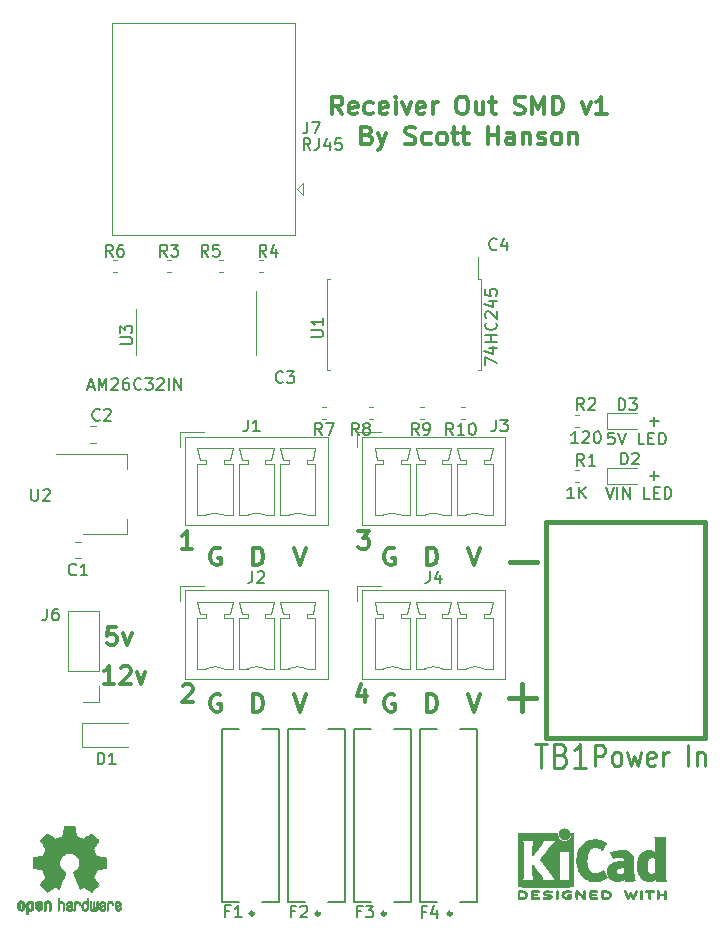
<source format=gbr>
G04 #@! TF.GenerationSoftware,KiCad,Pcbnew,(5.1.10)-1*
G04 #@! TF.CreationDate,2021-08-29T14:04:35-04:00*
G04 #@! TF.ProjectId,Receiver_Out,52656365-6976-4657-925f-4f75742e6b69,v1*
G04 #@! TF.SameCoordinates,Original*
G04 #@! TF.FileFunction,Legend,Top*
G04 #@! TF.FilePolarity,Positive*
%FSLAX46Y46*%
G04 Gerber Fmt 4.6, Leading zero omitted, Abs format (unit mm)*
G04 Created by KiCad (PCBNEW (5.1.10)-1) date 2021-08-29 14:04:35*
%MOMM*%
%LPD*%
G01*
G04 APERTURE LIST*
%ADD10C,0.300000*%
%ADD11C,0.150000*%
%ADD12C,0.400000*%
%ADD13C,0.120000*%
%ADD14C,0.010000*%
%ADD15C,0.381000*%
%ADD16C,0.127000*%
%ADD17C,0.254000*%
%ADD18C,0.215900*%
G04 APERTURE END LIST*
D10*
X77743857Y-133146371D02*
X76886714Y-133146371D01*
X77315285Y-133146371D02*
X77315285Y-131646371D01*
X77172428Y-131860657D01*
X77029571Y-132003514D01*
X76886714Y-132074942D01*
X78315285Y-131789228D02*
X78386714Y-131717800D01*
X78529571Y-131646371D01*
X78886714Y-131646371D01*
X79029571Y-131717800D01*
X79101000Y-131789228D01*
X79172428Y-131932085D01*
X79172428Y-132074942D01*
X79101000Y-132289228D01*
X78243857Y-133146371D01*
X79172428Y-133146371D01*
X79672428Y-132146371D02*
X80029571Y-133146371D01*
X80386714Y-132146371D01*
X77936714Y-128346371D02*
X77222428Y-128346371D01*
X77151000Y-129060657D01*
X77222428Y-128989228D01*
X77365285Y-128917800D01*
X77722428Y-128917800D01*
X77865285Y-128989228D01*
X77936714Y-129060657D01*
X78008142Y-129203514D01*
X78008142Y-129560657D01*
X77936714Y-129703514D01*
X77865285Y-129774942D01*
X77722428Y-129846371D01*
X77365285Y-129846371D01*
X77222428Y-129774942D01*
X77151000Y-129703514D01*
X78508142Y-128846371D02*
X78865285Y-129846371D01*
X79222428Y-128846371D01*
D11*
X123472428Y-111298752D02*
X123472428Y-110536847D01*
X123853380Y-110917800D02*
X123091476Y-110917800D01*
X123472428Y-115898752D02*
X123472428Y-115136847D01*
X123853380Y-115517800D02*
X123091476Y-115517800D01*
D10*
X98986714Y-133696371D02*
X98986714Y-134696371D01*
X98629571Y-133124942D02*
X98272428Y-134196371D01*
X99201000Y-134196371D01*
X98401000Y-120196371D02*
X99329571Y-120196371D01*
X98829571Y-120767800D01*
X99043857Y-120767800D01*
X99186714Y-120839228D01*
X99258142Y-120910657D01*
X99329571Y-121053514D01*
X99329571Y-121410657D01*
X99258142Y-121553514D01*
X99186714Y-121624942D01*
X99043857Y-121696371D01*
X98615285Y-121696371D01*
X98472428Y-121624942D01*
X98401000Y-121553514D01*
X83572428Y-133339228D02*
X83643857Y-133267800D01*
X83786714Y-133196371D01*
X84143857Y-133196371D01*
X84286714Y-133267800D01*
X84358142Y-133339228D01*
X84429571Y-133482085D01*
X84429571Y-133624942D01*
X84358142Y-133839228D01*
X83501000Y-134696371D01*
X84429571Y-134696371D01*
X84329571Y-121696371D02*
X83472428Y-121696371D01*
X83901000Y-121696371D02*
X83901000Y-120196371D01*
X83758142Y-120410657D01*
X83615285Y-120553514D01*
X83472428Y-120624942D01*
X97086714Y-84921371D02*
X96586714Y-84207085D01*
X96229571Y-84921371D02*
X96229571Y-83421371D01*
X96801000Y-83421371D01*
X96943857Y-83492800D01*
X97015285Y-83564228D01*
X97086714Y-83707085D01*
X97086714Y-83921371D01*
X97015285Y-84064228D01*
X96943857Y-84135657D01*
X96801000Y-84207085D01*
X96229571Y-84207085D01*
X98301000Y-84849942D02*
X98158142Y-84921371D01*
X97872428Y-84921371D01*
X97729571Y-84849942D01*
X97658142Y-84707085D01*
X97658142Y-84135657D01*
X97729571Y-83992800D01*
X97872428Y-83921371D01*
X98158142Y-83921371D01*
X98301000Y-83992800D01*
X98372428Y-84135657D01*
X98372428Y-84278514D01*
X97658142Y-84421371D01*
X99658142Y-84849942D02*
X99515285Y-84921371D01*
X99229571Y-84921371D01*
X99086714Y-84849942D01*
X99015285Y-84778514D01*
X98943857Y-84635657D01*
X98943857Y-84207085D01*
X99015285Y-84064228D01*
X99086714Y-83992800D01*
X99229571Y-83921371D01*
X99515285Y-83921371D01*
X99658142Y-83992800D01*
X100872428Y-84849942D02*
X100729571Y-84921371D01*
X100443857Y-84921371D01*
X100301000Y-84849942D01*
X100229571Y-84707085D01*
X100229571Y-84135657D01*
X100301000Y-83992800D01*
X100443857Y-83921371D01*
X100729571Y-83921371D01*
X100872428Y-83992800D01*
X100943857Y-84135657D01*
X100943857Y-84278514D01*
X100229571Y-84421371D01*
X101586714Y-84921371D02*
X101586714Y-83921371D01*
X101586714Y-83421371D02*
X101515285Y-83492800D01*
X101586714Y-83564228D01*
X101658142Y-83492800D01*
X101586714Y-83421371D01*
X101586714Y-83564228D01*
X102158142Y-83921371D02*
X102515285Y-84921371D01*
X102872428Y-83921371D01*
X104015285Y-84849942D02*
X103872428Y-84921371D01*
X103586714Y-84921371D01*
X103443857Y-84849942D01*
X103372428Y-84707085D01*
X103372428Y-84135657D01*
X103443857Y-83992800D01*
X103586714Y-83921371D01*
X103872428Y-83921371D01*
X104015285Y-83992800D01*
X104086714Y-84135657D01*
X104086714Y-84278514D01*
X103372428Y-84421371D01*
X104729571Y-84921371D02*
X104729571Y-83921371D01*
X104729571Y-84207085D02*
X104801000Y-84064228D01*
X104872428Y-83992800D01*
X105015285Y-83921371D01*
X105158142Y-83921371D01*
X107086714Y-83421371D02*
X107372428Y-83421371D01*
X107515285Y-83492800D01*
X107658142Y-83635657D01*
X107729571Y-83921371D01*
X107729571Y-84421371D01*
X107658142Y-84707085D01*
X107515285Y-84849942D01*
X107372428Y-84921371D01*
X107086714Y-84921371D01*
X106943857Y-84849942D01*
X106801000Y-84707085D01*
X106729571Y-84421371D01*
X106729571Y-83921371D01*
X106801000Y-83635657D01*
X106943857Y-83492800D01*
X107086714Y-83421371D01*
X109015285Y-83921371D02*
X109015285Y-84921371D01*
X108372428Y-83921371D02*
X108372428Y-84707085D01*
X108443857Y-84849942D01*
X108586714Y-84921371D01*
X108801000Y-84921371D01*
X108943857Y-84849942D01*
X109015285Y-84778514D01*
X109515285Y-83921371D02*
X110086714Y-83921371D01*
X109729571Y-83421371D02*
X109729571Y-84707085D01*
X109801000Y-84849942D01*
X109943857Y-84921371D01*
X110086714Y-84921371D01*
X111658142Y-84849942D02*
X111872428Y-84921371D01*
X112229571Y-84921371D01*
X112372428Y-84849942D01*
X112443857Y-84778514D01*
X112515285Y-84635657D01*
X112515285Y-84492800D01*
X112443857Y-84349942D01*
X112372428Y-84278514D01*
X112229571Y-84207085D01*
X111943857Y-84135657D01*
X111801000Y-84064228D01*
X111729571Y-83992800D01*
X111658142Y-83849942D01*
X111658142Y-83707085D01*
X111729571Y-83564228D01*
X111801000Y-83492800D01*
X111943857Y-83421371D01*
X112301000Y-83421371D01*
X112515285Y-83492800D01*
X113158142Y-84921371D02*
X113158142Y-83421371D01*
X113658142Y-84492800D01*
X114158142Y-83421371D01*
X114158142Y-84921371D01*
X114872428Y-84921371D02*
X114872428Y-83421371D01*
X115229571Y-83421371D01*
X115443857Y-83492800D01*
X115586714Y-83635657D01*
X115658142Y-83778514D01*
X115729571Y-84064228D01*
X115729571Y-84278514D01*
X115658142Y-84564228D01*
X115586714Y-84707085D01*
X115443857Y-84849942D01*
X115229571Y-84921371D01*
X114872428Y-84921371D01*
X117372428Y-83921371D02*
X117729571Y-84921371D01*
X118086714Y-83921371D01*
X119443857Y-84921371D02*
X118586714Y-84921371D01*
X119015285Y-84921371D02*
X119015285Y-83421371D01*
X118872428Y-83635657D01*
X118729571Y-83778514D01*
X118586714Y-83849942D01*
X99193857Y-86685657D02*
X99408142Y-86757085D01*
X99479571Y-86828514D01*
X99551000Y-86971371D01*
X99551000Y-87185657D01*
X99479571Y-87328514D01*
X99408142Y-87399942D01*
X99265285Y-87471371D01*
X98693857Y-87471371D01*
X98693857Y-85971371D01*
X99193857Y-85971371D01*
X99336714Y-86042800D01*
X99408142Y-86114228D01*
X99479571Y-86257085D01*
X99479571Y-86399942D01*
X99408142Y-86542800D01*
X99336714Y-86614228D01*
X99193857Y-86685657D01*
X98693857Y-86685657D01*
X100051000Y-86471371D02*
X100408142Y-87471371D01*
X100765285Y-86471371D02*
X100408142Y-87471371D01*
X100265285Y-87828514D01*
X100193857Y-87899942D01*
X100051000Y-87971371D01*
X102408142Y-87399942D02*
X102622428Y-87471371D01*
X102979571Y-87471371D01*
X103122428Y-87399942D01*
X103193857Y-87328514D01*
X103265285Y-87185657D01*
X103265285Y-87042800D01*
X103193857Y-86899942D01*
X103122428Y-86828514D01*
X102979571Y-86757085D01*
X102693857Y-86685657D01*
X102551000Y-86614228D01*
X102479571Y-86542800D01*
X102408142Y-86399942D01*
X102408142Y-86257085D01*
X102479571Y-86114228D01*
X102551000Y-86042800D01*
X102693857Y-85971371D01*
X103051000Y-85971371D01*
X103265285Y-86042800D01*
X104551000Y-87399942D02*
X104408142Y-87471371D01*
X104122428Y-87471371D01*
X103979571Y-87399942D01*
X103908142Y-87328514D01*
X103836714Y-87185657D01*
X103836714Y-86757085D01*
X103908142Y-86614228D01*
X103979571Y-86542800D01*
X104122428Y-86471371D01*
X104408142Y-86471371D01*
X104551000Y-86542800D01*
X105408142Y-87471371D02*
X105265285Y-87399942D01*
X105193857Y-87328514D01*
X105122428Y-87185657D01*
X105122428Y-86757085D01*
X105193857Y-86614228D01*
X105265285Y-86542800D01*
X105408142Y-86471371D01*
X105622428Y-86471371D01*
X105765285Y-86542800D01*
X105836714Y-86614228D01*
X105908142Y-86757085D01*
X105908142Y-87185657D01*
X105836714Y-87328514D01*
X105765285Y-87399942D01*
X105622428Y-87471371D01*
X105408142Y-87471371D01*
X106336714Y-86471371D02*
X106908142Y-86471371D01*
X106551000Y-85971371D02*
X106551000Y-87257085D01*
X106622428Y-87399942D01*
X106765285Y-87471371D01*
X106908142Y-87471371D01*
X107193857Y-86471371D02*
X107765285Y-86471371D01*
X107408142Y-85971371D02*
X107408142Y-87257085D01*
X107479571Y-87399942D01*
X107622428Y-87471371D01*
X107765285Y-87471371D01*
X109408142Y-87471371D02*
X109408142Y-85971371D01*
X109408142Y-86685657D02*
X110265285Y-86685657D01*
X110265285Y-87471371D02*
X110265285Y-85971371D01*
X111622428Y-87471371D02*
X111622428Y-86685657D01*
X111551000Y-86542800D01*
X111408142Y-86471371D01*
X111122428Y-86471371D01*
X110979571Y-86542800D01*
X111622428Y-87399942D02*
X111479571Y-87471371D01*
X111122428Y-87471371D01*
X110979571Y-87399942D01*
X110908142Y-87257085D01*
X110908142Y-87114228D01*
X110979571Y-86971371D01*
X111122428Y-86899942D01*
X111479571Y-86899942D01*
X111622428Y-86828514D01*
X112336714Y-86471371D02*
X112336714Y-87471371D01*
X112336714Y-86614228D02*
X112408142Y-86542800D01*
X112551000Y-86471371D01*
X112765285Y-86471371D01*
X112908142Y-86542800D01*
X112979571Y-86685657D01*
X112979571Y-87471371D01*
X113622428Y-87399942D02*
X113765285Y-87471371D01*
X114051000Y-87471371D01*
X114193857Y-87399942D01*
X114265285Y-87257085D01*
X114265285Y-87185657D01*
X114193857Y-87042800D01*
X114051000Y-86971371D01*
X113836714Y-86971371D01*
X113693857Y-86899942D01*
X113622428Y-86757085D01*
X113622428Y-86685657D01*
X113693857Y-86542800D01*
X113836714Y-86471371D01*
X114051000Y-86471371D01*
X114193857Y-86542800D01*
X115122428Y-87471371D02*
X114979571Y-87399942D01*
X114908142Y-87328514D01*
X114836714Y-87185657D01*
X114836714Y-86757085D01*
X114908142Y-86614228D01*
X114979571Y-86542800D01*
X115122428Y-86471371D01*
X115336714Y-86471371D01*
X115479571Y-86542800D01*
X115551000Y-86614228D01*
X115622428Y-86757085D01*
X115622428Y-87185657D01*
X115551000Y-87328514D01*
X115479571Y-87399942D01*
X115336714Y-87471371D01*
X115122428Y-87471371D01*
X116265285Y-86471371D02*
X116265285Y-87471371D01*
X116265285Y-86614228D02*
X116336714Y-86542800D01*
X116479571Y-86471371D01*
X116693857Y-86471371D01*
X116836714Y-86542800D01*
X116908142Y-86685657D01*
X116908142Y-87471371D01*
X89517142Y-135506571D02*
X89517142Y-134006571D01*
X89874285Y-134006571D01*
X90088571Y-134078000D01*
X90231428Y-134220857D01*
X90302857Y-134363714D01*
X90374285Y-134649428D01*
X90374285Y-134863714D01*
X90302857Y-135149428D01*
X90231428Y-135292285D01*
X90088571Y-135435142D01*
X89874285Y-135506571D01*
X89517142Y-135506571D01*
X86746857Y-134078000D02*
X86604000Y-134006571D01*
X86389714Y-134006571D01*
X86175428Y-134078000D01*
X86032571Y-134220857D01*
X85961142Y-134363714D01*
X85889714Y-134649428D01*
X85889714Y-134863714D01*
X85961142Y-135149428D01*
X86032571Y-135292285D01*
X86175428Y-135435142D01*
X86389714Y-135506571D01*
X86532571Y-135506571D01*
X86746857Y-135435142D01*
X86818285Y-135363714D01*
X86818285Y-134863714D01*
X86532571Y-134863714D01*
X107698000Y-134006571D02*
X108198000Y-135506571D01*
X108698000Y-134006571D01*
X92966000Y-134006571D02*
X93466000Y-135506571D01*
X93966000Y-134006571D01*
X104249142Y-135506571D02*
X104249142Y-134006571D01*
X104606285Y-134006571D01*
X104820571Y-134078000D01*
X104963428Y-134220857D01*
X105034857Y-134363714D01*
X105106285Y-134649428D01*
X105106285Y-134863714D01*
X105034857Y-135149428D01*
X104963428Y-135292285D01*
X104820571Y-135435142D01*
X104606285Y-135506571D01*
X104249142Y-135506571D01*
X101478857Y-134078000D02*
X101336000Y-134006571D01*
X101121714Y-134006571D01*
X100907428Y-134078000D01*
X100764571Y-134220857D01*
X100693142Y-134363714D01*
X100621714Y-134649428D01*
X100621714Y-134863714D01*
X100693142Y-135149428D01*
X100764571Y-135292285D01*
X100907428Y-135435142D01*
X101121714Y-135506571D01*
X101264571Y-135506571D01*
X101478857Y-135435142D01*
X101550285Y-135363714D01*
X101550285Y-134863714D01*
X101264571Y-134863714D01*
D12*
X111158142Y-134332085D02*
X113443857Y-134332085D01*
X112301000Y-135474942D02*
X112301000Y-133189228D01*
X111258142Y-122832085D02*
X113543857Y-122832085D01*
D10*
X92966000Y-121606571D02*
X93466000Y-123106571D01*
X93966000Y-121606571D01*
X86746857Y-121678000D02*
X86604000Y-121606571D01*
X86389714Y-121606571D01*
X86175428Y-121678000D01*
X86032571Y-121820857D01*
X85961142Y-121963714D01*
X85889714Y-122249428D01*
X85889714Y-122463714D01*
X85961142Y-122749428D01*
X86032571Y-122892285D01*
X86175428Y-123035142D01*
X86389714Y-123106571D01*
X86532571Y-123106571D01*
X86746857Y-123035142D01*
X86818285Y-122963714D01*
X86818285Y-122463714D01*
X86532571Y-122463714D01*
X89517142Y-123106571D02*
X89517142Y-121606571D01*
X89874285Y-121606571D01*
X90088571Y-121678000D01*
X90231428Y-121820857D01*
X90302857Y-121963714D01*
X90374285Y-122249428D01*
X90374285Y-122463714D01*
X90302857Y-122749428D01*
X90231428Y-122892285D01*
X90088571Y-123035142D01*
X89874285Y-123106571D01*
X89517142Y-123106571D01*
X107698000Y-121606571D02*
X108198000Y-123106571D01*
X108698000Y-121606571D01*
X101478857Y-121678000D02*
X101336000Y-121606571D01*
X101121714Y-121606571D01*
X100907428Y-121678000D01*
X100764571Y-121820857D01*
X100693142Y-121963714D01*
X100621714Y-122249428D01*
X100621714Y-122463714D01*
X100693142Y-122749428D01*
X100764571Y-122892285D01*
X100907428Y-123035142D01*
X101121714Y-123106571D01*
X101264571Y-123106571D01*
X101478857Y-123035142D01*
X101550285Y-122963714D01*
X101550285Y-122463714D01*
X101264571Y-122463714D01*
X104249142Y-123106571D02*
X104249142Y-121606571D01*
X104606285Y-121606571D01*
X104820571Y-121678000D01*
X104963428Y-121820857D01*
X105034857Y-121963714D01*
X105106285Y-122249428D01*
X105106285Y-122463714D01*
X105034857Y-122749428D01*
X104963428Y-122892285D01*
X104820571Y-123035142D01*
X104606285Y-123106571D01*
X104249142Y-123106571D01*
D13*
X95791000Y-102717800D02*
X95791000Y-106577800D01*
X95791000Y-106577800D02*
X96026000Y-106577800D01*
X95791000Y-102717800D02*
X95791000Y-98857800D01*
X95791000Y-98857800D02*
X96026000Y-98857800D01*
X108811000Y-102717800D02*
X108811000Y-106577800D01*
X108811000Y-106577800D02*
X108576000Y-106577800D01*
X108811000Y-102717800D02*
X108811000Y-98857800D01*
X108811000Y-98857800D02*
X108576000Y-98857800D01*
X108576000Y-98857800D02*
X108576000Y-97042800D01*
X116746733Y-115059800D02*
X117089267Y-115059800D01*
X116746733Y-116079800D02*
X117089267Y-116079800D01*
X78861000Y-120477800D02*
X78861000Y-119217800D01*
X78861000Y-113657800D02*
X78861000Y-114917800D01*
X75101000Y-120477800D02*
X78861000Y-120477800D01*
X72851000Y-113657800D02*
X78861000Y-113657800D01*
X107472267Y-110727800D02*
X107129733Y-110727800D01*
X107472267Y-109707800D02*
X107129733Y-109707800D01*
X103972267Y-110727800D02*
X103629733Y-110727800D01*
X103972267Y-109707800D02*
X103629733Y-109707800D01*
X99329733Y-109707800D02*
X99672267Y-109707800D01*
X99329733Y-110727800D02*
X99672267Y-110727800D01*
X95329733Y-109707800D02*
X95672267Y-109707800D01*
X95329733Y-110727800D02*
X95672267Y-110727800D01*
X77630733Y-97279800D02*
X77973267Y-97279800D01*
X77630733Y-98299800D02*
X77973267Y-98299800D01*
X86629733Y-97279800D02*
X86972267Y-97279800D01*
X86629733Y-98299800D02*
X86972267Y-98299800D01*
X90347267Y-98299800D02*
X90004733Y-98299800D01*
X90347267Y-97279800D02*
X90004733Y-97279800D01*
X82545267Y-98299800D02*
X82202733Y-98299800D01*
X82545267Y-97279800D02*
X82202733Y-97279800D01*
X116746733Y-110402801D02*
X117089267Y-110402801D01*
X116746733Y-111422801D02*
X117089267Y-111422801D01*
X122001000Y-110227801D02*
X119516000Y-110227801D01*
X119516000Y-110227801D02*
X119516000Y-111597801D01*
X119516000Y-111597801D02*
X122001000Y-111597801D01*
X122001000Y-114839800D02*
X119516000Y-114839800D01*
X119516000Y-114839800D02*
X119516000Y-116209800D01*
X119516000Y-116209800D02*
X122001000Y-116209800D01*
X75051000Y-136467800D02*
X75051000Y-138467800D01*
X75051000Y-138467800D02*
X78951000Y-138467800D01*
X75051000Y-136467800D02*
X78951000Y-136467800D01*
X79609000Y-103377800D02*
X79609000Y-105327800D01*
X79609000Y-103377800D02*
X79609000Y-101427800D01*
X89729000Y-103377800D02*
X89729000Y-105327800D01*
X89729000Y-103377800D02*
X89729000Y-99927800D01*
X76212252Y-112777800D02*
X75689748Y-112777800D01*
X76212252Y-111357800D02*
X75689748Y-111357800D01*
X74439748Y-121107800D02*
X74962252Y-121107800D01*
X74439748Y-122527800D02*
X74962252Y-122527800D01*
X93751000Y-90735800D02*
X93251000Y-91235800D01*
X93751000Y-91735800D02*
X93751000Y-90735800D01*
X93251000Y-91235800D02*
X93751000Y-91735800D01*
X93066000Y-77155800D02*
X77546000Y-77155800D01*
X77546000Y-95115800D02*
X77546000Y-77155800D01*
X77546000Y-95115800D02*
X93066000Y-95115800D01*
X93066000Y-95115800D02*
X93066000Y-77155800D01*
X76481000Y-126957800D02*
X73821000Y-126957800D01*
X76481000Y-132097800D02*
X76481000Y-126957800D01*
X73821000Y-132097800D02*
X73821000Y-126957800D01*
X76481000Y-132097800D02*
X73821000Y-132097800D01*
X76481000Y-133367800D02*
X76481000Y-134697800D01*
X76481000Y-134697800D02*
X75151000Y-134697800D01*
D14*
G36*
X115254600Y-145856854D02*
G01*
X115265465Y-145970793D01*
X115297082Y-146078416D01*
X115347985Y-146177415D01*
X115416707Y-146265484D01*
X115501781Y-146340316D01*
X115598768Y-146398184D01*
X115705036Y-146437805D01*
X115812050Y-146456373D01*
X115917700Y-146455234D01*
X116019875Y-146435730D01*
X116116466Y-146399206D01*
X116205362Y-146347005D01*
X116284454Y-146280473D01*
X116351631Y-146200952D01*
X116404783Y-146109787D01*
X116441801Y-146008323D01*
X116460573Y-145897902D01*
X116462511Y-145848006D01*
X116462511Y-145760067D01*
X116514440Y-145760067D01*
X116550747Y-145762911D01*
X116577645Y-145774711D01*
X116604751Y-145798449D01*
X116643133Y-145836831D01*
X116643133Y-148028402D01*
X116643124Y-148290539D01*
X116643092Y-148531041D01*
X116643028Y-148750848D01*
X116642924Y-148950901D01*
X116642773Y-149132144D01*
X116642566Y-149295516D01*
X116642294Y-149441960D01*
X116641950Y-149572417D01*
X116641526Y-149687829D01*
X116641013Y-149789138D01*
X116640403Y-149877284D01*
X116639688Y-149953210D01*
X116638860Y-150017857D01*
X116637911Y-150072167D01*
X116636833Y-150117080D01*
X116635617Y-150153540D01*
X116634255Y-150182487D01*
X116632739Y-150204863D01*
X116631062Y-150221609D01*
X116629214Y-150233668D01*
X116627187Y-150241980D01*
X116624975Y-150247487D01*
X116623892Y-150249337D01*
X116619729Y-150256349D01*
X116616195Y-150262796D01*
X116612365Y-150268700D01*
X116607318Y-150274086D01*
X116600129Y-150278978D01*
X116589877Y-150283398D01*
X116575636Y-150287372D01*
X116556486Y-150290921D01*
X116531501Y-150294070D01*
X116499760Y-150296842D01*
X116460338Y-150299261D01*
X116412314Y-150301351D01*
X116354763Y-150303135D01*
X116286763Y-150304637D01*
X116207390Y-150305880D01*
X116115721Y-150306889D01*
X116010834Y-150307685D01*
X115891804Y-150308294D01*
X115757710Y-150308739D01*
X115607627Y-150309043D01*
X115440633Y-150309230D01*
X115255804Y-150309324D01*
X115052217Y-150309348D01*
X114828950Y-150309325D01*
X114585078Y-150309280D01*
X114319679Y-150309237D01*
X114281296Y-150309232D01*
X114014318Y-150309189D01*
X113768998Y-150309118D01*
X113544417Y-150309013D01*
X113339655Y-150308866D01*
X113153794Y-150308669D01*
X112985912Y-150308416D01*
X112835092Y-150308100D01*
X112700413Y-150307713D01*
X112580956Y-150307247D01*
X112475801Y-150306697D01*
X112384029Y-150306053D01*
X112304721Y-150305311D01*
X112236957Y-150304461D01*
X112179818Y-150303497D01*
X112132383Y-150302411D01*
X112093734Y-150301197D01*
X112062951Y-150299847D01*
X112039115Y-150298355D01*
X112021306Y-150296711D01*
X112008605Y-150294911D01*
X112000092Y-150292945D01*
X111995734Y-150291277D01*
X111987272Y-150287706D01*
X111979503Y-150285070D01*
X111972398Y-150282434D01*
X111965927Y-150278862D01*
X111960061Y-150273421D01*
X111954771Y-150265175D01*
X111950026Y-150253190D01*
X111945798Y-150236531D01*
X111942057Y-150214263D01*
X111938773Y-150185452D01*
X111935917Y-150149163D01*
X111933460Y-150104461D01*
X111931371Y-150050411D01*
X111929622Y-149986079D01*
X111928183Y-149910530D01*
X111927024Y-149822830D01*
X111926117Y-149722043D01*
X111925431Y-149607234D01*
X111924937Y-149477470D01*
X111924605Y-149331815D01*
X111924407Y-149169335D01*
X111924313Y-148989095D01*
X111924292Y-148790160D01*
X111924315Y-148571596D01*
X111924354Y-148332468D01*
X111924378Y-148071840D01*
X111924378Y-148029689D01*
X111924364Y-147766792D01*
X111924339Y-147525532D01*
X111924329Y-147304965D01*
X111924358Y-147104152D01*
X111924452Y-146922149D01*
X111924638Y-146758016D01*
X111924941Y-146610811D01*
X111925386Y-146479592D01*
X111925966Y-146369667D01*
X112228803Y-146369667D01*
X112268593Y-146427511D01*
X112279764Y-146443279D01*
X112289834Y-146457241D01*
X112298862Y-146470584D01*
X112306903Y-146484493D01*
X112314014Y-146500156D01*
X112320253Y-146518758D01*
X112325675Y-146541486D01*
X112330338Y-146569527D01*
X112334299Y-146604067D01*
X112337615Y-146646292D01*
X112340341Y-146697389D01*
X112342536Y-146758544D01*
X112344255Y-146830944D01*
X112345556Y-146915775D01*
X112346495Y-147014222D01*
X112347130Y-147127474D01*
X112347516Y-147256716D01*
X112347712Y-147403134D01*
X112347773Y-147567916D01*
X112347757Y-147752247D01*
X112347720Y-147957313D01*
X112347711Y-148079933D01*
X112347735Y-148296882D01*
X112347769Y-148492442D01*
X112347757Y-148667799D01*
X112347642Y-148824141D01*
X112347370Y-148962657D01*
X112346882Y-149084534D01*
X112346124Y-149190960D01*
X112345038Y-149283122D01*
X112343569Y-149362209D01*
X112341660Y-149429408D01*
X112339256Y-149485907D01*
X112336299Y-149532893D01*
X112332734Y-149571555D01*
X112328505Y-149603080D01*
X112323554Y-149628655D01*
X112317827Y-149649470D01*
X112311267Y-149666711D01*
X112303817Y-149681565D01*
X112295421Y-149695222D01*
X112286024Y-149708869D01*
X112275568Y-149723693D01*
X112269477Y-149732583D01*
X112230704Y-149790200D01*
X112762268Y-149790200D01*
X112885517Y-149790165D01*
X112988013Y-149790015D01*
X113071580Y-149789678D01*
X113138044Y-149789086D01*
X113189229Y-149788167D01*
X113226959Y-149786851D01*
X113253060Y-149785069D01*
X113269356Y-149782751D01*
X113277672Y-149779826D01*
X113279832Y-149776224D01*
X113277661Y-149771875D01*
X113276465Y-149770445D01*
X113251315Y-149733373D01*
X113225417Y-149680572D01*
X113201808Y-149618570D01*
X113193539Y-149592157D01*
X113188922Y-149574216D01*
X113185021Y-149553155D01*
X113181752Y-149526889D01*
X113179034Y-149493332D01*
X113176785Y-149450399D01*
X113174923Y-149396004D01*
X113173364Y-149328062D01*
X113172028Y-149244488D01*
X113170831Y-149143195D01*
X113169692Y-149022100D01*
X113169315Y-148977400D01*
X113168298Y-148852249D01*
X113167540Y-148747882D01*
X113167097Y-148662507D01*
X113167030Y-148594333D01*
X113167395Y-148541565D01*
X113168252Y-148502414D01*
X113169659Y-148475085D01*
X113171675Y-148457786D01*
X113174357Y-148448726D01*
X113177764Y-148446112D01*
X113181956Y-148448151D01*
X113186429Y-148452467D01*
X113196784Y-148465402D01*
X113218842Y-148494476D01*
X113251043Y-148537559D01*
X113291826Y-148592518D01*
X113339630Y-148657223D01*
X113392895Y-148729542D01*
X113450060Y-148807344D01*
X113509563Y-148888498D01*
X113569845Y-148970872D01*
X113629345Y-149052336D01*
X113686502Y-149130757D01*
X113739755Y-149204004D01*
X113787543Y-149269947D01*
X113828307Y-149326454D01*
X113860484Y-149371393D01*
X113882515Y-149402634D01*
X113887083Y-149409266D01*
X113910004Y-149446169D01*
X113936812Y-149494159D01*
X113962211Y-149543697D01*
X113965432Y-149550377D01*
X113987110Y-149598572D01*
X113999696Y-149636134D01*
X114005426Y-149671960D01*
X114006544Y-149714000D01*
X114005910Y-149790200D01*
X115160349Y-149790200D01*
X115069185Y-149696469D01*
X115022388Y-149646575D01*
X114972101Y-149590095D01*
X114926056Y-149535826D01*
X114905631Y-149510473D01*
X114875193Y-149470928D01*
X114835138Y-149417716D01*
X114786639Y-149352467D01*
X114730865Y-149276811D01*
X114668989Y-149192377D01*
X114602181Y-149100794D01*
X114531613Y-149003692D01*
X114458455Y-148902701D01*
X114383879Y-148799450D01*
X114309056Y-148695568D01*
X114235157Y-148592685D01*
X114163354Y-148492431D01*
X114094816Y-148396436D01*
X114030716Y-148306327D01*
X113972225Y-148223736D01*
X113920514Y-148150292D01*
X113876753Y-148087624D01*
X113842115Y-148037361D01*
X113817770Y-148001134D01*
X113804889Y-147980571D01*
X113803131Y-147976468D01*
X113811090Y-147965142D01*
X113831885Y-147937962D01*
X113864153Y-147896629D01*
X113906530Y-147842844D01*
X113957653Y-147778306D01*
X114016159Y-147704718D01*
X114080686Y-147623778D01*
X114149869Y-147537188D01*
X114222347Y-147446648D01*
X114296754Y-147353860D01*
X114356483Y-147279502D01*
X115367489Y-147279502D01*
X115373398Y-147292459D01*
X115387728Y-147314708D01*
X115388775Y-147316191D01*
X115407562Y-147346344D01*
X115427209Y-147383175D01*
X115431108Y-147391311D01*
X115434644Y-147399740D01*
X115437770Y-147409859D01*
X115440514Y-147423060D01*
X115442908Y-147440738D01*
X115444981Y-147464284D01*
X115446765Y-147495093D01*
X115448288Y-147534557D01*
X115449581Y-147584069D01*
X115450674Y-147645023D01*
X115451597Y-147718811D01*
X115452381Y-147806828D01*
X115453055Y-147910465D01*
X115453650Y-148031116D01*
X115454195Y-148170174D01*
X115454721Y-148329032D01*
X115455255Y-148507889D01*
X115455794Y-148693007D01*
X115456228Y-148856945D01*
X115456491Y-149001103D01*
X115456516Y-149126879D01*
X115456235Y-149235671D01*
X115455581Y-149328877D01*
X115454486Y-149407897D01*
X115452882Y-149474128D01*
X115450703Y-149528970D01*
X115447881Y-149573821D01*
X115444349Y-149610078D01*
X115440039Y-149639141D01*
X115434883Y-149662409D01*
X115428815Y-149681279D01*
X115421767Y-149697151D01*
X115413671Y-149711422D01*
X115404460Y-149725491D01*
X115395960Y-149737958D01*
X115378824Y-149764252D01*
X115368678Y-149781837D01*
X115367489Y-149785057D01*
X115378396Y-149786134D01*
X115409589Y-149787135D01*
X115458777Y-149788035D01*
X115523667Y-149788810D01*
X115601970Y-149789437D01*
X115691393Y-149789891D01*
X115789644Y-149790149D01*
X115858555Y-149790200D01*
X115963548Y-149789980D01*
X116060390Y-149789348D01*
X116146893Y-149788349D01*
X116220868Y-149787027D01*
X116280126Y-149785426D01*
X116322480Y-149783591D01*
X116345740Y-149781565D01*
X116349622Y-149780293D01*
X116341924Y-149765391D01*
X116333926Y-149757360D01*
X116320754Y-149740234D01*
X116303515Y-149709983D01*
X116291593Y-149685422D01*
X116264955Y-149626511D01*
X116261880Y-148449645D01*
X116258805Y-147272778D01*
X115813147Y-147272778D01*
X115715330Y-147272942D01*
X115624936Y-147273411D01*
X115544370Y-147274147D01*
X115476038Y-147275116D01*
X115422344Y-147276280D01*
X115385695Y-147277603D01*
X115368496Y-147279049D01*
X115367489Y-147279502D01*
X114356483Y-147279502D01*
X114371730Y-147260522D01*
X114445910Y-147168337D01*
X114517931Y-147079004D01*
X114586431Y-146994224D01*
X114650045Y-146915698D01*
X114707412Y-146845126D01*
X114757167Y-146784209D01*
X114797948Y-146734647D01*
X114815112Y-146713978D01*
X114901404Y-146613316D01*
X114978003Y-146530059D01*
X115046817Y-146462238D01*
X115109752Y-146407889D01*
X115119133Y-146400522D01*
X115158644Y-146369917D01*
X114026884Y-146369667D01*
X114032173Y-146417644D01*
X114028870Y-146474988D01*
X114007339Y-146543263D01*
X113967365Y-146623012D01*
X113922057Y-146695295D01*
X113905839Y-146717940D01*
X113877786Y-146755496D01*
X113839570Y-146805821D01*
X113792863Y-146866773D01*
X113739339Y-146936211D01*
X113680669Y-147011994D01*
X113618525Y-147091980D01*
X113554579Y-147174028D01*
X113490505Y-147255996D01*
X113427973Y-147335743D01*
X113368657Y-147411127D01*
X113314229Y-147480007D01*
X113266361Y-147540242D01*
X113226725Y-147589689D01*
X113196994Y-147626208D01*
X113178839Y-147647658D01*
X113175780Y-147650956D01*
X113172921Y-147642949D01*
X113170707Y-147612655D01*
X113169143Y-147560356D01*
X113168233Y-147486331D01*
X113167980Y-147390863D01*
X113168387Y-147274234D01*
X113169296Y-147154245D01*
X113170618Y-147022133D01*
X113172143Y-146910394D01*
X113174119Y-146816825D01*
X113176794Y-146739219D01*
X113180418Y-146675374D01*
X113185239Y-146623083D01*
X113191506Y-146580144D01*
X113199468Y-146544351D01*
X113209373Y-146513500D01*
X113221469Y-146485386D01*
X113236007Y-146457805D01*
X113250689Y-146432766D01*
X113288686Y-146369667D01*
X112228803Y-146369667D01*
X111925966Y-146369667D01*
X111925999Y-146363417D01*
X111926805Y-146261344D01*
X111927830Y-146172433D01*
X111929100Y-146095741D01*
X111930640Y-146030327D01*
X111932476Y-145975249D01*
X111934633Y-145929565D01*
X111937137Y-145892334D01*
X111940013Y-145862613D01*
X111943287Y-145839462D01*
X111946985Y-145821939D01*
X111951131Y-145809101D01*
X111955753Y-145800008D01*
X111960874Y-145793718D01*
X111966522Y-145789288D01*
X111972721Y-145785778D01*
X111979496Y-145782245D01*
X111985492Y-145778676D01*
X111990725Y-145776100D01*
X111998901Y-145773772D01*
X112011114Y-145771678D01*
X112028459Y-145769807D01*
X112052031Y-145768147D01*
X112082923Y-145766684D01*
X112122232Y-145765408D01*
X112171050Y-145764304D01*
X112230473Y-145763361D01*
X112301596Y-145762567D01*
X112385512Y-145761909D01*
X112483317Y-145761375D01*
X112596106Y-145760953D01*
X112724971Y-145760629D01*
X112871009Y-145760392D01*
X113035314Y-145760230D01*
X113218980Y-145760130D01*
X113423103Y-145760080D01*
X113634247Y-145760067D01*
X115254600Y-145760067D01*
X115254600Y-145856854D01*
G37*
X115254600Y-145856854D02*
X115265465Y-145970793D01*
X115297082Y-146078416D01*
X115347985Y-146177415D01*
X115416707Y-146265484D01*
X115501781Y-146340316D01*
X115598768Y-146398184D01*
X115705036Y-146437805D01*
X115812050Y-146456373D01*
X115917700Y-146455234D01*
X116019875Y-146435730D01*
X116116466Y-146399206D01*
X116205362Y-146347005D01*
X116284454Y-146280473D01*
X116351631Y-146200952D01*
X116404783Y-146109787D01*
X116441801Y-146008323D01*
X116460573Y-145897902D01*
X116462511Y-145848006D01*
X116462511Y-145760067D01*
X116514440Y-145760067D01*
X116550747Y-145762911D01*
X116577645Y-145774711D01*
X116604751Y-145798449D01*
X116643133Y-145836831D01*
X116643133Y-148028402D01*
X116643124Y-148290539D01*
X116643092Y-148531041D01*
X116643028Y-148750848D01*
X116642924Y-148950901D01*
X116642773Y-149132144D01*
X116642566Y-149295516D01*
X116642294Y-149441960D01*
X116641950Y-149572417D01*
X116641526Y-149687829D01*
X116641013Y-149789138D01*
X116640403Y-149877284D01*
X116639688Y-149953210D01*
X116638860Y-150017857D01*
X116637911Y-150072167D01*
X116636833Y-150117080D01*
X116635617Y-150153540D01*
X116634255Y-150182487D01*
X116632739Y-150204863D01*
X116631062Y-150221609D01*
X116629214Y-150233668D01*
X116627187Y-150241980D01*
X116624975Y-150247487D01*
X116623892Y-150249337D01*
X116619729Y-150256349D01*
X116616195Y-150262796D01*
X116612365Y-150268700D01*
X116607318Y-150274086D01*
X116600129Y-150278978D01*
X116589877Y-150283398D01*
X116575636Y-150287372D01*
X116556486Y-150290921D01*
X116531501Y-150294070D01*
X116499760Y-150296842D01*
X116460338Y-150299261D01*
X116412314Y-150301351D01*
X116354763Y-150303135D01*
X116286763Y-150304637D01*
X116207390Y-150305880D01*
X116115721Y-150306889D01*
X116010834Y-150307685D01*
X115891804Y-150308294D01*
X115757710Y-150308739D01*
X115607627Y-150309043D01*
X115440633Y-150309230D01*
X115255804Y-150309324D01*
X115052217Y-150309348D01*
X114828950Y-150309325D01*
X114585078Y-150309280D01*
X114319679Y-150309237D01*
X114281296Y-150309232D01*
X114014318Y-150309189D01*
X113768998Y-150309118D01*
X113544417Y-150309013D01*
X113339655Y-150308866D01*
X113153794Y-150308669D01*
X112985912Y-150308416D01*
X112835092Y-150308100D01*
X112700413Y-150307713D01*
X112580956Y-150307247D01*
X112475801Y-150306697D01*
X112384029Y-150306053D01*
X112304721Y-150305311D01*
X112236957Y-150304461D01*
X112179818Y-150303497D01*
X112132383Y-150302411D01*
X112093734Y-150301197D01*
X112062951Y-150299847D01*
X112039115Y-150298355D01*
X112021306Y-150296711D01*
X112008605Y-150294911D01*
X112000092Y-150292945D01*
X111995734Y-150291277D01*
X111987272Y-150287706D01*
X111979503Y-150285070D01*
X111972398Y-150282434D01*
X111965927Y-150278862D01*
X111960061Y-150273421D01*
X111954771Y-150265175D01*
X111950026Y-150253190D01*
X111945798Y-150236531D01*
X111942057Y-150214263D01*
X111938773Y-150185452D01*
X111935917Y-150149163D01*
X111933460Y-150104461D01*
X111931371Y-150050411D01*
X111929622Y-149986079D01*
X111928183Y-149910530D01*
X111927024Y-149822830D01*
X111926117Y-149722043D01*
X111925431Y-149607234D01*
X111924937Y-149477470D01*
X111924605Y-149331815D01*
X111924407Y-149169335D01*
X111924313Y-148989095D01*
X111924292Y-148790160D01*
X111924315Y-148571596D01*
X111924354Y-148332468D01*
X111924378Y-148071840D01*
X111924378Y-148029689D01*
X111924364Y-147766792D01*
X111924339Y-147525532D01*
X111924329Y-147304965D01*
X111924358Y-147104152D01*
X111924452Y-146922149D01*
X111924638Y-146758016D01*
X111924941Y-146610811D01*
X111925386Y-146479592D01*
X111925966Y-146369667D01*
X112228803Y-146369667D01*
X112268593Y-146427511D01*
X112279764Y-146443279D01*
X112289834Y-146457241D01*
X112298862Y-146470584D01*
X112306903Y-146484493D01*
X112314014Y-146500156D01*
X112320253Y-146518758D01*
X112325675Y-146541486D01*
X112330338Y-146569527D01*
X112334299Y-146604067D01*
X112337615Y-146646292D01*
X112340341Y-146697389D01*
X112342536Y-146758544D01*
X112344255Y-146830944D01*
X112345556Y-146915775D01*
X112346495Y-147014222D01*
X112347130Y-147127474D01*
X112347516Y-147256716D01*
X112347712Y-147403134D01*
X112347773Y-147567916D01*
X112347757Y-147752247D01*
X112347720Y-147957313D01*
X112347711Y-148079933D01*
X112347735Y-148296882D01*
X112347769Y-148492442D01*
X112347757Y-148667799D01*
X112347642Y-148824141D01*
X112347370Y-148962657D01*
X112346882Y-149084534D01*
X112346124Y-149190960D01*
X112345038Y-149283122D01*
X112343569Y-149362209D01*
X112341660Y-149429408D01*
X112339256Y-149485907D01*
X112336299Y-149532893D01*
X112332734Y-149571555D01*
X112328505Y-149603080D01*
X112323554Y-149628655D01*
X112317827Y-149649470D01*
X112311267Y-149666711D01*
X112303817Y-149681565D01*
X112295421Y-149695222D01*
X112286024Y-149708869D01*
X112275568Y-149723693D01*
X112269477Y-149732583D01*
X112230704Y-149790200D01*
X112762268Y-149790200D01*
X112885517Y-149790165D01*
X112988013Y-149790015D01*
X113071580Y-149789678D01*
X113138044Y-149789086D01*
X113189229Y-149788167D01*
X113226959Y-149786851D01*
X113253060Y-149785069D01*
X113269356Y-149782751D01*
X113277672Y-149779826D01*
X113279832Y-149776224D01*
X113277661Y-149771875D01*
X113276465Y-149770445D01*
X113251315Y-149733373D01*
X113225417Y-149680572D01*
X113201808Y-149618570D01*
X113193539Y-149592157D01*
X113188922Y-149574216D01*
X113185021Y-149553155D01*
X113181752Y-149526889D01*
X113179034Y-149493332D01*
X113176785Y-149450399D01*
X113174923Y-149396004D01*
X113173364Y-149328062D01*
X113172028Y-149244488D01*
X113170831Y-149143195D01*
X113169692Y-149022100D01*
X113169315Y-148977400D01*
X113168298Y-148852249D01*
X113167540Y-148747882D01*
X113167097Y-148662507D01*
X113167030Y-148594333D01*
X113167395Y-148541565D01*
X113168252Y-148502414D01*
X113169659Y-148475085D01*
X113171675Y-148457786D01*
X113174357Y-148448726D01*
X113177764Y-148446112D01*
X113181956Y-148448151D01*
X113186429Y-148452467D01*
X113196784Y-148465402D01*
X113218842Y-148494476D01*
X113251043Y-148537559D01*
X113291826Y-148592518D01*
X113339630Y-148657223D01*
X113392895Y-148729542D01*
X113450060Y-148807344D01*
X113509563Y-148888498D01*
X113569845Y-148970872D01*
X113629345Y-149052336D01*
X113686502Y-149130757D01*
X113739755Y-149204004D01*
X113787543Y-149269947D01*
X113828307Y-149326454D01*
X113860484Y-149371393D01*
X113882515Y-149402634D01*
X113887083Y-149409266D01*
X113910004Y-149446169D01*
X113936812Y-149494159D01*
X113962211Y-149543697D01*
X113965432Y-149550377D01*
X113987110Y-149598572D01*
X113999696Y-149636134D01*
X114005426Y-149671960D01*
X114006544Y-149714000D01*
X114005910Y-149790200D01*
X115160349Y-149790200D01*
X115069185Y-149696469D01*
X115022388Y-149646575D01*
X114972101Y-149590095D01*
X114926056Y-149535826D01*
X114905631Y-149510473D01*
X114875193Y-149470928D01*
X114835138Y-149417716D01*
X114786639Y-149352467D01*
X114730865Y-149276811D01*
X114668989Y-149192377D01*
X114602181Y-149100794D01*
X114531613Y-149003692D01*
X114458455Y-148902701D01*
X114383879Y-148799450D01*
X114309056Y-148695568D01*
X114235157Y-148592685D01*
X114163354Y-148492431D01*
X114094816Y-148396436D01*
X114030716Y-148306327D01*
X113972225Y-148223736D01*
X113920514Y-148150292D01*
X113876753Y-148087624D01*
X113842115Y-148037361D01*
X113817770Y-148001134D01*
X113804889Y-147980571D01*
X113803131Y-147976468D01*
X113811090Y-147965142D01*
X113831885Y-147937962D01*
X113864153Y-147896629D01*
X113906530Y-147842844D01*
X113957653Y-147778306D01*
X114016159Y-147704718D01*
X114080686Y-147623778D01*
X114149869Y-147537188D01*
X114222347Y-147446648D01*
X114296754Y-147353860D01*
X114356483Y-147279502D01*
X115367489Y-147279502D01*
X115373398Y-147292459D01*
X115387728Y-147314708D01*
X115388775Y-147316191D01*
X115407562Y-147346344D01*
X115427209Y-147383175D01*
X115431108Y-147391311D01*
X115434644Y-147399740D01*
X115437770Y-147409859D01*
X115440514Y-147423060D01*
X115442908Y-147440738D01*
X115444981Y-147464284D01*
X115446765Y-147495093D01*
X115448288Y-147534557D01*
X115449581Y-147584069D01*
X115450674Y-147645023D01*
X115451597Y-147718811D01*
X115452381Y-147806828D01*
X115453055Y-147910465D01*
X115453650Y-148031116D01*
X115454195Y-148170174D01*
X115454721Y-148329032D01*
X115455255Y-148507889D01*
X115455794Y-148693007D01*
X115456228Y-148856945D01*
X115456491Y-149001103D01*
X115456516Y-149126879D01*
X115456235Y-149235671D01*
X115455581Y-149328877D01*
X115454486Y-149407897D01*
X115452882Y-149474128D01*
X115450703Y-149528970D01*
X115447881Y-149573821D01*
X115444349Y-149610078D01*
X115440039Y-149639141D01*
X115434883Y-149662409D01*
X115428815Y-149681279D01*
X115421767Y-149697151D01*
X115413671Y-149711422D01*
X115404460Y-149725491D01*
X115395960Y-149737958D01*
X115378824Y-149764252D01*
X115368678Y-149781837D01*
X115367489Y-149785057D01*
X115378396Y-149786134D01*
X115409589Y-149787135D01*
X115458777Y-149788035D01*
X115523667Y-149788810D01*
X115601970Y-149789437D01*
X115691393Y-149789891D01*
X115789644Y-149790149D01*
X115858555Y-149790200D01*
X115963548Y-149789980D01*
X116060390Y-149789348D01*
X116146893Y-149788349D01*
X116220868Y-149787027D01*
X116280126Y-149785426D01*
X116322480Y-149783591D01*
X116345740Y-149781565D01*
X116349622Y-149780293D01*
X116341924Y-149765391D01*
X116333926Y-149757360D01*
X116320754Y-149740234D01*
X116303515Y-149709983D01*
X116291593Y-149685422D01*
X116264955Y-149626511D01*
X116261880Y-148449645D01*
X116258805Y-147272778D01*
X115813147Y-147272778D01*
X115715330Y-147272942D01*
X115624936Y-147273411D01*
X115544370Y-147274147D01*
X115476038Y-147275116D01*
X115422344Y-147276280D01*
X115385695Y-147277603D01*
X115368496Y-147279049D01*
X115367489Y-147279502D01*
X114356483Y-147279502D01*
X114371730Y-147260522D01*
X114445910Y-147168337D01*
X114517931Y-147079004D01*
X114586431Y-146994224D01*
X114650045Y-146915698D01*
X114707412Y-146845126D01*
X114757167Y-146784209D01*
X114797948Y-146734647D01*
X114815112Y-146713978D01*
X114901404Y-146613316D01*
X114978003Y-146530059D01*
X115046817Y-146462238D01*
X115109752Y-146407889D01*
X115119133Y-146400522D01*
X115158644Y-146369917D01*
X114026884Y-146369667D01*
X114032173Y-146417644D01*
X114028870Y-146474988D01*
X114007339Y-146543263D01*
X113967365Y-146623012D01*
X113922057Y-146695295D01*
X113905839Y-146717940D01*
X113877786Y-146755496D01*
X113839570Y-146805821D01*
X113792863Y-146866773D01*
X113739339Y-146936211D01*
X113680669Y-147011994D01*
X113618525Y-147091980D01*
X113554579Y-147174028D01*
X113490505Y-147255996D01*
X113427973Y-147335743D01*
X113368657Y-147411127D01*
X113314229Y-147480007D01*
X113266361Y-147540242D01*
X113226725Y-147589689D01*
X113196994Y-147626208D01*
X113178839Y-147647658D01*
X113175780Y-147650956D01*
X113172921Y-147642949D01*
X113170707Y-147612655D01*
X113169143Y-147560356D01*
X113168233Y-147486331D01*
X113167980Y-147390863D01*
X113168387Y-147274234D01*
X113169296Y-147154245D01*
X113170618Y-147022133D01*
X113172143Y-146910394D01*
X113174119Y-146816825D01*
X113176794Y-146739219D01*
X113180418Y-146675374D01*
X113185239Y-146623083D01*
X113191506Y-146580144D01*
X113199468Y-146544351D01*
X113209373Y-146513500D01*
X113221469Y-146485386D01*
X113236007Y-146457805D01*
X113250689Y-146432766D01*
X113288686Y-146369667D01*
X112228803Y-146369667D01*
X111925966Y-146369667D01*
X111925999Y-146363417D01*
X111926805Y-146261344D01*
X111927830Y-146172433D01*
X111929100Y-146095741D01*
X111930640Y-146030327D01*
X111932476Y-145975249D01*
X111934633Y-145929565D01*
X111937137Y-145892334D01*
X111940013Y-145862613D01*
X111943287Y-145839462D01*
X111946985Y-145821939D01*
X111951131Y-145809101D01*
X111955753Y-145800008D01*
X111960874Y-145793718D01*
X111966522Y-145789288D01*
X111972721Y-145785778D01*
X111979496Y-145782245D01*
X111985492Y-145778676D01*
X111990725Y-145776100D01*
X111998901Y-145773772D01*
X112011114Y-145771678D01*
X112028459Y-145769807D01*
X112052031Y-145768147D01*
X112082923Y-145766684D01*
X112122232Y-145765408D01*
X112171050Y-145764304D01*
X112230473Y-145763361D01*
X112301596Y-145762567D01*
X112385512Y-145761909D01*
X112483317Y-145761375D01*
X112596106Y-145760953D01*
X112724971Y-145760629D01*
X112871009Y-145760392D01*
X113035314Y-145760230D01*
X113218980Y-145760130D01*
X113423103Y-145760080D01*
X113634247Y-145760067D01*
X115254600Y-145760067D01*
X115254600Y-145856854D01*
G36*
X118529429Y-146316871D02*
G01*
X118689570Y-146338045D01*
X118853510Y-146378185D01*
X119023313Y-146437689D01*
X119201043Y-146516954D01*
X119212310Y-146522499D01*
X119270005Y-146550525D01*
X119321552Y-146574602D01*
X119363191Y-146593049D01*
X119391162Y-146604186D01*
X119400733Y-146606733D01*
X119419950Y-146611741D01*
X119424561Y-146615947D01*
X119419458Y-146626380D01*
X119403418Y-146652668D01*
X119378288Y-146692057D01*
X119345914Y-146741791D01*
X119308143Y-146799115D01*
X119266822Y-146861276D01*
X119223798Y-146925518D01*
X119180917Y-146989085D01*
X119140026Y-147049225D01*
X119102971Y-147103180D01*
X119071600Y-147148197D01*
X119047759Y-147181521D01*
X119033294Y-147200397D01*
X119031309Y-147202587D01*
X119021191Y-147197938D01*
X118998850Y-147180762D01*
X118968280Y-147154240D01*
X118952536Y-147139764D01*
X118856047Y-147064482D01*
X118749336Y-147009041D01*
X118633832Y-146973941D01*
X118510962Y-146959680D01*
X118441561Y-146960851D01*
X118320423Y-146978012D01*
X118211205Y-147013894D01*
X118113582Y-147068759D01*
X118027228Y-147142870D01*
X117951815Y-147236488D01*
X117887018Y-147349876D01*
X117849601Y-147436467D01*
X117805748Y-147572166D01*
X117773428Y-147719650D01*
X117752557Y-147875114D01*
X117743051Y-148034756D01*
X117744827Y-148194773D01*
X117757803Y-148351361D01*
X117781894Y-148500718D01*
X117817018Y-148639040D01*
X117863092Y-148762524D01*
X117879373Y-148796778D01*
X117947620Y-148910864D01*
X118028079Y-149007357D01*
X118119570Y-149085470D01*
X118220911Y-149144417D01*
X118330920Y-149183412D01*
X118448415Y-149201668D01*
X118489883Y-149203011D01*
X118611441Y-149192090D01*
X118731878Y-149159274D01*
X118849666Y-149105239D01*
X118963277Y-149030665D01*
X119054685Y-148952339D01*
X119101215Y-148907808D01*
X119282483Y-149205071D01*
X119327580Y-149279233D01*
X119368819Y-149347446D01*
X119404735Y-149407259D01*
X119433866Y-149456220D01*
X119454750Y-149491879D01*
X119465924Y-149511784D01*
X119467375Y-149514879D01*
X119459146Y-149524518D01*
X119433567Y-149541799D01*
X119393873Y-149565083D01*
X119343297Y-149592734D01*
X119285074Y-149623115D01*
X119222437Y-149654590D01*
X119158621Y-149685522D01*
X119096860Y-149714273D01*
X119040388Y-149739208D01*
X118992438Y-149758689D01*
X118968986Y-149767118D01*
X118835221Y-149804933D01*
X118697327Y-149829936D01*
X118549622Y-149842940D01*
X118422833Y-149845268D01*
X118354878Y-149844173D01*
X118289277Y-149842075D01*
X118231847Y-149839234D01*
X118188403Y-149835906D01*
X118174298Y-149834222D01*
X118035284Y-149805387D01*
X117893757Y-149760268D01*
X117756275Y-149701550D01*
X117629394Y-149631920D01*
X117551889Y-149579241D01*
X117424481Y-149471039D01*
X117306178Y-149344471D01*
X117199172Y-149202666D01*
X117105652Y-149048751D01*
X117027810Y-148885853D01*
X116983956Y-148768556D01*
X116933708Y-148584928D01*
X116900209Y-148390381D01*
X116883449Y-148189125D01*
X116883416Y-147985368D01*
X116900101Y-147783321D01*
X116933493Y-147587192D01*
X116983580Y-147401191D01*
X116987397Y-147389603D01*
X117050281Y-147227550D01*
X117127028Y-147079632D01*
X117220242Y-146941665D01*
X117332527Y-146809461D01*
X117376392Y-146764199D01*
X117512534Y-146640257D01*
X117652491Y-146537715D01*
X117798411Y-146455456D01*
X117952442Y-146392364D01*
X118116732Y-146347323D01*
X118212289Y-146329833D01*
X118371023Y-146314266D01*
X118529429Y-146316871D01*
G37*
X118529429Y-146316871D02*
X118689570Y-146338045D01*
X118853510Y-146378185D01*
X119023313Y-146437689D01*
X119201043Y-146516954D01*
X119212310Y-146522499D01*
X119270005Y-146550525D01*
X119321552Y-146574602D01*
X119363191Y-146593049D01*
X119391162Y-146604186D01*
X119400733Y-146606733D01*
X119419950Y-146611741D01*
X119424561Y-146615947D01*
X119419458Y-146626380D01*
X119403418Y-146652668D01*
X119378288Y-146692057D01*
X119345914Y-146741791D01*
X119308143Y-146799115D01*
X119266822Y-146861276D01*
X119223798Y-146925518D01*
X119180917Y-146989085D01*
X119140026Y-147049225D01*
X119102971Y-147103180D01*
X119071600Y-147148197D01*
X119047759Y-147181521D01*
X119033294Y-147200397D01*
X119031309Y-147202587D01*
X119021191Y-147197938D01*
X118998850Y-147180762D01*
X118968280Y-147154240D01*
X118952536Y-147139764D01*
X118856047Y-147064482D01*
X118749336Y-147009041D01*
X118633832Y-146973941D01*
X118510962Y-146959680D01*
X118441561Y-146960851D01*
X118320423Y-146978012D01*
X118211205Y-147013894D01*
X118113582Y-147068759D01*
X118027228Y-147142870D01*
X117951815Y-147236488D01*
X117887018Y-147349876D01*
X117849601Y-147436467D01*
X117805748Y-147572166D01*
X117773428Y-147719650D01*
X117752557Y-147875114D01*
X117743051Y-148034756D01*
X117744827Y-148194773D01*
X117757803Y-148351361D01*
X117781894Y-148500718D01*
X117817018Y-148639040D01*
X117863092Y-148762524D01*
X117879373Y-148796778D01*
X117947620Y-148910864D01*
X118028079Y-149007357D01*
X118119570Y-149085470D01*
X118220911Y-149144417D01*
X118330920Y-149183412D01*
X118448415Y-149201668D01*
X118489883Y-149203011D01*
X118611441Y-149192090D01*
X118731878Y-149159274D01*
X118849666Y-149105239D01*
X118963277Y-149030665D01*
X119054685Y-148952339D01*
X119101215Y-148907808D01*
X119282483Y-149205071D01*
X119327580Y-149279233D01*
X119368819Y-149347446D01*
X119404735Y-149407259D01*
X119433866Y-149456220D01*
X119454750Y-149491879D01*
X119465924Y-149511784D01*
X119467375Y-149514879D01*
X119459146Y-149524518D01*
X119433567Y-149541799D01*
X119393873Y-149565083D01*
X119343297Y-149592734D01*
X119285074Y-149623115D01*
X119222437Y-149654590D01*
X119158621Y-149685522D01*
X119096860Y-149714273D01*
X119040388Y-149739208D01*
X118992438Y-149758689D01*
X118968986Y-149767118D01*
X118835221Y-149804933D01*
X118697327Y-149829936D01*
X118549622Y-149842940D01*
X118422833Y-149845268D01*
X118354878Y-149844173D01*
X118289277Y-149842075D01*
X118231847Y-149839234D01*
X118188403Y-149835906D01*
X118174298Y-149834222D01*
X118035284Y-149805387D01*
X117893757Y-149760268D01*
X117756275Y-149701550D01*
X117629394Y-149631920D01*
X117551889Y-149579241D01*
X117424481Y-149471039D01*
X117306178Y-149344471D01*
X117199172Y-149202666D01*
X117105652Y-149048751D01*
X117027810Y-148885853D01*
X116983956Y-148768556D01*
X116933708Y-148584928D01*
X116900209Y-148390381D01*
X116883449Y-148189125D01*
X116883416Y-147985368D01*
X116900101Y-147783321D01*
X116933493Y-147587192D01*
X116983580Y-147401191D01*
X116987397Y-147389603D01*
X117050281Y-147227550D01*
X117127028Y-147079632D01*
X117220242Y-146941665D01*
X117332527Y-146809461D01*
X117376392Y-146764199D01*
X117512534Y-146640257D01*
X117652491Y-146537715D01*
X117798411Y-146455456D01*
X117952442Y-146392364D01*
X118116732Y-146347323D01*
X118212289Y-146329833D01*
X118371023Y-146314266D01*
X118529429Y-146316871D01*
G36*
X120874574Y-147234352D02*
G01*
X121026492Y-147254367D01*
X121161756Y-147288002D01*
X121281239Y-147335525D01*
X121385815Y-147397205D01*
X121463424Y-147460765D01*
X121532265Y-147534899D01*
X121586006Y-147614671D01*
X121628910Y-147706891D01*
X121644384Y-147749961D01*
X121657244Y-147788942D01*
X121668446Y-147825089D01*
X121678120Y-147860234D01*
X121686396Y-147896210D01*
X121693403Y-147934850D01*
X121699272Y-147977985D01*
X121704131Y-148027449D01*
X121708110Y-148085073D01*
X121711340Y-148152691D01*
X121713949Y-148232134D01*
X121716067Y-148325236D01*
X121717824Y-148433827D01*
X121719349Y-148559742D01*
X121720772Y-148704812D01*
X121722025Y-148847578D01*
X121723351Y-149003768D01*
X121724556Y-149139039D01*
X121725766Y-149255046D01*
X121727106Y-149353445D01*
X121728700Y-149435893D01*
X121730675Y-149504046D01*
X121733156Y-149559560D01*
X121736269Y-149604092D01*
X121740138Y-149639298D01*
X121744889Y-149666834D01*
X121750648Y-149688356D01*
X121757539Y-149705522D01*
X121765689Y-149719986D01*
X121775223Y-149733406D01*
X121786266Y-149747438D01*
X121790566Y-149752871D01*
X121806386Y-149775710D01*
X121813422Y-149791263D01*
X121813444Y-149791722D01*
X121802567Y-149793921D01*
X121771582Y-149795947D01*
X121722957Y-149797742D01*
X121659163Y-149799251D01*
X121582669Y-149800416D01*
X121495944Y-149801180D01*
X121401457Y-149801486D01*
X121390550Y-149801489D01*
X120967657Y-149801489D01*
X120964395Y-149705422D01*
X120961133Y-149609356D01*
X120899044Y-149660343D01*
X120801714Y-149727857D01*
X120691813Y-149782549D01*
X120605349Y-149812778D01*
X120536278Y-149827466D01*
X120452925Y-149837459D01*
X120363159Y-149842446D01*
X120274845Y-149842113D01*
X120195851Y-149836151D01*
X120159622Y-149830438D01*
X120019603Y-149792576D01*
X119893178Y-149737732D01*
X119781260Y-149666724D01*
X119684762Y-149580368D01*
X119604600Y-149479479D01*
X119541687Y-149364876D01*
X119497312Y-149238784D01*
X119484978Y-149182201D01*
X119477368Y-149120002D01*
X119473739Y-149045163D01*
X119473245Y-149011267D01*
X119473310Y-149008082D01*
X120233248Y-149008082D01*
X120242541Y-149083133D01*
X120270728Y-149146960D01*
X120319197Y-149202598D01*
X120324254Y-149207011D01*
X120372548Y-149241837D01*
X120424257Y-149264420D01*
X120484989Y-149276340D01*
X120560352Y-149279183D01*
X120578459Y-149278778D01*
X120632278Y-149276125D01*
X120672308Y-149270709D01*
X120707324Y-149260545D01*
X120746103Y-149243650D01*
X120756745Y-149238472D01*
X120817396Y-149202644D01*
X120864215Y-149160012D01*
X120876952Y-149144773D01*
X120921622Y-149088262D01*
X120921622Y-148892386D01*
X120921086Y-148813739D01*
X120919396Y-148755788D01*
X120916428Y-148716675D01*
X120912057Y-148694541D01*
X120907972Y-148688074D01*
X120892047Y-148684911D01*
X120858264Y-148682288D01*
X120811340Y-148680455D01*
X120755993Y-148679657D01*
X120747106Y-148679642D01*
X120626330Y-148684896D01*
X120523660Y-148701063D01*
X120437106Y-148728761D01*
X120364681Y-148768608D01*
X120309751Y-148815558D01*
X120265204Y-148873445D01*
X120240480Y-148936493D01*
X120233248Y-149008082D01*
X119473310Y-149008082D01*
X119475178Y-148917512D01*
X119483522Y-148838612D01*
X119499768Y-148767390D01*
X119525405Y-148696664D01*
X119549401Y-148644293D01*
X119608020Y-148548996D01*
X119686117Y-148460970D01*
X119781315Y-148381817D01*
X119891238Y-148313140D01*
X120013510Y-148256541D01*
X120145755Y-148213621D01*
X120210422Y-148198682D01*
X120346604Y-148176577D01*
X120495049Y-148161994D01*
X120646505Y-148155613D01*
X120773064Y-148157245D01*
X120934950Y-148164024D01*
X120927530Y-148105045D01*
X120908238Y-148005892D01*
X120877104Y-147925172D01*
X120833269Y-147862266D01*
X120775871Y-147816556D01*
X120704048Y-147787422D01*
X120616941Y-147774247D01*
X120513686Y-147776411D01*
X120475711Y-147780412D01*
X120334520Y-147805580D01*
X120197707Y-147846614D01*
X120103178Y-147884615D01*
X120058018Y-147903990D01*
X120019585Y-147919560D01*
X119993234Y-147929205D01*
X119985546Y-147931252D01*
X119975802Y-147922174D01*
X119959083Y-147893205D01*
X119935232Y-147844017D01*
X119904093Y-147774284D01*
X119865507Y-147683679D01*
X119858910Y-147667889D01*
X119828853Y-147595572D01*
X119801874Y-147530225D01*
X119779136Y-147474706D01*
X119761806Y-147431872D01*
X119751048Y-147404581D01*
X119747941Y-147395742D01*
X119757940Y-147390987D01*
X119784217Y-147385710D01*
X119812489Y-147382031D01*
X119842646Y-147377274D01*
X119890433Y-147367828D01*
X119951612Y-147354620D01*
X120021946Y-147338576D01*
X120097194Y-147320620D01*
X120125755Y-147313597D01*
X120230816Y-147288009D01*
X120318480Y-147267947D01*
X120393068Y-147252769D01*
X120458903Y-147241835D01*
X120520307Y-147234504D01*
X120581602Y-147230135D01*
X120647110Y-147228087D01*
X120705128Y-147227689D01*
X120874574Y-147234352D01*
G37*
X120874574Y-147234352D02*
X121026492Y-147254367D01*
X121161756Y-147288002D01*
X121281239Y-147335525D01*
X121385815Y-147397205D01*
X121463424Y-147460765D01*
X121532265Y-147534899D01*
X121586006Y-147614671D01*
X121628910Y-147706891D01*
X121644384Y-147749961D01*
X121657244Y-147788942D01*
X121668446Y-147825089D01*
X121678120Y-147860234D01*
X121686396Y-147896210D01*
X121693403Y-147934850D01*
X121699272Y-147977985D01*
X121704131Y-148027449D01*
X121708110Y-148085073D01*
X121711340Y-148152691D01*
X121713949Y-148232134D01*
X121716067Y-148325236D01*
X121717824Y-148433827D01*
X121719349Y-148559742D01*
X121720772Y-148704812D01*
X121722025Y-148847578D01*
X121723351Y-149003768D01*
X121724556Y-149139039D01*
X121725766Y-149255046D01*
X121727106Y-149353445D01*
X121728700Y-149435893D01*
X121730675Y-149504046D01*
X121733156Y-149559560D01*
X121736269Y-149604092D01*
X121740138Y-149639298D01*
X121744889Y-149666834D01*
X121750648Y-149688356D01*
X121757539Y-149705522D01*
X121765689Y-149719986D01*
X121775223Y-149733406D01*
X121786266Y-149747438D01*
X121790566Y-149752871D01*
X121806386Y-149775710D01*
X121813422Y-149791263D01*
X121813444Y-149791722D01*
X121802567Y-149793921D01*
X121771582Y-149795947D01*
X121722957Y-149797742D01*
X121659163Y-149799251D01*
X121582669Y-149800416D01*
X121495944Y-149801180D01*
X121401457Y-149801486D01*
X121390550Y-149801489D01*
X120967657Y-149801489D01*
X120964395Y-149705422D01*
X120961133Y-149609356D01*
X120899044Y-149660343D01*
X120801714Y-149727857D01*
X120691813Y-149782549D01*
X120605349Y-149812778D01*
X120536278Y-149827466D01*
X120452925Y-149837459D01*
X120363159Y-149842446D01*
X120274845Y-149842113D01*
X120195851Y-149836151D01*
X120159622Y-149830438D01*
X120019603Y-149792576D01*
X119893178Y-149737732D01*
X119781260Y-149666724D01*
X119684762Y-149580368D01*
X119604600Y-149479479D01*
X119541687Y-149364876D01*
X119497312Y-149238784D01*
X119484978Y-149182201D01*
X119477368Y-149120002D01*
X119473739Y-149045163D01*
X119473245Y-149011267D01*
X119473310Y-149008082D01*
X120233248Y-149008082D01*
X120242541Y-149083133D01*
X120270728Y-149146960D01*
X120319197Y-149202598D01*
X120324254Y-149207011D01*
X120372548Y-149241837D01*
X120424257Y-149264420D01*
X120484989Y-149276340D01*
X120560352Y-149279183D01*
X120578459Y-149278778D01*
X120632278Y-149276125D01*
X120672308Y-149270709D01*
X120707324Y-149260545D01*
X120746103Y-149243650D01*
X120756745Y-149238472D01*
X120817396Y-149202644D01*
X120864215Y-149160012D01*
X120876952Y-149144773D01*
X120921622Y-149088262D01*
X120921622Y-148892386D01*
X120921086Y-148813739D01*
X120919396Y-148755788D01*
X120916428Y-148716675D01*
X120912057Y-148694541D01*
X120907972Y-148688074D01*
X120892047Y-148684911D01*
X120858264Y-148682288D01*
X120811340Y-148680455D01*
X120755993Y-148679657D01*
X120747106Y-148679642D01*
X120626330Y-148684896D01*
X120523660Y-148701063D01*
X120437106Y-148728761D01*
X120364681Y-148768608D01*
X120309751Y-148815558D01*
X120265204Y-148873445D01*
X120240480Y-148936493D01*
X120233248Y-149008082D01*
X119473310Y-149008082D01*
X119475178Y-148917512D01*
X119483522Y-148838612D01*
X119499768Y-148767390D01*
X119525405Y-148696664D01*
X119549401Y-148644293D01*
X119608020Y-148548996D01*
X119686117Y-148460970D01*
X119781315Y-148381817D01*
X119891238Y-148313140D01*
X120013510Y-148256541D01*
X120145755Y-148213621D01*
X120210422Y-148198682D01*
X120346604Y-148176577D01*
X120495049Y-148161994D01*
X120646505Y-148155613D01*
X120773064Y-148157245D01*
X120934950Y-148164024D01*
X120927530Y-148105045D01*
X120908238Y-148005892D01*
X120877104Y-147925172D01*
X120833269Y-147862266D01*
X120775871Y-147816556D01*
X120704048Y-147787422D01*
X120616941Y-147774247D01*
X120513686Y-147776411D01*
X120475711Y-147780412D01*
X120334520Y-147805580D01*
X120197707Y-147846614D01*
X120103178Y-147884615D01*
X120058018Y-147903990D01*
X120019585Y-147919560D01*
X119993234Y-147929205D01*
X119985546Y-147931252D01*
X119975802Y-147922174D01*
X119959083Y-147893205D01*
X119935232Y-147844017D01*
X119904093Y-147774284D01*
X119865507Y-147683679D01*
X119858910Y-147667889D01*
X119828853Y-147595572D01*
X119801874Y-147530225D01*
X119779136Y-147474706D01*
X119761806Y-147431872D01*
X119751048Y-147404581D01*
X119747941Y-147395742D01*
X119757940Y-147390987D01*
X119784217Y-147385710D01*
X119812489Y-147382031D01*
X119842646Y-147377274D01*
X119890433Y-147367828D01*
X119951612Y-147354620D01*
X120021946Y-147338576D01*
X120097194Y-147320620D01*
X120125755Y-147313597D01*
X120230816Y-147288009D01*
X120318480Y-147267947D01*
X120393068Y-147252769D01*
X120458903Y-147241835D01*
X120520307Y-147234504D01*
X120581602Y-147230135D01*
X120647110Y-147228087D01*
X120705128Y-147227689D01*
X120874574Y-147234352D01*
G36*
X124387507Y-147840045D02*
G01*
X124387526Y-148074462D01*
X124387552Y-148287403D01*
X124387625Y-148479968D01*
X124387782Y-148653259D01*
X124388064Y-148808376D01*
X124388509Y-148946420D01*
X124389156Y-149068492D01*
X124390045Y-149175694D01*
X124391213Y-149269126D01*
X124392701Y-149349890D01*
X124394546Y-149419086D01*
X124396789Y-149477815D01*
X124399469Y-149527179D01*
X124402623Y-149568278D01*
X124406292Y-149602213D01*
X124410513Y-149630086D01*
X124415327Y-149652998D01*
X124420773Y-149672049D01*
X124426888Y-149688340D01*
X124433712Y-149702973D01*
X124441285Y-149717049D01*
X124449645Y-149731668D01*
X124454839Y-149740774D01*
X124489104Y-149801489D01*
X123630955Y-149801489D01*
X123630955Y-149705533D01*
X123630224Y-149662170D01*
X123628272Y-149629005D01*
X123625463Y-149611224D01*
X123624221Y-149609578D01*
X123612799Y-149616462D01*
X123590084Y-149634305D01*
X123567385Y-149653679D01*
X123512800Y-149694414D01*
X123443321Y-149735417D01*
X123366270Y-149772923D01*
X123288965Y-149803164D01*
X123258113Y-149812812D01*
X123189616Y-149827378D01*
X123106764Y-149837339D01*
X123017371Y-149842383D01*
X122929248Y-149842196D01*
X122850207Y-149836466D01*
X122812511Y-149830658D01*
X122674414Y-149792597D01*
X122547113Y-149734873D01*
X122431292Y-149658011D01*
X122327637Y-149562539D01*
X122236833Y-149448979D01*
X122170031Y-149338181D01*
X122115164Y-149221425D01*
X122073163Y-149102076D01*
X122043167Y-148976083D01*
X122024311Y-148839394D01*
X122015732Y-148687958D01*
X122015006Y-148610511D01*
X122017100Y-148553734D01*
X122846217Y-148553734D01*
X122846424Y-148646802D01*
X122849337Y-148734492D01*
X122855000Y-148811572D01*
X122863455Y-148872809D01*
X122866038Y-148885150D01*
X122897840Y-148992433D01*
X122939498Y-149079458D01*
X122991363Y-149146442D01*
X123053781Y-149193605D01*
X123127100Y-149221165D01*
X123211669Y-149229341D01*
X123307835Y-149218351D01*
X123371311Y-149202629D01*
X123420454Y-149184439D01*
X123474583Y-149158591D01*
X123515244Y-149134889D01*
X123585800Y-149088521D01*
X123585800Y-147938330D01*
X123518392Y-147894762D01*
X123439867Y-147853840D01*
X123355681Y-147827189D01*
X123270557Y-147815265D01*
X123189216Y-147818522D01*
X123116380Y-147837415D01*
X123084426Y-147852984D01*
X123026501Y-147895981D01*
X122977544Y-147952753D01*
X122936390Y-148025375D01*
X122901874Y-148115921D01*
X122872833Y-148226466D01*
X122871552Y-148232333D01*
X122861381Y-148294588D01*
X122853739Y-148372394D01*
X122848670Y-148460520D01*
X122846217Y-148553734D01*
X122017100Y-148553734D01*
X122022857Y-148397695D01*
X122044802Y-148201859D01*
X122080786Y-148023132D01*
X122130759Y-147861645D01*
X122194668Y-147717526D01*
X122272462Y-147590906D01*
X122364089Y-147481915D01*
X122469497Y-147390683D01*
X122514662Y-147359732D01*
X122615611Y-147303585D01*
X122718901Y-147263974D01*
X122828989Y-147239814D01*
X122950330Y-147230019D01*
X123042836Y-147231065D01*
X123172490Y-147242031D01*
X123285084Y-147263846D01*
X123383875Y-147297514D01*
X123472121Y-147344036D01*
X123520986Y-147378248D01*
X123550353Y-147400162D01*
X123572043Y-147415133D01*
X123580253Y-147419533D01*
X123581868Y-147408704D01*
X123583159Y-147378051D01*
X123584138Y-147330326D01*
X123584817Y-147268279D01*
X123585210Y-147194662D01*
X123585330Y-147112227D01*
X123585188Y-147023725D01*
X123584797Y-146931907D01*
X123584171Y-146839524D01*
X123583320Y-146749328D01*
X123582260Y-146664071D01*
X123581001Y-146586503D01*
X123579556Y-146519376D01*
X123577938Y-146465441D01*
X123576161Y-146427450D01*
X123575669Y-146420467D01*
X123568092Y-146350051D01*
X123556531Y-146294902D01*
X123538792Y-146247781D01*
X123512682Y-146201447D01*
X123506415Y-146191867D01*
X123481983Y-146155178D01*
X124387311Y-146155178D01*
X124387507Y-147840045D01*
G37*
X124387507Y-147840045D02*
X124387526Y-148074462D01*
X124387552Y-148287403D01*
X124387625Y-148479968D01*
X124387782Y-148653259D01*
X124388064Y-148808376D01*
X124388509Y-148946420D01*
X124389156Y-149068492D01*
X124390045Y-149175694D01*
X124391213Y-149269126D01*
X124392701Y-149349890D01*
X124394546Y-149419086D01*
X124396789Y-149477815D01*
X124399469Y-149527179D01*
X124402623Y-149568278D01*
X124406292Y-149602213D01*
X124410513Y-149630086D01*
X124415327Y-149652998D01*
X124420773Y-149672049D01*
X124426888Y-149688340D01*
X124433712Y-149702973D01*
X124441285Y-149717049D01*
X124449645Y-149731668D01*
X124454839Y-149740774D01*
X124489104Y-149801489D01*
X123630955Y-149801489D01*
X123630955Y-149705533D01*
X123630224Y-149662170D01*
X123628272Y-149629005D01*
X123625463Y-149611224D01*
X123624221Y-149609578D01*
X123612799Y-149616462D01*
X123590084Y-149634305D01*
X123567385Y-149653679D01*
X123512800Y-149694414D01*
X123443321Y-149735417D01*
X123366270Y-149772923D01*
X123288965Y-149803164D01*
X123258113Y-149812812D01*
X123189616Y-149827378D01*
X123106764Y-149837339D01*
X123017371Y-149842383D01*
X122929248Y-149842196D01*
X122850207Y-149836466D01*
X122812511Y-149830658D01*
X122674414Y-149792597D01*
X122547113Y-149734873D01*
X122431292Y-149658011D01*
X122327637Y-149562539D01*
X122236833Y-149448979D01*
X122170031Y-149338181D01*
X122115164Y-149221425D01*
X122073163Y-149102076D01*
X122043167Y-148976083D01*
X122024311Y-148839394D01*
X122015732Y-148687958D01*
X122015006Y-148610511D01*
X122017100Y-148553734D01*
X122846217Y-148553734D01*
X122846424Y-148646802D01*
X122849337Y-148734492D01*
X122855000Y-148811572D01*
X122863455Y-148872809D01*
X122866038Y-148885150D01*
X122897840Y-148992433D01*
X122939498Y-149079458D01*
X122991363Y-149146442D01*
X123053781Y-149193605D01*
X123127100Y-149221165D01*
X123211669Y-149229341D01*
X123307835Y-149218351D01*
X123371311Y-149202629D01*
X123420454Y-149184439D01*
X123474583Y-149158591D01*
X123515244Y-149134889D01*
X123585800Y-149088521D01*
X123585800Y-147938330D01*
X123518392Y-147894762D01*
X123439867Y-147853840D01*
X123355681Y-147827189D01*
X123270557Y-147815265D01*
X123189216Y-147818522D01*
X123116380Y-147837415D01*
X123084426Y-147852984D01*
X123026501Y-147895981D01*
X122977544Y-147952753D01*
X122936390Y-148025375D01*
X122901874Y-148115921D01*
X122872833Y-148226466D01*
X122871552Y-148232333D01*
X122861381Y-148294588D01*
X122853739Y-148372394D01*
X122848670Y-148460520D01*
X122846217Y-148553734D01*
X122017100Y-148553734D01*
X122022857Y-148397695D01*
X122044802Y-148201859D01*
X122080786Y-148023132D01*
X122130759Y-147861645D01*
X122194668Y-147717526D01*
X122272462Y-147590906D01*
X122364089Y-147481915D01*
X122469497Y-147390683D01*
X122514662Y-147359732D01*
X122615611Y-147303585D01*
X122718901Y-147263974D01*
X122828989Y-147239814D01*
X122950330Y-147230019D01*
X123042836Y-147231065D01*
X123172490Y-147242031D01*
X123285084Y-147263846D01*
X123383875Y-147297514D01*
X123472121Y-147344036D01*
X123520986Y-147378248D01*
X123550353Y-147400162D01*
X123572043Y-147415133D01*
X123580253Y-147419533D01*
X123581868Y-147408704D01*
X123583159Y-147378051D01*
X123584138Y-147330326D01*
X123584817Y-147268279D01*
X123585210Y-147194662D01*
X123585330Y-147112227D01*
X123585188Y-147023725D01*
X123584797Y-146931907D01*
X123584171Y-146839524D01*
X123583320Y-146749328D01*
X123582260Y-146664071D01*
X123581001Y-146586503D01*
X123579556Y-146519376D01*
X123577938Y-146465441D01*
X123576161Y-146427450D01*
X123575669Y-146420467D01*
X123568092Y-146350051D01*
X123556531Y-146294902D01*
X123538792Y-146247781D01*
X123512682Y-146201447D01*
X123506415Y-146191867D01*
X123481983Y-146155178D01*
X124387311Y-146155178D01*
X124387507Y-147840045D01*
G36*
X115927957Y-145394371D02*
G01*
X116024232Y-145418609D01*
X116110816Y-145461441D01*
X116185627Y-145521219D01*
X116246582Y-145596294D01*
X116291601Y-145685020D01*
X116317864Y-145781330D01*
X116323714Y-145878595D01*
X116308860Y-145972454D01*
X116275160Y-146060311D01*
X116224472Y-146139570D01*
X116158655Y-146207636D01*
X116079566Y-146261912D01*
X115989066Y-146299802D01*
X115937800Y-146312226D01*
X115893302Y-146319747D01*
X115859001Y-146322719D01*
X115826040Y-146320894D01*
X115785566Y-146314025D01*
X115752469Y-146307050D01*
X115659053Y-146275541D01*
X115575381Y-146224417D01*
X115503335Y-146155229D01*
X115444800Y-146069528D01*
X115430852Y-146042289D01*
X115414414Y-146005922D01*
X115404106Y-145975382D01*
X115398540Y-145943250D01*
X115396331Y-145902107D01*
X115396052Y-145856022D01*
X115400139Y-145771665D01*
X115413554Y-145702386D01*
X115438744Y-145641761D01*
X115478154Y-145583367D01*
X115516702Y-145539102D01*
X115588594Y-145473284D01*
X115663687Y-145427853D01*
X115746438Y-145400650D01*
X115824072Y-145390376D01*
X115927957Y-145394371D01*
G37*
X115927957Y-145394371D02*
X116024232Y-145418609D01*
X116110816Y-145461441D01*
X116185627Y-145521219D01*
X116246582Y-145596294D01*
X116291601Y-145685020D01*
X116317864Y-145781330D01*
X116323714Y-145878595D01*
X116308860Y-145972454D01*
X116275160Y-146060311D01*
X116224472Y-146139570D01*
X116158655Y-146207636D01*
X116079566Y-146261912D01*
X115989066Y-146299802D01*
X115937800Y-146312226D01*
X115893302Y-146319747D01*
X115859001Y-146322719D01*
X115826040Y-146320894D01*
X115785566Y-146314025D01*
X115752469Y-146307050D01*
X115659053Y-146275541D01*
X115575381Y-146224417D01*
X115503335Y-146155229D01*
X115444800Y-146069528D01*
X115430852Y-146042289D01*
X115414414Y-146005922D01*
X115404106Y-145975382D01*
X115398540Y-145943250D01*
X115396331Y-145902107D01*
X115396052Y-145856022D01*
X115400139Y-145771665D01*
X115413554Y-145702386D01*
X115438744Y-145641761D01*
X115478154Y-145583367D01*
X115516702Y-145539102D01*
X115588594Y-145473284D01*
X115663687Y-145427853D01*
X115746438Y-145400650D01*
X115824072Y-145390376D01*
X115927957Y-145394371D01*
G36*
X112079629Y-150636866D02*
G01*
X112119111Y-150637267D01*
X112234800Y-150640059D01*
X112331689Y-150648350D01*
X112413081Y-150663032D01*
X112482277Y-150684993D01*
X112542580Y-150715122D01*
X112597292Y-150754310D01*
X112616833Y-150771332D01*
X112649250Y-150811163D01*
X112678480Y-150865213D01*
X112701009Y-150925123D01*
X112713321Y-150982539D01*
X112714600Y-151003756D01*
X112706583Y-151062569D01*
X112685101Y-151126813D01*
X112654001Y-151187621D01*
X112617134Y-151236130D01*
X112611146Y-151241982D01*
X112560421Y-151283121D01*
X112504875Y-151315235D01*
X112441304Y-151339165D01*
X112366506Y-151355753D01*
X112277278Y-151365841D01*
X112170418Y-151370269D01*
X112121472Y-151370645D01*
X112059238Y-151370345D01*
X112015472Y-151369092D01*
X111986069Y-151366354D01*
X111966921Y-151361601D01*
X111953923Y-151354301D01*
X111946955Y-151348067D01*
X111940374Y-151340494D01*
X111935212Y-151330724D01*
X111931297Y-151316140D01*
X111928457Y-151294126D01*
X111926520Y-151262064D01*
X111925316Y-151217336D01*
X111924672Y-151157326D01*
X111924417Y-151079417D01*
X111924378Y-151003756D01*
X111924130Y-150902841D01*
X111924183Y-150822227D01*
X111925143Y-150783622D01*
X112071133Y-150783622D01*
X112071133Y-151223889D01*
X112164266Y-151223804D01*
X112220307Y-151222196D01*
X112279001Y-151218056D01*
X112327972Y-151212264D01*
X112329462Y-151212026D01*
X112408608Y-151192890D01*
X112469998Y-151163087D01*
X112516695Y-151120678D01*
X112546365Y-151074761D01*
X112564647Y-151023826D01*
X112563229Y-150976000D01*
X112542012Y-150924733D01*
X112500511Y-150871699D01*
X112443002Y-150832400D01*
X112368250Y-150806131D01*
X112318292Y-150796835D01*
X112261584Y-150790307D01*
X112201481Y-150785582D01*
X112150361Y-150783617D01*
X112147333Y-150783608D01*
X112071133Y-150783622D01*
X111925143Y-150783622D01*
X111925740Y-150759651D01*
X111930002Y-150712855D01*
X111938170Y-150679578D01*
X111951444Y-150657559D01*
X111971026Y-150644539D01*
X111998117Y-150638257D01*
X112033918Y-150636453D01*
X112079629Y-150636866D01*
G37*
X112079629Y-150636866D02*
X112119111Y-150637267D01*
X112234800Y-150640059D01*
X112331689Y-150648350D01*
X112413081Y-150663032D01*
X112482277Y-150684993D01*
X112542580Y-150715122D01*
X112597292Y-150754310D01*
X112616833Y-150771332D01*
X112649250Y-150811163D01*
X112678480Y-150865213D01*
X112701009Y-150925123D01*
X112713321Y-150982539D01*
X112714600Y-151003756D01*
X112706583Y-151062569D01*
X112685101Y-151126813D01*
X112654001Y-151187621D01*
X112617134Y-151236130D01*
X112611146Y-151241982D01*
X112560421Y-151283121D01*
X112504875Y-151315235D01*
X112441304Y-151339165D01*
X112366506Y-151355753D01*
X112277278Y-151365841D01*
X112170418Y-151370269D01*
X112121472Y-151370645D01*
X112059238Y-151370345D01*
X112015472Y-151369092D01*
X111986069Y-151366354D01*
X111966921Y-151361601D01*
X111953923Y-151354301D01*
X111946955Y-151348067D01*
X111940374Y-151340494D01*
X111935212Y-151330724D01*
X111931297Y-151316140D01*
X111928457Y-151294126D01*
X111926520Y-151262064D01*
X111925316Y-151217336D01*
X111924672Y-151157326D01*
X111924417Y-151079417D01*
X111924378Y-151003756D01*
X111924130Y-150902841D01*
X111924183Y-150822227D01*
X111925143Y-150783622D01*
X112071133Y-150783622D01*
X112071133Y-151223889D01*
X112164266Y-151223804D01*
X112220307Y-151222196D01*
X112279001Y-151218056D01*
X112327972Y-151212264D01*
X112329462Y-151212026D01*
X112408608Y-151192890D01*
X112469998Y-151163087D01*
X112516695Y-151120678D01*
X112546365Y-151074761D01*
X112564647Y-151023826D01*
X112563229Y-150976000D01*
X112542012Y-150924733D01*
X112500511Y-150871699D01*
X112443002Y-150832400D01*
X112368250Y-150806131D01*
X112318292Y-150796835D01*
X112261584Y-150790307D01*
X112201481Y-150785582D01*
X112150361Y-150783617D01*
X112147333Y-150783608D01*
X112071133Y-150783622D01*
X111925143Y-150783622D01*
X111925740Y-150759651D01*
X111930002Y-150712855D01*
X111938170Y-150679578D01*
X111951444Y-150657559D01*
X111971026Y-150644539D01*
X111998117Y-150638257D01*
X112033918Y-150636453D01*
X112079629Y-150636866D01*
G36*
X113488206Y-150636946D02*
G01*
X113557614Y-150637318D01*
X113610003Y-150638185D01*
X113648153Y-150639746D01*
X113674841Y-150642203D01*
X113692847Y-150645757D01*
X113704951Y-150650610D01*
X113713931Y-150656961D01*
X113717182Y-150659884D01*
X113736957Y-150690942D01*
X113740518Y-150726628D01*
X113727509Y-150758310D01*
X113721494Y-150764713D01*
X113711765Y-150770921D01*
X113696099Y-150775710D01*
X113671592Y-150779314D01*
X113635339Y-150781964D01*
X113584435Y-150783895D01*
X113515974Y-150785339D01*
X113453383Y-150786218D01*
X113205666Y-150789267D01*
X113202281Y-150854178D01*
X113198895Y-150919089D01*
X113367042Y-150919089D01*
X113440041Y-150919719D01*
X113493483Y-150922353D01*
X113530372Y-150928109D01*
X113553712Y-150938104D01*
X113566506Y-150953456D01*
X113571758Y-150975282D01*
X113572555Y-150995538D01*
X113570077Y-151020392D01*
X113560723Y-151038706D01*
X113541617Y-151051437D01*
X113509882Y-151059541D01*
X113462641Y-151063976D01*
X113397017Y-151065699D01*
X113361199Y-151065845D01*
X113200022Y-151065845D01*
X113200022Y-151223889D01*
X113448378Y-151223889D01*
X113529787Y-151224002D01*
X113591658Y-151224512D01*
X113637032Y-151225670D01*
X113668946Y-151227730D01*
X113690441Y-151230946D01*
X113704557Y-151235572D01*
X113714332Y-151241859D01*
X113719311Y-151246467D01*
X113736390Y-151273360D01*
X113741889Y-151297267D01*
X113734037Y-151326467D01*
X113719311Y-151348067D01*
X113711454Y-151354866D01*
X113701312Y-151360146D01*
X113686156Y-151364098D01*
X113663259Y-151366913D01*
X113629891Y-151368782D01*
X113583325Y-151369898D01*
X113520833Y-151370451D01*
X113439686Y-151370633D01*
X113397578Y-151370645D01*
X113307402Y-151370565D01*
X113237076Y-151370198D01*
X113183871Y-151369352D01*
X113145060Y-151367836D01*
X113117913Y-151365459D01*
X113099702Y-151362029D01*
X113087700Y-151357354D01*
X113079178Y-151351244D01*
X113075844Y-151348067D01*
X113069245Y-151340470D01*
X113064073Y-151330670D01*
X113060154Y-151316039D01*
X113057316Y-151293952D01*
X113055385Y-151261782D01*
X113054188Y-151216903D01*
X113053552Y-151156689D01*
X113053303Y-151078513D01*
X113053266Y-151005723D01*
X113053300Y-150912507D01*
X113053535Y-150839231D01*
X113054170Y-150783258D01*
X113055406Y-150741951D01*
X113057444Y-150712672D01*
X113060483Y-150692784D01*
X113064723Y-150679650D01*
X113070365Y-150670632D01*
X113077609Y-150663093D01*
X113079394Y-150661412D01*
X113088055Y-150653972D01*
X113098118Y-150648209D01*
X113112375Y-150643912D01*
X113133617Y-150640864D01*
X113164636Y-150638851D01*
X113208223Y-150637660D01*
X113267169Y-150637075D01*
X113344266Y-150636883D01*
X113398999Y-150636867D01*
X113488206Y-150636946D01*
G37*
X113488206Y-150636946D02*
X113557614Y-150637318D01*
X113610003Y-150638185D01*
X113648153Y-150639746D01*
X113674841Y-150642203D01*
X113692847Y-150645757D01*
X113704951Y-150650610D01*
X113713931Y-150656961D01*
X113717182Y-150659884D01*
X113736957Y-150690942D01*
X113740518Y-150726628D01*
X113727509Y-150758310D01*
X113721494Y-150764713D01*
X113711765Y-150770921D01*
X113696099Y-150775710D01*
X113671592Y-150779314D01*
X113635339Y-150781964D01*
X113584435Y-150783895D01*
X113515974Y-150785339D01*
X113453383Y-150786218D01*
X113205666Y-150789267D01*
X113202281Y-150854178D01*
X113198895Y-150919089D01*
X113367042Y-150919089D01*
X113440041Y-150919719D01*
X113493483Y-150922353D01*
X113530372Y-150928109D01*
X113553712Y-150938104D01*
X113566506Y-150953456D01*
X113571758Y-150975282D01*
X113572555Y-150995538D01*
X113570077Y-151020392D01*
X113560723Y-151038706D01*
X113541617Y-151051437D01*
X113509882Y-151059541D01*
X113462641Y-151063976D01*
X113397017Y-151065699D01*
X113361199Y-151065845D01*
X113200022Y-151065845D01*
X113200022Y-151223889D01*
X113448378Y-151223889D01*
X113529787Y-151224002D01*
X113591658Y-151224512D01*
X113637032Y-151225670D01*
X113668946Y-151227730D01*
X113690441Y-151230946D01*
X113704557Y-151235572D01*
X113714332Y-151241859D01*
X113719311Y-151246467D01*
X113736390Y-151273360D01*
X113741889Y-151297267D01*
X113734037Y-151326467D01*
X113719311Y-151348067D01*
X113711454Y-151354866D01*
X113701312Y-151360146D01*
X113686156Y-151364098D01*
X113663259Y-151366913D01*
X113629891Y-151368782D01*
X113583325Y-151369898D01*
X113520833Y-151370451D01*
X113439686Y-151370633D01*
X113397578Y-151370645D01*
X113307402Y-151370565D01*
X113237076Y-151370198D01*
X113183871Y-151369352D01*
X113145060Y-151367836D01*
X113117913Y-151365459D01*
X113099702Y-151362029D01*
X113087700Y-151357354D01*
X113079178Y-151351244D01*
X113075844Y-151348067D01*
X113069245Y-151340470D01*
X113064073Y-151330670D01*
X113060154Y-151316039D01*
X113057316Y-151293952D01*
X113055385Y-151261782D01*
X113054188Y-151216903D01*
X113053552Y-151156689D01*
X113053303Y-151078513D01*
X113053266Y-151005723D01*
X113053300Y-150912507D01*
X113053535Y-150839231D01*
X113054170Y-150783258D01*
X113055406Y-150741951D01*
X113057444Y-150712672D01*
X113060483Y-150692784D01*
X113064723Y-150679650D01*
X113070365Y-150670632D01*
X113077609Y-150663093D01*
X113079394Y-150661412D01*
X113088055Y-150653972D01*
X113098118Y-150648209D01*
X113112375Y-150643912D01*
X113133617Y-150640864D01*
X113164636Y-150638851D01*
X113208223Y-150637660D01*
X113267169Y-150637075D01*
X113344266Y-150636883D01*
X113398999Y-150636867D01*
X113488206Y-150636946D01*
G36*
X114509297Y-150638151D02*
G01*
X114584112Y-150643381D01*
X114653694Y-150651550D01*
X114713998Y-150662350D01*
X114760980Y-150675473D01*
X114790594Y-150690613D01*
X114795140Y-150695069D01*
X114810946Y-150729650D01*
X114806153Y-150765151D01*
X114781636Y-150795525D01*
X114780466Y-150796396D01*
X114766046Y-150805754D01*
X114750992Y-150810676D01*
X114729995Y-150811273D01*
X114697743Y-150807661D01*
X114648927Y-150799954D01*
X114645000Y-150799305D01*
X114572261Y-150790369D01*
X114493783Y-150785961D01*
X114415073Y-150785919D01*
X114341639Y-150790079D01*
X114278989Y-150798279D01*
X114232630Y-150810357D01*
X114229584Y-150811571D01*
X114195952Y-150830415D01*
X114184136Y-150849485D01*
X114193386Y-150868239D01*
X114222953Y-150886137D01*
X114272089Y-150902637D01*
X114340043Y-150917196D01*
X114385355Y-150924206D01*
X114479544Y-150937689D01*
X114554456Y-150950014D01*
X114613283Y-150962249D01*
X114659215Y-150975461D01*
X114695445Y-150990717D01*
X114725162Y-151009085D01*
X114751558Y-151031631D01*
X114772770Y-151053771D01*
X114797935Y-151084619D01*
X114810319Y-151111145D01*
X114814192Y-151143826D01*
X114814333Y-151155795D01*
X114811424Y-151195512D01*
X114799798Y-151225059D01*
X114779677Y-151251286D01*
X114738784Y-151291376D01*
X114693183Y-151321949D01*
X114639487Y-151344003D01*
X114574308Y-151358535D01*
X114494256Y-151366541D01*
X114395943Y-151369018D01*
X114379711Y-151368977D01*
X114314151Y-151367618D01*
X114249134Y-151364530D01*
X114191748Y-151360156D01*
X114149078Y-151354940D01*
X114145628Y-151354341D01*
X114103204Y-151344291D01*
X114067220Y-151331596D01*
X114046850Y-151319990D01*
X114027893Y-151289372D01*
X114026573Y-151253718D01*
X114042915Y-151221944D01*
X114046571Y-151218351D01*
X114061685Y-151207676D01*
X114080585Y-151203076D01*
X114109838Y-151203859D01*
X114145349Y-151207927D01*
X114185030Y-151211562D01*
X114240655Y-151214628D01*
X114305594Y-151216853D01*
X114373215Y-151217964D01*
X114391000Y-151218037D01*
X114458872Y-151217764D01*
X114508546Y-151216446D01*
X114544390Y-151213627D01*
X114570776Y-151208850D01*
X114592074Y-151201657D01*
X114604874Y-151195667D01*
X114633000Y-151179033D01*
X114650932Y-151163968D01*
X114653553Y-151159697D01*
X114648024Y-151142063D01*
X114621740Y-151124992D01*
X114576522Y-151109258D01*
X114514192Y-151095638D01*
X114495829Y-151092604D01*
X114399910Y-151077538D01*
X114323359Y-151064946D01*
X114263220Y-151053911D01*
X114216540Y-151043520D01*
X114180363Y-151032856D01*
X114151735Y-151021005D01*
X114127702Y-151007051D01*
X114105308Y-150990081D01*
X114081598Y-150969178D01*
X114073620Y-150961849D01*
X114045647Y-150934499D01*
X114030840Y-150912829D01*
X114025048Y-150888032D01*
X114024111Y-150856783D01*
X114034425Y-150795505D01*
X114065248Y-150743440D01*
X114116405Y-150700758D01*
X114187717Y-150667625D01*
X114238600Y-150652764D01*
X114293900Y-150643166D01*
X114360147Y-150637736D01*
X114433294Y-150636167D01*
X114509297Y-150638151D01*
G37*
X114509297Y-150638151D02*
X114584112Y-150643381D01*
X114653694Y-150651550D01*
X114713998Y-150662350D01*
X114760980Y-150675473D01*
X114790594Y-150690613D01*
X114795140Y-150695069D01*
X114810946Y-150729650D01*
X114806153Y-150765151D01*
X114781636Y-150795525D01*
X114780466Y-150796396D01*
X114766046Y-150805754D01*
X114750992Y-150810676D01*
X114729995Y-150811273D01*
X114697743Y-150807661D01*
X114648927Y-150799954D01*
X114645000Y-150799305D01*
X114572261Y-150790369D01*
X114493783Y-150785961D01*
X114415073Y-150785919D01*
X114341639Y-150790079D01*
X114278989Y-150798279D01*
X114232630Y-150810357D01*
X114229584Y-150811571D01*
X114195952Y-150830415D01*
X114184136Y-150849485D01*
X114193386Y-150868239D01*
X114222953Y-150886137D01*
X114272089Y-150902637D01*
X114340043Y-150917196D01*
X114385355Y-150924206D01*
X114479544Y-150937689D01*
X114554456Y-150950014D01*
X114613283Y-150962249D01*
X114659215Y-150975461D01*
X114695445Y-150990717D01*
X114725162Y-151009085D01*
X114751558Y-151031631D01*
X114772770Y-151053771D01*
X114797935Y-151084619D01*
X114810319Y-151111145D01*
X114814192Y-151143826D01*
X114814333Y-151155795D01*
X114811424Y-151195512D01*
X114799798Y-151225059D01*
X114779677Y-151251286D01*
X114738784Y-151291376D01*
X114693183Y-151321949D01*
X114639487Y-151344003D01*
X114574308Y-151358535D01*
X114494256Y-151366541D01*
X114395943Y-151369018D01*
X114379711Y-151368977D01*
X114314151Y-151367618D01*
X114249134Y-151364530D01*
X114191748Y-151360156D01*
X114149078Y-151354940D01*
X114145628Y-151354341D01*
X114103204Y-151344291D01*
X114067220Y-151331596D01*
X114046850Y-151319990D01*
X114027893Y-151289372D01*
X114026573Y-151253718D01*
X114042915Y-151221944D01*
X114046571Y-151218351D01*
X114061685Y-151207676D01*
X114080585Y-151203076D01*
X114109838Y-151203859D01*
X114145349Y-151207927D01*
X114185030Y-151211562D01*
X114240655Y-151214628D01*
X114305594Y-151216853D01*
X114373215Y-151217964D01*
X114391000Y-151218037D01*
X114458872Y-151217764D01*
X114508546Y-151216446D01*
X114544390Y-151213627D01*
X114570776Y-151208850D01*
X114592074Y-151201657D01*
X114604874Y-151195667D01*
X114633000Y-151179033D01*
X114650932Y-151163968D01*
X114653553Y-151159697D01*
X114648024Y-151142063D01*
X114621740Y-151124992D01*
X114576522Y-151109258D01*
X114514192Y-151095638D01*
X114495829Y-151092604D01*
X114399910Y-151077538D01*
X114323359Y-151064946D01*
X114263220Y-151053911D01*
X114216540Y-151043520D01*
X114180363Y-151032856D01*
X114151735Y-151021005D01*
X114127702Y-151007051D01*
X114105308Y-150990081D01*
X114081598Y-150969178D01*
X114073620Y-150961849D01*
X114045647Y-150934499D01*
X114030840Y-150912829D01*
X114025048Y-150888032D01*
X114024111Y-150856783D01*
X114034425Y-150795505D01*
X114065248Y-150743440D01*
X114116405Y-150700758D01*
X114187717Y-150667625D01*
X114238600Y-150652764D01*
X114293900Y-150643166D01*
X114360147Y-150637736D01*
X114433294Y-150636167D01*
X114509297Y-150638151D01*
G36*
X115277178Y-150659445D02*
G01*
X115283758Y-150667018D01*
X115288921Y-150676787D01*
X115292836Y-150691371D01*
X115295676Y-150713385D01*
X115297613Y-150745448D01*
X115298817Y-150790175D01*
X115299461Y-150850185D01*
X115299716Y-150928094D01*
X115299755Y-151003756D01*
X115299686Y-151097602D01*
X115299362Y-151171489D01*
X115298614Y-151228032D01*
X115297268Y-151269849D01*
X115295154Y-151299557D01*
X115292100Y-151319773D01*
X115287934Y-151333114D01*
X115282484Y-151342198D01*
X115277178Y-151348067D01*
X115244174Y-151367747D01*
X115209009Y-151365981D01*
X115177545Y-151344517D01*
X115170316Y-151336137D01*
X115164666Y-151326414D01*
X115160401Y-151312661D01*
X115157327Y-151292189D01*
X115155248Y-151262312D01*
X115153970Y-151220341D01*
X115153299Y-151163589D01*
X115153041Y-151089367D01*
X115153000Y-151005337D01*
X115153000Y-150692285D01*
X115180709Y-150664576D01*
X115214863Y-150641263D01*
X115247994Y-150640423D01*
X115277178Y-150659445D01*
G37*
X115277178Y-150659445D02*
X115283758Y-150667018D01*
X115288921Y-150676787D01*
X115292836Y-150691371D01*
X115295676Y-150713385D01*
X115297613Y-150745448D01*
X115298817Y-150790175D01*
X115299461Y-150850185D01*
X115299716Y-150928094D01*
X115299755Y-151003756D01*
X115299686Y-151097602D01*
X115299362Y-151171489D01*
X115298614Y-151228032D01*
X115297268Y-151269849D01*
X115295154Y-151299557D01*
X115292100Y-151319773D01*
X115287934Y-151333114D01*
X115282484Y-151342198D01*
X115277178Y-151348067D01*
X115244174Y-151367747D01*
X115209009Y-151365981D01*
X115177545Y-151344517D01*
X115170316Y-151336137D01*
X115164666Y-151326414D01*
X115160401Y-151312661D01*
X115157327Y-151292189D01*
X115155248Y-151262312D01*
X115153970Y-151220341D01*
X115153299Y-151163589D01*
X115153041Y-151089367D01*
X115153000Y-151005337D01*
X115153000Y-150692285D01*
X115180709Y-150664576D01*
X115214863Y-150641263D01*
X115247994Y-150640423D01*
X115277178Y-150659445D01*
G36*
X116250919Y-150642399D02*
G01*
X116319435Y-150653895D01*
X116372057Y-150671767D01*
X116406292Y-150695299D01*
X116415621Y-150708724D01*
X116425107Y-150739948D01*
X116418723Y-150768195D01*
X116398570Y-150794982D01*
X116367255Y-150807513D01*
X116321817Y-150806496D01*
X116286674Y-150799706D01*
X116208581Y-150786771D01*
X116128774Y-150785542D01*
X116039445Y-150796041D01*
X116014771Y-150800490D01*
X115931709Y-150823908D01*
X115866727Y-150858745D01*
X115820539Y-150904404D01*
X115793855Y-150960294D01*
X115788337Y-150989188D01*
X115791949Y-151047812D01*
X115815271Y-151099679D01*
X115856176Y-151143778D01*
X115912541Y-151179099D01*
X115982240Y-151204629D01*
X116063148Y-151219359D01*
X116153140Y-151222278D01*
X116250090Y-151212375D01*
X116255564Y-151211441D01*
X116294125Y-151204259D01*
X116315506Y-151197321D01*
X116324773Y-151187027D01*
X116326994Y-151169776D01*
X116327044Y-151160641D01*
X116327044Y-151122289D01*
X116258569Y-151122289D01*
X116198100Y-151118147D01*
X116156835Y-151104947D01*
X116132825Y-151081530D01*
X116124123Y-151046736D01*
X116124017Y-151042194D01*
X116129108Y-151012454D01*
X116146567Y-150991219D01*
X116179061Y-150977166D01*
X116229257Y-150968973D01*
X116277877Y-150965961D01*
X116348544Y-150964233D01*
X116399802Y-150966870D01*
X116434761Y-150976600D01*
X116456530Y-150996153D01*
X116468220Y-151028256D01*
X116472940Y-151075638D01*
X116473800Y-151137871D01*
X116472391Y-151207335D01*
X116468152Y-151254586D01*
X116461064Y-151279812D01*
X116459689Y-151281788D01*
X116420772Y-151313308D01*
X116363714Y-151338270D01*
X116292131Y-151356140D01*
X116209642Y-151366386D01*
X116119861Y-151368473D01*
X116026408Y-151361868D01*
X115971444Y-151353756D01*
X115885234Y-151329354D01*
X115805108Y-151289462D01*
X115738023Y-151237687D01*
X115727827Y-151227339D01*
X115694698Y-151183835D01*
X115664806Y-151129918D01*
X115641643Y-151073392D01*
X115628702Y-151022059D01*
X115627142Y-151002344D01*
X115633782Y-150961219D01*
X115651432Y-150910052D01*
X115676703Y-150856194D01*
X115706211Y-150806995D01*
X115732281Y-150774134D01*
X115793235Y-150725252D01*
X115872031Y-150686345D01*
X115965843Y-150658294D01*
X116071850Y-150641979D01*
X116169000Y-150637992D01*
X116250919Y-150642399D01*
G37*
X116250919Y-150642399D02*
X116319435Y-150653895D01*
X116372057Y-150671767D01*
X116406292Y-150695299D01*
X116415621Y-150708724D01*
X116425107Y-150739948D01*
X116418723Y-150768195D01*
X116398570Y-150794982D01*
X116367255Y-150807513D01*
X116321817Y-150806496D01*
X116286674Y-150799706D01*
X116208581Y-150786771D01*
X116128774Y-150785542D01*
X116039445Y-150796041D01*
X116014771Y-150800490D01*
X115931709Y-150823908D01*
X115866727Y-150858745D01*
X115820539Y-150904404D01*
X115793855Y-150960294D01*
X115788337Y-150989188D01*
X115791949Y-151047812D01*
X115815271Y-151099679D01*
X115856176Y-151143778D01*
X115912541Y-151179099D01*
X115982240Y-151204629D01*
X116063148Y-151219359D01*
X116153140Y-151222278D01*
X116250090Y-151212375D01*
X116255564Y-151211441D01*
X116294125Y-151204259D01*
X116315506Y-151197321D01*
X116324773Y-151187027D01*
X116326994Y-151169776D01*
X116327044Y-151160641D01*
X116327044Y-151122289D01*
X116258569Y-151122289D01*
X116198100Y-151118147D01*
X116156835Y-151104947D01*
X116132825Y-151081530D01*
X116124123Y-151046736D01*
X116124017Y-151042194D01*
X116129108Y-151012454D01*
X116146567Y-150991219D01*
X116179061Y-150977166D01*
X116229257Y-150968973D01*
X116277877Y-150965961D01*
X116348544Y-150964233D01*
X116399802Y-150966870D01*
X116434761Y-150976600D01*
X116456530Y-150996153D01*
X116468220Y-151028256D01*
X116472940Y-151075638D01*
X116473800Y-151137871D01*
X116472391Y-151207335D01*
X116468152Y-151254586D01*
X116461064Y-151279812D01*
X116459689Y-151281788D01*
X116420772Y-151313308D01*
X116363714Y-151338270D01*
X116292131Y-151356140D01*
X116209642Y-151366386D01*
X116119861Y-151368473D01*
X116026408Y-151361868D01*
X115971444Y-151353756D01*
X115885234Y-151329354D01*
X115805108Y-151289462D01*
X115738023Y-151237687D01*
X115727827Y-151227339D01*
X115694698Y-151183835D01*
X115664806Y-151129918D01*
X115641643Y-151073392D01*
X115628702Y-151022059D01*
X115627142Y-151002344D01*
X115633782Y-150961219D01*
X115651432Y-150910052D01*
X115676703Y-150856194D01*
X115706211Y-150806995D01*
X115732281Y-150774134D01*
X115793235Y-150725252D01*
X115872031Y-150686345D01*
X115965843Y-150658294D01*
X116071850Y-150641979D01*
X116169000Y-150637992D01*
X116250919Y-150642399D01*
G36*
X116900886Y-150641248D02*
G01*
X116924452Y-150655073D01*
X116955265Y-150677681D01*
X116994922Y-150710138D01*
X117045020Y-150753508D01*
X117107157Y-150808858D01*
X117182928Y-150877251D01*
X117269666Y-150955884D01*
X117450289Y-151119678D01*
X117455933Y-150899829D01*
X117457971Y-150824151D01*
X117459937Y-150767794D01*
X117462266Y-150727506D01*
X117465394Y-150700035D01*
X117469755Y-150682129D01*
X117475784Y-150670537D01*
X117483916Y-150662008D01*
X117488228Y-150658423D01*
X117522759Y-150639470D01*
X117555617Y-150642241D01*
X117581682Y-150658433D01*
X117608333Y-150679999D01*
X117611648Y-150994951D01*
X117612565Y-151087579D01*
X117613032Y-151160344D01*
X117612887Y-151215961D01*
X117611968Y-151257142D01*
X117610113Y-151286603D01*
X117607161Y-151307055D01*
X117602950Y-151321213D01*
X117597318Y-151331791D01*
X117591073Y-151340274D01*
X117577561Y-151356007D01*
X117564117Y-151366436D01*
X117548876Y-151370439D01*
X117529974Y-151366894D01*
X117505545Y-151354679D01*
X117473727Y-151332671D01*
X117432652Y-151299749D01*
X117380458Y-151254791D01*
X117315278Y-151196675D01*
X117241444Y-151129899D01*
X116976155Y-150889258D01*
X116970511Y-151108389D01*
X116968469Y-151183928D01*
X116966498Y-151240154D01*
X116964161Y-151280324D01*
X116961019Y-151307696D01*
X116956636Y-151325528D01*
X116950576Y-151337079D01*
X116942400Y-151345607D01*
X116938216Y-151349082D01*
X116901235Y-151368172D01*
X116866292Y-151365293D01*
X116835864Y-151340900D01*
X116828903Y-151331086D01*
X116823477Y-151319626D01*
X116819397Y-151303768D01*
X116816471Y-151280763D01*
X116814508Y-151247862D01*
X116813317Y-151202316D01*
X116812708Y-151141373D01*
X116812489Y-151062286D01*
X116812466Y-151003756D01*
X116812540Y-150912207D01*
X116812887Y-150840487D01*
X116813699Y-150785845D01*
X116815167Y-150745532D01*
X116817481Y-150716798D01*
X116820833Y-150696893D01*
X116825412Y-150683068D01*
X116831411Y-150672572D01*
X116835864Y-150666611D01*
X116847150Y-150652491D01*
X116857699Y-150641829D01*
X116869107Y-150635692D01*
X116882970Y-150635143D01*
X116900886Y-150641248D01*
G37*
X116900886Y-150641248D02*
X116924452Y-150655073D01*
X116955265Y-150677681D01*
X116994922Y-150710138D01*
X117045020Y-150753508D01*
X117107157Y-150808858D01*
X117182928Y-150877251D01*
X117269666Y-150955884D01*
X117450289Y-151119678D01*
X117455933Y-150899829D01*
X117457971Y-150824151D01*
X117459937Y-150767794D01*
X117462266Y-150727506D01*
X117465394Y-150700035D01*
X117469755Y-150682129D01*
X117475784Y-150670537D01*
X117483916Y-150662008D01*
X117488228Y-150658423D01*
X117522759Y-150639470D01*
X117555617Y-150642241D01*
X117581682Y-150658433D01*
X117608333Y-150679999D01*
X117611648Y-150994951D01*
X117612565Y-151087579D01*
X117613032Y-151160344D01*
X117612887Y-151215961D01*
X117611968Y-151257142D01*
X117610113Y-151286603D01*
X117607161Y-151307055D01*
X117602950Y-151321213D01*
X117597318Y-151331791D01*
X117591073Y-151340274D01*
X117577561Y-151356007D01*
X117564117Y-151366436D01*
X117548876Y-151370439D01*
X117529974Y-151366894D01*
X117505545Y-151354679D01*
X117473727Y-151332671D01*
X117432652Y-151299749D01*
X117380458Y-151254791D01*
X117315278Y-151196675D01*
X117241444Y-151129899D01*
X116976155Y-150889258D01*
X116970511Y-151108389D01*
X116968469Y-151183928D01*
X116966498Y-151240154D01*
X116964161Y-151280324D01*
X116961019Y-151307696D01*
X116956636Y-151325528D01*
X116950576Y-151337079D01*
X116942400Y-151345607D01*
X116938216Y-151349082D01*
X116901235Y-151368172D01*
X116866292Y-151365293D01*
X116835864Y-151340900D01*
X116828903Y-151331086D01*
X116823477Y-151319626D01*
X116819397Y-151303768D01*
X116816471Y-151280763D01*
X116814508Y-151247862D01*
X116813317Y-151202316D01*
X116812708Y-151141373D01*
X116812489Y-151062286D01*
X116812466Y-151003756D01*
X116812540Y-150912207D01*
X116812887Y-150840487D01*
X116813699Y-150785845D01*
X116815167Y-150745532D01*
X116817481Y-150716798D01*
X116820833Y-150696893D01*
X116825412Y-150683068D01*
X116831411Y-150672572D01*
X116835864Y-150666611D01*
X116847150Y-150652491D01*
X116857699Y-150641829D01*
X116869107Y-150635692D01*
X116882970Y-150635143D01*
X116900886Y-150641248D01*
G36*
X118431343Y-150637060D02*
G01*
X118507701Y-150637974D01*
X118566217Y-150640111D01*
X118609255Y-150643975D01*
X118639183Y-150650067D01*
X118658368Y-150658890D01*
X118669176Y-150670946D01*
X118673973Y-150686739D01*
X118675127Y-150706770D01*
X118675133Y-150709135D01*
X118674131Y-150731792D01*
X118669396Y-150749303D01*
X118658333Y-150762374D01*
X118638348Y-150771713D01*
X118606846Y-150778027D01*
X118561232Y-150782022D01*
X118498913Y-150784406D01*
X118417293Y-150785886D01*
X118392277Y-150786214D01*
X118150200Y-150789267D01*
X118146814Y-150854178D01*
X118143429Y-150919089D01*
X118311576Y-150919089D01*
X118377266Y-150919331D01*
X118424172Y-150920356D01*
X118456083Y-150922611D01*
X118476791Y-150926542D01*
X118490084Y-150932598D01*
X118499755Y-150941224D01*
X118499817Y-150941293D01*
X118517356Y-150974912D01*
X118516722Y-151011248D01*
X118498314Y-151042223D01*
X118494671Y-151045407D01*
X118481741Y-151053612D01*
X118464024Y-151059321D01*
X118437570Y-151062962D01*
X118398432Y-151064967D01*
X118342662Y-151065764D01*
X118306994Y-151065845D01*
X118144555Y-151065845D01*
X118144555Y-151223889D01*
X118391161Y-151223889D01*
X118472580Y-151224031D01*
X118534410Y-151224614D01*
X118579637Y-151225868D01*
X118611248Y-151228027D01*
X118632231Y-151231323D01*
X118645573Y-151235989D01*
X118654261Y-151242257D01*
X118656450Y-151244533D01*
X118672614Y-151276080D01*
X118673797Y-151311968D01*
X118660536Y-151343085D01*
X118650043Y-151353071D01*
X118639129Y-151358569D01*
X118622217Y-151362822D01*
X118596633Y-151365980D01*
X118559701Y-151368192D01*
X118508746Y-151369606D01*
X118441094Y-151370372D01*
X118354069Y-151370638D01*
X118334394Y-151370645D01*
X118245911Y-151370587D01*
X118177227Y-151370267D01*
X118125564Y-151369467D01*
X118088145Y-151367967D01*
X118062190Y-151365549D01*
X118044922Y-151361994D01*
X118033562Y-151357082D01*
X118025332Y-151350595D01*
X118020817Y-151345938D01*
X118014021Y-151337689D01*
X118008712Y-151327469D01*
X118004706Y-151312600D01*
X118001821Y-151290402D01*
X117999874Y-151258193D01*
X117998681Y-151213296D01*
X117998061Y-151153028D01*
X117997829Y-151074711D01*
X117997800Y-151008794D01*
X117997871Y-150916428D01*
X117998208Y-150843917D01*
X117998998Y-150788537D01*
X118000426Y-150747565D01*
X118002679Y-150718278D01*
X118005943Y-150697953D01*
X118010404Y-150683866D01*
X118016248Y-150673295D01*
X118021197Y-150666611D01*
X118044594Y-150636867D01*
X118334774Y-150636867D01*
X118431343Y-150637060D01*
G37*
X118431343Y-150637060D02*
X118507701Y-150637974D01*
X118566217Y-150640111D01*
X118609255Y-150643975D01*
X118639183Y-150650067D01*
X118658368Y-150658890D01*
X118669176Y-150670946D01*
X118673973Y-150686739D01*
X118675127Y-150706770D01*
X118675133Y-150709135D01*
X118674131Y-150731792D01*
X118669396Y-150749303D01*
X118658333Y-150762374D01*
X118638348Y-150771713D01*
X118606846Y-150778027D01*
X118561232Y-150782022D01*
X118498913Y-150784406D01*
X118417293Y-150785886D01*
X118392277Y-150786214D01*
X118150200Y-150789267D01*
X118146814Y-150854178D01*
X118143429Y-150919089D01*
X118311576Y-150919089D01*
X118377266Y-150919331D01*
X118424172Y-150920356D01*
X118456083Y-150922611D01*
X118476791Y-150926542D01*
X118490084Y-150932598D01*
X118499755Y-150941224D01*
X118499817Y-150941293D01*
X118517356Y-150974912D01*
X118516722Y-151011248D01*
X118498314Y-151042223D01*
X118494671Y-151045407D01*
X118481741Y-151053612D01*
X118464024Y-151059321D01*
X118437570Y-151062962D01*
X118398432Y-151064967D01*
X118342662Y-151065764D01*
X118306994Y-151065845D01*
X118144555Y-151065845D01*
X118144555Y-151223889D01*
X118391161Y-151223889D01*
X118472580Y-151224031D01*
X118534410Y-151224614D01*
X118579637Y-151225868D01*
X118611248Y-151228027D01*
X118632231Y-151231323D01*
X118645573Y-151235989D01*
X118654261Y-151242257D01*
X118656450Y-151244533D01*
X118672614Y-151276080D01*
X118673797Y-151311968D01*
X118660536Y-151343085D01*
X118650043Y-151353071D01*
X118639129Y-151358569D01*
X118622217Y-151362822D01*
X118596633Y-151365980D01*
X118559701Y-151368192D01*
X118508746Y-151369606D01*
X118441094Y-151370372D01*
X118354069Y-151370638D01*
X118334394Y-151370645D01*
X118245911Y-151370587D01*
X118177227Y-151370267D01*
X118125564Y-151369467D01*
X118088145Y-151367967D01*
X118062190Y-151365549D01*
X118044922Y-151361994D01*
X118033562Y-151357082D01*
X118025332Y-151350595D01*
X118020817Y-151345938D01*
X118014021Y-151337689D01*
X118008712Y-151327469D01*
X118004706Y-151312600D01*
X118001821Y-151290402D01*
X117999874Y-151258193D01*
X117998681Y-151213296D01*
X117998061Y-151153028D01*
X117997829Y-151074711D01*
X117997800Y-151008794D01*
X117997871Y-150916428D01*
X117998208Y-150843917D01*
X117998998Y-150788537D01*
X118000426Y-150747565D01*
X118002679Y-150718278D01*
X118005943Y-150697953D01*
X118010404Y-150683866D01*
X118016248Y-150673295D01*
X118021197Y-150666611D01*
X118044594Y-150636867D01*
X118334774Y-150636867D01*
X118431343Y-150637060D01*
G36*
X119219309Y-150637075D02*
G01*
X119348288Y-150641436D01*
X119457991Y-150654661D01*
X119550226Y-150677541D01*
X119626802Y-150710870D01*
X119689527Y-150755438D01*
X119740212Y-150812036D01*
X119780663Y-150881458D01*
X119781459Y-150883151D01*
X119805601Y-150945283D01*
X119814203Y-151000309D01*
X119807231Y-151055687D01*
X119784654Y-151118873D01*
X119780372Y-151128489D01*
X119751172Y-151184766D01*
X119718356Y-151228251D01*
X119676002Y-151265217D01*
X119618190Y-151301935D01*
X119614831Y-151303852D01*
X119564504Y-151328027D01*
X119507621Y-151346082D01*
X119440527Y-151358639D01*
X119359565Y-151366322D01*
X119261082Y-151369753D01*
X119226286Y-151370051D01*
X119060594Y-151370645D01*
X119037197Y-151340900D01*
X119030257Y-151331119D01*
X119024842Y-151319697D01*
X119020765Y-151303895D01*
X119017837Y-151280975D01*
X119015867Y-151248196D01*
X119015225Y-151223889D01*
X119171844Y-151223889D01*
X119265726Y-151223889D01*
X119320664Y-151222283D01*
X119377060Y-151218055D01*
X119423345Y-151212092D01*
X119426139Y-151211590D01*
X119508348Y-151189536D01*
X119572114Y-151156400D01*
X119619452Y-151110647D01*
X119652382Y-151050739D01*
X119658108Y-151034861D01*
X119663721Y-151010133D01*
X119661291Y-150985702D01*
X119649467Y-150953200D01*
X119642340Y-150937234D01*
X119619000Y-150894806D01*
X119590880Y-150865040D01*
X119559940Y-150844311D01*
X119497966Y-150817337D01*
X119418651Y-150797798D01*
X119326253Y-150786546D01*
X119259333Y-150784070D01*
X119171844Y-150783622D01*
X119171844Y-151223889D01*
X119015225Y-151223889D01*
X119014668Y-151202821D01*
X119014050Y-151142111D01*
X119013825Y-151063326D01*
X119013800Y-151001720D01*
X119013800Y-150692285D01*
X119041509Y-150664576D01*
X119053806Y-150653344D01*
X119067103Y-150645653D01*
X119085672Y-150640840D01*
X119113786Y-150638246D01*
X119155717Y-150637210D01*
X119215737Y-150637070D01*
X119219309Y-150637075D01*
G37*
X119219309Y-150637075D02*
X119348288Y-150641436D01*
X119457991Y-150654661D01*
X119550226Y-150677541D01*
X119626802Y-150710870D01*
X119689527Y-150755438D01*
X119740212Y-150812036D01*
X119780663Y-150881458D01*
X119781459Y-150883151D01*
X119805601Y-150945283D01*
X119814203Y-151000309D01*
X119807231Y-151055687D01*
X119784654Y-151118873D01*
X119780372Y-151128489D01*
X119751172Y-151184766D01*
X119718356Y-151228251D01*
X119676002Y-151265217D01*
X119618190Y-151301935D01*
X119614831Y-151303852D01*
X119564504Y-151328027D01*
X119507621Y-151346082D01*
X119440527Y-151358639D01*
X119359565Y-151366322D01*
X119261082Y-151369753D01*
X119226286Y-151370051D01*
X119060594Y-151370645D01*
X119037197Y-151340900D01*
X119030257Y-151331119D01*
X119024842Y-151319697D01*
X119020765Y-151303895D01*
X119017837Y-151280975D01*
X119015867Y-151248196D01*
X119015225Y-151223889D01*
X119171844Y-151223889D01*
X119265726Y-151223889D01*
X119320664Y-151222283D01*
X119377060Y-151218055D01*
X119423345Y-151212092D01*
X119426139Y-151211590D01*
X119508348Y-151189536D01*
X119572114Y-151156400D01*
X119619452Y-151110647D01*
X119652382Y-151050739D01*
X119658108Y-151034861D01*
X119663721Y-151010133D01*
X119661291Y-150985702D01*
X119649467Y-150953200D01*
X119642340Y-150937234D01*
X119619000Y-150894806D01*
X119590880Y-150865040D01*
X119559940Y-150844311D01*
X119497966Y-150817337D01*
X119418651Y-150797798D01*
X119326253Y-150786546D01*
X119259333Y-150784070D01*
X119171844Y-150783622D01*
X119171844Y-151223889D01*
X119015225Y-151223889D01*
X119014668Y-151202821D01*
X119014050Y-151142111D01*
X119013825Y-151063326D01*
X119013800Y-151001720D01*
X119013800Y-150692285D01*
X119041509Y-150664576D01*
X119053806Y-150653344D01*
X119067103Y-150645653D01*
X119085672Y-150640840D01*
X119113786Y-150638246D01*
X119155717Y-150637210D01*
X119215737Y-150637070D01*
X119219309Y-150637075D01*
G36*
X121945665Y-150638834D02*
G01*
X121965255Y-150645835D01*
X121966010Y-150646177D01*
X121992613Y-150666478D01*
X122007270Y-150687361D01*
X122010138Y-150697152D01*
X122009996Y-150710161D01*
X122005961Y-150728695D01*
X121997146Y-150755057D01*
X121982669Y-150791552D01*
X121961645Y-150840487D01*
X121933188Y-150904165D01*
X121896415Y-150984893D01*
X121876175Y-151029016D01*
X121839625Y-151107785D01*
X121805315Y-151180223D01*
X121774552Y-151243680D01*
X121748648Y-151295508D01*
X121728910Y-151333059D01*
X121716650Y-151353684D01*
X121714224Y-151356533D01*
X121683183Y-151369102D01*
X121648121Y-151367419D01*
X121620000Y-151352132D01*
X121618854Y-151350889D01*
X121607668Y-151333954D01*
X121588904Y-151300970D01*
X121564875Y-151256180D01*
X121537897Y-151203832D01*
X121528201Y-151184542D01*
X121455014Y-151037950D01*
X121375240Y-151197193D01*
X121346767Y-151252215D01*
X121320350Y-151299932D01*
X121298148Y-151336693D01*
X121282319Y-151358844D01*
X121276954Y-151363541D01*
X121235257Y-151369902D01*
X121200849Y-151356533D01*
X121190728Y-151342246D01*
X121173214Y-151310492D01*
X121149735Y-151264397D01*
X121121720Y-151207085D01*
X121090599Y-151141680D01*
X121057799Y-151071307D01*
X121024750Y-150999091D01*
X120992881Y-150928155D01*
X120963619Y-150861625D01*
X120938395Y-150802626D01*
X120918636Y-150754281D01*
X120905772Y-150719715D01*
X120901231Y-150702053D01*
X120901277Y-150701413D01*
X120912326Y-150679188D01*
X120934410Y-150656553D01*
X120935710Y-150655568D01*
X120962853Y-150640225D01*
X120987958Y-150640374D01*
X120997368Y-150643266D01*
X121008834Y-150649518D01*
X121021010Y-150661814D01*
X121035357Y-150682708D01*
X121053336Y-150714749D01*
X121076407Y-150760488D01*
X121106030Y-150822477D01*
X121132745Y-150879698D01*
X121163480Y-150946026D01*
X121191021Y-151005674D01*
X121213938Y-151055525D01*
X121230798Y-151092464D01*
X121240173Y-151113373D01*
X121241540Y-151116645D01*
X121247689Y-151111297D01*
X121261822Y-151088909D01*
X121282057Y-151052746D01*
X121306515Y-151006077D01*
X121316248Y-150986822D01*
X121349217Y-150921804D01*
X121374643Y-150874454D01*
X121394612Y-150842019D01*
X121411210Y-150821746D01*
X121426524Y-150810882D01*
X121442640Y-150806675D01*
X121453143Y-150806200D01*
X121471670Y-150807842D01*
X121487904Y-150814631D01*
X121504035Y-150829366D01*
X121522251Y-150854844D01*
X121544739Y-150893861D01*
X121573689Y-150949214D01*
X121589662Y-150980703D01*
X121615570Y-151030887D01*
X121638167Y-151072504D01*
X121655458Y-151102042D01*
X121665450Y-151115989D01*
X121666809Y-151116570D01*
X121673261Y-151105593D01*
X121687708Y-151077090D01*
X121708703Y-151034044D01*
X121734797Y-150979438D01*
X121764546Y-150916254D01*
X121779180Y-150884871D01*
X121817250Y-150803878D01*
X121847905Y-150741556D01*
X121872737Y-150695871D01*
X121893337Y-150664789D01*
X121911298Y-150646278D01*
X121928210Y-150638304D01*
X121945665Y-150638834D01*
G37*
X121945665Y-150638834D02*
X121965255Y-150645835D01*
X121966010Y-150646177D01*
X121992613Y-150666478D01*
X122007270Y-150687361D01*
X122010138Y-150697152D01*
X122009996Y-150710161D01*
X122005961Y-150728695D01*
X121997146Y-150755057D01*
X121982669Y-150791552D01*
X121961645Y-150840487D01*
X121933188Y-150904165D01*
X121896415Y-150984893D01*
X121876175Y-151029016D01*
X121839625Y-151107785D01*
X121805315Y-151180223D01*
X121774552Y-151243680D01*
X121748648Y-151295508D01*
X121728910Y-151333059D01*
X121716650Y-151353684D01*
X121714224Y-151356533D01*
X121683183Y-151369102D01*
X121648121Y-151367419D01*
X121620000Y-151352132D01*
X121618854Y-151350889D01*
X121607668Y-151333954D01*
X121588904Y-151300970D01*
X121564875Y-151256180D01*
X121537897Y-151203832D01*
X121528201Y-151184542D01*
X121455014Y-151037950D01*
X121375240Y-151197193D01*
X121346767Y-151252215D01*
X121320350Y-151299932D01*
X121298148Y-151336693D01*
X121282319Y-151358844D01*
X121276954Y-151363541D01*
X121235257Y-151369902D01*
X121200849Y-151356533D01*
X121190728Y-151342246D01*
X121173214Y-151310492D01*
X121149735Y-151264397D01*
X121121720Y-151207085D01*
X121090599Y-151141680D01*
X121057799Y-151071307D01*
X121024750Y-150999091D01*
X120992881Y-150928155D01*
X120963619Y-150861625D01*
X120938395Y-150802626D01*
X120918636Y-150754281D01*
X120905772Y-150719715D01*
X120901231Y-150702053D01*
X120901277Y-150701413D01*
X120912326Y-150679188D01*
X120934410Y-150656553D01*
X120935710Y-150655568D01*
X120962853Y-150640225D01*
X120987958Y-150640374D01*
X120997368Y-150643266D01*
X121008834Y-150649518D01*
X121021010Y-150661814D01*
X121035357Y-150682708D01*
X121053336Y-150714749D01*
X121076407Y-150760488D01*
X121106030Y-150822477D01*
X121132745Y-150879698D01*
X121163480Y-150946026D01*
X121191021Y-151005674D01*
X121213938Y-151055525D01*
X121230798Y-151092464D01*
X121240173Y-151113373D01*
X121241540Y-151116645D01*
X121247689Y-151111297D01*
X121261822Y-151088909D01*
X121282057Y-151052746D01*
X121306515Y-151006077D01*
X121316248Y-150986822D01*
X121349217Y-150921804D01*
X121374643Y-150874454D01*
X121394612Y-150842019D01*
X121411210Y-150821746D01*
X121426524Y-150810882D01*
X121442640Y-150806675D01*
X121453143Y-150806200D01*
X121471670Y-150807842D01*
X121487904Y-150814631D01*
X121504035Y-150829366D01*
X121522251Y-150854844D01*
X121544739Y-150893861D01*
X121573689Y-150949214D01*
X121589662Y-150980703D01*
X121615570Y-151030887D01*
X121638167Y-151072504D01*
X121655458Y-151102042D01*
X121665450Y-151115989D01*
X121666809Y-151116570D01*
X121673261Y-151105593D01*
X121687708Y-151077090D01*
X121708703Y-151034044D01*
X121734797Y-150979438D01*
X121764546Y-150916254D01*
X121779180Y-150884871D01*
X121817250Y-150803878D01*
X121847905Y-150741556D01*
X121872737Y-150695871D01*
X121893337Y-150664789D01*
X121911298Y-150646278D01*
X121928210Y-150638304D01*
X121945665Y-150638834D01*
G36*
X122389614Y-150643677D02*
G01*
X122413327Y-150658447D01*
X122439978Y-150680027D01*
X122439978Y-151001573D01*
X122439893Y-151095630D01*
X122439529Y-151169732D01*
X122438724Y-151226504D01*
X122437313Y-151268568D01*
X122435133Y-151298548D01*
X122432021Y-151319067D01*
X122427814Y-151332749D01*
X122422348Y-151342216D01*
X122418472Y-151346882D01*
X122387034Y-151367375D01*
X122351233Y-151366539D01*
X122319873Y-151349064D01*
X122293222Y-151327484D01*
X122293222Y-150680027D01*
X122319873Y-150658447D01*
X122345594Y-150642749D01*
X122366600Y-150636867D01*
X122389614Y-150643677D01*
G37*
X122389614Y-150643677D02*
X122413327Y-150658447D01*
X122439978Y-150680027D01*
X122439978Y-151001573D01*
X122439893Y-151095630D01*
X122439529Y-151169732D01*
X122438724Y-151226504D01*
X122437313Y-151268568D01*
X122435133Y-151298548D01*
X122432021Y-151319067D01*
X122427814Y-151332749D01*
X122422348Y-151342216D01*
X122418472Y-151346882D01*
X122387034Y-151367375D01*
X122351233Y-151366539D01*
X122319873Y-151349064D01*
X122293222Y-151327484D01*
X122293222Y-150680027D01*
X122319873Y-150658447D01*
X122345594Y-150642749D01*
X122366600Y-150636867D01*
X122389614Y-150643677D01*
G36*
X123164065Y-150636963D02*
G01*
X123242772Y-150637342D01*
X123303863Y-150638133D01*
X123349817Y-150639470D01*
X123383114Y-150641483D01*
X123406236Y-150644306D01*
X123421662Y-150648069D01*
X123431871Y-150652905D01*
X123436813Y-150656622D01*
X123462457Y-150689158D01*
X123465559Y-150722938D01*
X123449711Y-150753626D01*
X123439348Y-150765889D01*
X123428196Y-150774250D01*
X123412035Y-150779457D01*
X123386642Y-150782257D01*
X123347798Y-150783396D01*
X123291280Y-150783621D01*
X123280180Y-150783622D01*
X123134244Y-150783622D01*
X123134244Y-151054556D01*
X123134148Y-151139954D01*
X123133711Y-151205664D01*
X123132712Y-151254574D01*
X123130928Y-151289573D01*
X123128137Y-151313549D01*
X123124117Y-151329393D01*
X123118645Y-151339991D01*
X123111666Y-151348067D01*
X123078734Y-151367912D01*
X123044354Y-151366348D01*
X123013176Y-151343706D01*
X123010886Y-151340900D01*
X123003429Y-151330292D01*
X122997747Y-151317881D01*
X122993601Y-151300650D01*
X122990750Y-151275584D01*
X122988954Y-151239667D01*
X122987972Y-151189883D01*
X122987564Y-151123217D01*
X122987489Y-151047389D01*
X122987489Y-150783622D01*
X122848127Y-150783622D01*
X122788322Y-150783218D01*
X122746918Y-150781640D01*
X122719748Y-150778347D01*
X122702646Y-150772792D01*
X122691443Y-150764431D01*
X122690083Y-150762978D01*
X122673725Y-150729739D01*
X122675172Y-150692162D01*
X122693978Y-150659445D01*
X122701250Y-150653098D01*
X122710627Y-150648066D01*
X122724609Y-150644196D01*
X122745696Y-150641337D01*
X122776389Y-150639335D01*
X122819189Y-150638039D01*
X122876595Y-150637298D01*
X122951110Y-150636958D01*
X123045233Y-150636868D01*
X123065260Y-150636867D01*
X123164065Y-150636963D01*
G37*
X123164065Y-150636963D02*
X123242772Y-150637342D01*
X123303863Y-150638133D01*
X123349817Y-150639470D01*
X123383114Y-150641483D01*
X123406236Y-150644306D01*
X123421662Y-150648069D01*
X123431871Y-150652905D01*
X123436813Y-150656622D01*
X123462457Y-150689158D01*
X123465559Y-150722938D01*
X123449711Y-150753626D01*
X123439348Y-150765889D01*
X123428196Y-150774250D01*
X123412035Y-150779457D01*
X123386642Y-150782257D01*
X123347798Y-150783396D01*
X123291280Y-150783621D01*
X123280180Y-150783622D01*
X123134244Y-150783622D01*
X123134244Y-151054556D01*
X123134148Y-151139954D01*
X123133711Y-151205664D01*
X123132712Y-151254574D01*
X123130928Y-151289573D01*
X123128137Y-151313549D01*
X123124117Y-151329393D01*
X123118645Y-151339991D01*
X123111666Y-151348067D01*
X123078734Y-151367912D01*
X123044354Y-151366348D01*
X123013176Y-151343706D01*
X123010886Y-151340900D01*
X123003429Y-151330292D01*
X122997747Y-151317881D01*
X122993601Y-151300650D01*
X122990750Y-151275584D01*
X122988954Y-151239667D01*
X122987972Y-151189883D01*
X122987564Y-151123217D01*
X122987489Y-151047389D01*
X122987489Y-150783622D01*
X122848127Y-150783622D01*
X122788322Y-150783218D01*
X122746918Y-150781640D01*
X122719748Y-150778347D01*
X122702646Y-150772792D01*
X122691443Y-150764431D01*
X122690083Y-150762978D01*
X122673725Y-150729739D01*
X122675172Y-150692162D01*
X122693978Y-150659445D01*
X122701250Y-150653098D01*
X122710627Y-150648066D01*
X122724609Y-150644196D01*
X122745696Y-150641337D01*
X122776389Y-150639335D01*
X122819189Y-150638039D01*
X122876595Y-150637298D01*
X122951110Y-150636958D01*
X123045233Y-150636868D01*
X123065260Y-150636867D01*
X123164065Y-150636963D01*
G36*
X124429823Y-150642333D02*
G01*
X124461202Y-150664576D01*
X124488911Y-150692285D01*
X124488911Y-151001720D01*
X124488838Y-151093599D01*
X124488495Y-151165640D01*
X124487692Y-151220580D01*
X124486241Y-151261160D01*
X124483952Y-151290117D01*
X124480636Y-151310191D01*
X124476105Y-151324121D01*
X124470169Y-151334645D01*
X124465514Y-151340900D01*
X124434783Y-151365473D01*
X124399496Y-151368141D01*
X124367245Y-151353071D01*
X124356588Y-151344174D01*
X124349464Y-151332357D01*
X124345167Y-151313326D01*
X124342991Y-151282792D01*
X124342228Y-151236462D01*
X124342155Y-151200671D01*
X124342155Y-151065845D01*
X123845444Y-151065845D01*
X123845444Y-151188500D01*
X123844931Y-151244587D01*
X123842876Y-151283133D01*
X123838508Y-151309161D01*
X123831056Y-151327697D01*
X123822047Y-151340900D01*
X123791144Y-151365404D01*
X123756196Y-151368306D01*
X123722738Y-151350889D01*
X123713604Y-151341759D01*
X123707152Y-151329655D01*
X123702897Y-151310801D01*
X123700352Y-151281420D01*
X123699029Y-151237737D01*
X123698443Y-151175975D01*
X123698375Y-151161800D01*
X123697891Y-151045431D01*
X123697641Y-150949527D01*
X123697723Y-150871977D01*
X123698231Y-150810669D01*
X123699262Y-150763490D01*
X123700913Y-150728330D01*
X123703279Y-150703076D01*
X123706457Y-150685617D01*
X123710544Y-150673841D01*
X123715634Y-150665635D01*
X123721266Y-150659445D01*
X123753128Y-150639644D01*
X123786357Y-150642333D01*
X123817735Y-150664576D01*
X123830433Y-150678926D01*
X123838526Y-150694778D01*
X123843042Y-150717354D01*
X123845006Y-150751878D01*
X123845444Y-150803576D01*
X123845444Y-150919089D01*
X124342155Y-150919089D01*
X124342155Y-150800556D01*
X124342662Y-150745948D01*
X124344698Y-150709075D01*
X124349035Y-150685107D01*
X124356447Y-150669215D01*
X124364733Y-150659445D01*
X124396594Y-150639644D01*
X124429823Y-150642333D01*
G37*
X124429823Y-150642333D02*
X124461202Y-150664576D01*
X124488911Y-150692285D01*
X124488911Y-151001720D01*
X124488838Y-151093599D01*
X124488495Y-151165640D01*
X124487692Y-151220580D01*
X124486241Y-151261160D01*
X124483952Y-151290117D01*
X124480636Y-151310191D01*
X124476105Y-151324121D01*
X124470169Y-151334645D01*
X124465514Y-151340900D01*
X124434783Y-151365473D01*
X124399496Y-151368141D01*
X124367245Y-151353071D01*
X124356588Y-151344174D01*
X124349464Y-151332357D01*
X124345167Y-151313326D01*
X124342991Y-151282792D01*
X124342228Y-151236462D01*
X124342155Y-151200671D01*
X124342155Y-151065845D01*
X123845444Y-151065845D01*
X123845444Y-151188500D01*
X123844931Y-151244587D01*
X123842876Y-151283133D01*
X123838508Y-151309161D01*
X123831056Y-151327697D01*
X123822047Y-151340900D01*
X123791144Y-151365404D01*
X123756196Y-151368306D01*
X123722738Y-151350889D01*
X123713604Y-151341759D01*
X123707152Y-151329655D01*
X123702897Y-151310801D01*
X123700352Y-151281420D01*
X123699029Y-151237737D01*
X123698443Y-151175975D01*
X123698375Y-151161800D01*
X123697891Y-151045431D01*
X123697641Y-150949527D01*
X123697723Y-150871977D01*
X123698231Y-150810669D01*
X123699262Y-150763490D01*
X123700913Y-150728330D01*
X123703279Y-150703076D01*
X123706457Y-150685617D01*
X123710544Y-150673841D01*
X123715634Y-150665635D01*
X123721266Y-150659445D01*
X123753128Y-150639644D01*
X123786357Y-150642333D01*
X123817735Y-150664576D01*
X123830433Y-150678926D01*
X123838526Y-150694778D01*
X123843042Y-150717354D01*
X123845006Y-150751878D01*
X123845444Y-150803576D01*
X123845444Y-150919089D01*
X124342155Y-150919089D01*
X124342155Y-150800556D01*
X124342662Y-150745948D01*
X124344698Y-150709075D01*
X124349035Y-150685107D01*
X124356447Y-150669215D01*
X124364733Y-150659445D01*
X124396594Y-150639644D01*
X124429823Y-150642333D01*
D15*
X114320000Y-137761800D02*
X114320000Y-119473800D01*
X127782000Y-137761800D02*
X127782000Y-119473800D01*
X114320000Y-137761800D02*
X127782000Y-137761800D01*
X114320000Y-119473800D02*
X127782000Y-119473800D01*
D14*
G36*
X70719886Y-151502305D02*
G01*
X70794539Y-151539527D01*
X70860431Y-151608061D01*
X70878577Y-151633448D01*
X70898345Y-151666666D01*
X70911172Y-151702745D01*
X70918510Y-151750898D01*
X70921813Y-151820336D01*
X70922538Y-151912006D01*
X70919263Y-152037630D01*
X70907877Y-152131954D01*
X70886041Y-152202323D01*
X70851419Y-152256086D01*
X70801670Y-152300588D01*
X70798014Y-152303223D01*
X70748985Y-152330177D01*
X70689945Y-152343512D01*
X70614859Y-152346800D01*
X70492795Y-152346800D01*
X70492744Y-152465297D01*
X70491608Y-152531292D01*
X70484686Y-152570002D01*
X70466598Y-152593219D01*
X70431962Y-152612733D01*
X70423645Y-152616720D01*
X70384720Y-152635403D01*
X70354583Y-152647203D01*
X70332174Y-152648222D01*
X70316433Y-152634561D01*
X70306302Y-152602322D01*
X70300723Y-152547604D01*
X70298635Y-152466511D01*
X70298981Y-152355144D01*
X70300700Y-152209602D01*
X70301237Y-152166069D01*
X70303172Y-152016005D01*
X70304904Y-151917842D01*
X70492692Y-151917842D01*
X70493748Y-152001164D01*
X70498438Y-152055680D01*
X70509051Y-152091637D01*
X70527872Y-152119282D01*
X70540650Y-152132765D01*
X70592890Y-152172217D01*
X70639142Y-152175428D01*
X70686867Y-152142849D01*
X70688077Y-152141646D01*
X70707494Y-152116468D01*
X70719307Y-152082247D01*
X70725265Y-152029548D01*
X70727120Y-151948931D01*
X70727154Y-151931071D01*
X70722670Y-151819975D01*
X70708074Y-151742961D01*
X70681650Y-151695947D01*
X70641683Y-151674850D01*
X70618584Y-151672723D01*
X70563762Y-151682700D01*
X70526158Y-151715552D01*
X70503523Y-151775657D01*
X70493606Y-151867398D01*
X70492692Y-151917842D01*
X70304904Y-151917842D01*
X70305222Y-151899860D01*
X70307873Y-151812479D01*
X70311606Y-151748705D01*
X70316907Y-151703382D01*
X70324258Y-151671355D01*
X70334143Y-151647468D01*
X70347046Y-151626564D01*
X70352579Y-151618698D01*
X70425969Y-151544395D01*
X70518760Y-151502267D01*
X70626096Y-151490522D01*
X70719886Y-151502305D01*
G37*
X70719886Y-151502305D02*
X70794539Y-151539527D01*
X70860431Y-151608061D01*
X70878577Y-151633448D01*
X70898345Y-151666666D01*
X70911172Y-151702745D01*
X70918510Y-151750898D01*
X70921813Y-151820336D01*
X70922538Y-151912006D01*
X70919263Y-152037630D01*
X70907877Y-152131954D01*
X70886041Y-152202323D01*
X70851419Y-152256086D01*
X70801670Y-152300588D01*
X70798014Y-152303223D01*
X70748985Y-152330177D01*
X70689945Y-152343512D01*
X70614859Y-152346800D01*
X70492795Y-152346800D01*
X70492744Y-152465297D01*
X70491608Y-152531292D01*
X70484686Y-152570002D01*
X70466598Y-152593219D01*
X70431962Y-152612733D01*
X70423645Y-152616720D01*
X70384720Y-152635403D01*
X70354583Y-152647203D01*
X70332174Y-152648222D01*
X70316433Y-152634561D01*
X70306302Y-152602322D01*
X70300723Y-152547604D01*
X70298635Y-152466511D01*
X70298981Y-152355144D01*
X70300700Y-152209602D01*
X70301237Y-152166069D01*
X70303172Y-152016005D01*
X70304904Y-151917842D01*
X70492692Y-151917842D01*
X70493748Y-152001164D01*
X70498438Y-152055680D01*
X70509051Y-152091637D01*
X70527872Y-152119282D01*
X70540650Y-152132765D01*
X70592890Y-152172217D01*
X70639142Y-152175428D01*
X70686867Y-152142849D01*
X70688077Y-152141646D01*
X70707494Y-152116468D01*
X70719307Y-152082247D01*
X70725265Y-152029548D01*
X70727120Y-151948931D01*
X70727154Y-151931071D01*
X70722670Y-151819975D01*
X70708074Y-151742961D01*
X70681650Y-151695947D01*
X70641683Y-151674850D01*
X70618584Y-151672723D01*
X70563762Y-151682700D01*
X70526158Y-151715552D01*
X70503523Y-151775657D01*
X70493606Y-151867398D01*
X70492692Y-151917842D01*
X70304904Y-151917842D01*
X70305222Y-151899860D01*
X70307873Y-151812479D01*
X70311606Y-151748705D01*
X70316907Y-151703382D01*
X70324258Y-151671355D01*
X70334143Y-151647468D01*
X70347046Y-151626564D01*
X70352579Y-151618698D01*
X70425969Y-151544395D01*
X70518760Y-151502267D01*
X70626096Y-151490522D01*
X70719886Y-151502305D01*
G36*
X72222664Y-151512889D02*
G01*
X72285367Y-151549158D01*
X72328961Y-151585158D01*
X72360845Y-151622875D01*
X72382810Y-151668999D01*
X72396649Y-151730221D01*
X72404153Y-151813231D01*
X72407117Y-151924719D01*
X72407461Y-152004862D01*
X72407461Y-152299865D01*
X72241385Y-152374315D01*
X72231615Y-152051202D01*
X72227579Y-151930529D01*
X72223344Y-151842941D01*
X72218097Y-151782450D01*
X72211025Y-151743068D01*
X72201311Y-151718807D01*
X72188144Y-151703680D01*
X72183919Y-151700406D01*
X72119909Y-151674834D01*
X72055208Y-151684953D01*
X72016692Y-151711800D01*
X72001025Y-151730824D01*
X71990180Y-151755788D01*
X71983288Y-151793634D01*
X71979479Y-151851302D01*
X71977883Y-151935735D01*
X71977615Y-152023728D01*
X71977563Y-152134123D01*
X71975672Y-152212263D01*
X71969345Y-152264965D01*
X71955983Y-152299042D01*
X71932985Y-152321311D01*
X71897754Y-152338587D01*
X71850697Y-152356538D01*
X71799303Y-152376078D01*
X71805421Y-152029285D01*
X71807884Y-151904268D01*
X71810767Y-151811882D01*
X71814898Y-151745681D01*
X71821107Y-151699220D01*
X71830226Y-151666056D01*
X71843083Y-151639744D01*
X71858584Y-151616529D01*
X71933371Y-151542369D01*
X72024628Y-151499484D01*
X72123883Y-151489212D01*
X72222664Y-151512889D01*
G37*
X72222664Y-151512889D02*
X72285367Y-151549158D01*
X72328961Y-151585158D01*
X72360845Y-151622875D01*
X72382810Y-151668999D01*
X72396649Y-151730221D01*
X72404153Y-151813231D01*
X72407117Y-151924719D01*
X72407461Y-152004862D01*
X72407461Y-152299865D01*
X72241385Y-152374315D01*
X72231615Y-152051202D01*
X72227579Y-151930529D01*
X72223344Y-151842941D01*
X72218097Y-151782450D01*
X72211025Y-151743068D01*
X72201311Y-151718807D01*
X72188144Y-151703680D01*
X72183919Y-151700406D01*
X72119909Y-151674834D01*
X72055208Y-151684953D01*
X72016692Y-151711800D01*
X72001025Y-151730824D01*
X71990180Y-151755788D01*
X71983288Y-151793634D01*
X71979479Y-151851302D01*
X71977883Y-151935735D01*
X71977615Y-152023728D01*
X71977563Y-152134123D01*
X71975672Y-152212263D01*
X71969345Y-152264965D01*
X71955983Y-152299042D01*
X71932985Y-152321311D01*
X71897754Y-152338587D01*
X71850697Y-152356538D01*
X71799303Y-152376078D01*
X71805421Y-152029285D01*
X71807884Y-151904268D01*
X71810767Y-151811882D01*
X71814898Y-151745681D01*
X71821107Y-151699220D01*
X71830226Y-151666056D01*
X71843083Y-151639744D01*
X71858584Y-151616529D01*
X71933371Y-151542369D01*
X72024628Y-151499484D01*
X72123883Y-151489212D01*
X72222664Y-151512889D01*
G36*
X69967886Y-151505056D02*
G01*
X70059464Y-151553209D01*
X70127049Y-151630705D01*
X70151057Y-151680527D01*
X70169738Y-151755333D01*
X70179301Y-151849852D01*
X70180208Y-151953010D01*
X70172921Y-152053735D01*
X70157903Y-152140953D01*
X70135615Y-152203591D01*
X70128765Y-152214379D01*
X70047632Y-152294905D01*
X69951266Y-152343136D01*
X69846701Y-152357250D01*
X69740968Y-152335429D01*
X69711543Y-152322347D01*
X69654241Y-152282031D01*
X69603950Y-152228575D01*
X69599197Y-152221795D01*
X69579878Y-152189121D01*
X69567108Y-152154194D01*
X69559564Y-152108214D01*
X69555924Y-152042384D01*
X69554865Y-151947905D01*
X69554846Y-151926723D01*
X69554894Y-151919982D01*
X69750231Y-151919982D01*
X69751368Y-152009149D01*
X69755841Y-152068320D01*
X69765246Y-152106541D01*
X69781176Y-152132853D01*
X69789308Y-152141646D01*
X69836058Y-152175061D01*
X69881447Y-152173537D01*
X69927340Y-152144552D01*
X69954712Y-152113609D01*
X69970923Y-152068443D01*
X69980026Y-151997220D01*
X69980651Y-151988914D01*
X69982204Y-151859837D01*
X69965965Y-151763972D01*
X69932152Y-151701907D01*
X69880984Y-151674232D01*
X69862720Y-151672723D01*
X69814760Y-151680313D01*
X69781953Y-151706608D01*
X69761895Y-151756895D01*
X69752178Y-151836464D01*
X69750231Y-151919982D01*
X69554894Y-151919982D01*
X69555574Y-151826049D01*
X69558629Y-151755706D01*
X69565322Y-151706963D01*
X69576960Y-151671088D01*
X69594853Y-151639348D01*
X69598808Y-151633448D01*
X69665267Y-151553904D01*
X69737685Y-151507729D01*
X69825849Y-151489399D01*
X69855787Y-151488503D01*
X69967886Y-151505056D01*
G37*
X69967886Y-151505056D02*
X70059464Y-151553209D01*
X70127049Y-151630705D01*
X70151057Y-151680527D01*
X70169738Y-151755333D01*
X70179301Y-151849852D01*
X70180208Y-151953010D01*
X70172921Y-152053735D01*
X70157903Y-152140953D01*
X70135615Y-152203591D01*
X70128765Y-152214379D01*
X70047632Y-152294905D01*
X69951266Y-152343136D01*
X69846701Y-152357250D01*
X69740968Y-152335429D01*
X69711543Y-152322347D01*
X69654241Y-152282031D01*
X69603950Y-152228575D01*
X69599197Y-152221795D01*
X69579878Y-152189121D01*
X69567108Y-152154194D01*
X69559564Y-152108214D01*
X69555924Y-152042384D01*
X69554865Y-151947905D01*
X69554846Y-151926723D01*
X69554894Y-151919982D01*
X69750231Y-151919982D01*
X69751368Y-152009149D01*
X69755841Y-152068320D01*
X69765246Y-152106541D01*
X69781176Y-152132853D01*
X69789308Y-152141646D01*
X69836058Y-152175061D01*
X69881447Y-152173537D01*
X69927340Y-152144552D01*
X69954712Y-152113609D01*
X69970923Y-152068443D01*
X69980026Y-151997220D01*
X69980651Y-151988914D01*
X69982204Y-151859837D01*
X69965965Y-151763972D01*
X69932152Y-151701907D01*
X69880984Y-151674232D01*
X69862720Y-151672723D01*
X69814760Y-151680313D01*
X69781953Y-151706608D01*
X69761895Y-151756895D01*
X69752178Y-151836464D01*
X69750231Y-151919982D01*
X69554894Y-151919982D01*
X69555574Y-151826049D01*
X69558629Y-151755706D01*
X69565322Y-151706963D01*
X69576960Y-151671088D01*
X69594853Y-151639348D01*
X69598808Y-151633448D01*
X69665267Y-151553904D01*
X69737685Y-151507729D01*
X69825849Y-151489399D01*
X69855787Y-151488503D01*
X69967886Y-151505056D01*
G36*
X71485254Y-151517545D02*
G01*
X71562286Y-151569367D01*
X71621816Y-151644212D01*
X71657378Y-151739454D01*
X71664571Y-151809556D01*
X71663754Y-151838809D01*
X71656914Y-151861207D01*
X71638112Y-151881274D01*
X71601408Y-151903533D01*
X71540862Y-151932509D01*
X71450534Y-151972727D01*
X71450077Y-151972929D01*
X71366933Y-152011010D01*
X71298753Y-152044825D01*
X71252505Y-152070733D01*
X71235158Y-152085095D01*
X71235154Y-152085211D01*
X71250443Y-152116485D01*
X71286196Y-152150957D01*
X71327242Y-152175790D01*
X71348037Y-152180723D01*
X71404770Y-152163662D01*
X71453627Y-152120933D01*
X71477465Y-152073955D01*
X71500397Y-152039322D01*
X71545318Y-151999881D01*
X71598123Y-151965809D01*
X71644710Y-151947280D01*
X71654452Y-151946262D01*
X71665418Y-151963015D01*
X71666079Y-152005839D01*
X71658020Y-152063581D01*
X71642827Y-152125089D01*
X71622086Y-152179209D01*
X71621038Y-152181310D01*
X71558621Y-152268460D01*
X71477726Y-152327739D01*
X71385856Y-152356834D01*
X71290513Y-152353434D01*
X71199198Y-152315228D01*
X71195138Y-152312541D01*
X71123306Y-152247442D01*
X71076073Y-152162505D01*
X71049934Y-152050821D01*
X71046426Y-152019443D01*
X71040213Y-151871336D01*
X71047661Y-151802268D01*
X71235154Y-151802268D01*
X71237590Y-151845352D01*
X71250914Y-151857926D01*
X71284132Y-151848519D01*
X71336494Y-151826283D01*
X71395024Y-151798410D01*
X71396479Y-151797672D01*
X71446089Y-151771577D01*
X71466000Y-151754163D01*
X71461090Y-151735907D01*
X71440416Y-151711920D01*
X71387819Y-151677206D01*
X71331177Y-151674656D01*
X71280369Y-151699919D01*
X71245276Y-151748647D01*
X71235154Y-151802268D01*
X71047661Y-151802268D01*
X71052992Y-151752836D01*
X71085778Y-151658855D01*
X71131421Y-151593015D01*
X71213802Y-151526481D01*
X71304546Y-151493476D01*
X71397185Y-151491373D01*
X71485254Y-151517545D01*
G37*
X71485254Y-151517545D02*
X71562286Y-151569367D01*
X71621816Y-151644212D01*
X71657378Y-151739454D01*
X71664571Y-151809556D01*
X71663754Y-151838809D01*
X71656914Y-151861207D01*
X71638112Y-151881274D01*
X71601408Y-151903533D01*
X71540862Y-151932509D01*
X71450534Y-151972727D01*
X71450077Y-151972929D01*
X71366933Y-152011010D01*
X71298753Y-152044825D01*
X71252505Y-152070733D01*
X71235158Y-152085095D01*
X71235154Y-152085211D01*
X71250443Y-152116485D01*
X71286196Y-152150957D01*
X71327242Y-152175790D01*
X71348037Y-152180723D01*
X71404770Y-152163662D01*
X71453627Y-152120933D01*
X71477465Y-152073955D01*
X71500397Y-152039322D01*
X71545318Y-151999881D01*
X71598123Y-151965809D01*
X71644710Y-151947280D01*
X71654452Y-151946262D01*
X71665418Y-151963015D01*
X71666079Y-152005839D01*
X71658020Y-152063581D01*
X71642827Y-152125089D01*
X71622086Y-152179209D01*
X71621038Y-152181310D01*
X71558621Y-152268460D01*
X71477726Y-152327739D01*
X71385856Y-152356834D01*
X71290513Y-152353434D01*
X71199198Y-152315228D01*
X71195138Y-152312541D01*
X71123306Y-152247442D01*
X71076073Y-152162505D01*
X71049934Y-152050821D01*
X71046426Y-152019443D01*
X71040213Y-151871336D01*
X71047661Y-151802268D01*
X71235154Y-151802268D01*
X71237590Y-151845352D01*
X71250914Y-151857926D01*
X71284132Y-151848519D01*
X71336494Y-151826283D01*
X71395024Y-151798410D01*
X71396479Y-151797672D01*
X71446089Y-151771577D01*
X71466000Y-151754163D01*
X71461090Y-151735907D01*
X71440416Y-151711920D01*
X71387819Y-151677206D01*
X71331177Y-151674656D01*
X71280369Y-151699919D01*
X71245276Y-151748647D01*
X71235154Y-151802268D01*
X71047661Y-151802268D01*
X71052992Y-151752836D01*
X71085778Y-151658855D01*
X71131421Y-151593015D01*
X71213802Y-151526481D01*
X71304546Y-151493476D01*
X71397185Y-151491373D01*
X71485254Y-151517545D01*
G36*
X73110846Y-151409920D02*
G01*
X73116572Y-151489780D01*
X73123149Y-151536839D01*
X73132262Y-151557366D01*
X73145598Y-151557629D01*
X73149923Y-151555178D01*
X73207444Y-151537436D01*
X73282268Y-151538472D01*
X73358339Y-151556710D01*
X73405918Y-151580305D01*
X73454702Y-151617998D01*
X73490364Y-151660655D01*
X73514845Y-151714857D01*
X73530087Y-151787184D01*
X73538030Y-151884219D01*
X73540616Y-152012542D01*
X73540662Y-152037158D01*
X73540692Y-152313670D01*
X73479161Y-152335120D01*
X73435459Y-152349712D01*
X73411482Y-152356506D01*
X73410777Y-152356569D01*
X73408415Y-152338145D01*
X73406406Y-152287326D01*
X73404901Y-152210793D01*
X73404053Y-152115230D01*
X73403923Y-152057129D01*
X73403651Y-151942571D01*
X73402252Y-151860467D01*
X73398849Y-151804193D01*
X73392567Y-151767126D01*
X73382529Y-151742644D01*
X73367861Y-151724125D01*
X73358702Y-151715206D01*
X73295789Y-151679266D01*
X73227136Y-151676575D01*
X73164848Y-151706970D01*
X73153329Y-151717944D01*
X73136433Y-151738579D01*
X73124714Y-151763056D01*
X73117233Y-151798447D01*
X73113054Y-151851826D01*
X73111237Y-151930266D01*
X73110846Y-152038417D01*
X73110846Y-152313670D01*
X73049315Y-152335120D01*
X73005613Y-152349712D01*
X72981636Y-152356506D01*
X72980930Y-152356569D01*
X72979126Y-152337869D01*
X72977500Y-152285122D01*
X72976117Y-152203357D01*
X72975042Y-152097605D01*
X72974340Y-151972894D01*
X72974077Y-151834255D01*
X72974077Y-151299606D01*
X73101077Y-151246036D01*
X73110846Y-151409920D01*
G37*
X73110846Y-151409920D02*
X73116572Y-151489780D01*
X73123149Y-151536839D01*
X73132262Y-151557366D01*
X73145598Y-151557629D01*
X73149923Y-151555178D01*
X73207444Y-151537436D01*
X73282268Y-151538472D01*
X73358339Y-151556710D01*
X73405918Y-151580305D01*
X73454702Y-151617998D01*
X73490364Y-151660655D01*
X73514845Y-151714857D01*
X73530087Y-151787184D01*
X73538030Y-151884219D01*
X73540616Y-152012542D01*
X73540662Y-152037158D01*
X73540692Y-152313670D01*
X73479161Y-152335120D01*
X73435459Y-152349712D01*
X73411482Y-152356506D01*
X73410777Y-152356569D01*
X73408415Y-152338145D01*
X73406406Y-152287326D01*
X73404901Y-152210793D01*
X73404053Y-152115230D01*
X73403923Y-152057129D01*
X73403651Y-151942571D01*
X73402252Y-151860467D01*
X73398849Y-151804193D01*
X73392567Y-151767126D01*
X73382529Y-151742644D01*
X73367861Y-151724125D01*
X73358702Y-151715206D01*
X73295789Y-151679266D01*
X73227136Y-151676575D01*
X73164848Y-151706970D01*
X73153329Y-151717944D01*
X73136433Y-151738579D01*
X73124714Y-151763056D01*
X73117233Y-151798447D01*
X73113054Y-151851826D01*
X73111237Y-151930266D01*
X73110846Y-152038417D01*
X73110846Y-152313670D01*
X73049315Y-152335120D01*
X73005613Y-152349712D01*
X72981636Y-152356506D01*
X72980930Y-152356569D01*
X72979126Y-152337869D01*
X72977500Y-152285122D01*
X72976117Y-152203357D01*
X72975042Y-152097605D01*
X72974340Y-151972894D01*
X72974077Y-151834255D01*
X72974077Y-151299606D01*
X73101077Y-151246036D01*
X73110846Y-151409920D01*
G36*
X74004501Y-151544103D02*
G01*
X74081060Y-151572533D01*
X74081936Y-151573079D01*
X74129285Y-151607927D01*
X74164241Y-151648652D01*
X74188825Y-151701725D01*
X74205062Y-151773614D01*
X74214975Y-151870792D01*
X74220586Y-151999728D01*
X74221077Y-152018098D01*
X74228141Y-152295087D01*
X74168695Y-152325828D01*
X74125681Y-152346602D01*
X74099710Y-152356446D01*
X74098509Y-152356569D01*
X74094014Y-152338406D01*
X74090444Y-152289412D01*
X74088248Y-152217831D01*
X74087769Y-152159868D01*
X74087758Y-152065970D01*
X74083466Y-152007003D01*
X74068503Y-151978879D01*
X74036482Y-151977506D01*
X73981014Y-151998798D01*
X73897269Y-152037936D01*
X73835689Y-152070443D01*
X73804017Y-152098645D01*
X73794706Y-152129382D01*
X73794692Y-152130904D01*
X73810057Y-152183854D01*
X73855547Y-152212460D01*
X73925166Y-152216603D01*
X73975313Y-152215884D01*
X74001754Y-152230327D01*
X74018243Y-152265018D01*
X74027733Y-152309216D01*
X74014057Y-152334293D01*
X74008907Y-152337882D01*
X73960425Y-152352296D01*
X73892531Y-152354337D01*
X73822612Y-152344783D01*
X73773068Y-152327322D01*
X73704570Y-152269164D01*
X73665634Y-152188208D01*
X73657923Y-152124960D01*
X73663807Y-152067911D01*
X73685101Y-152021342D01*
X73727265Y-151979981D01*
X73795759Y-151938555D01*
X73896044Y-151891793D01*
X73902154Y-151889150D01*
X73992490Y-151847417D01*
X74048235Y-151813191D01*
X74072129Y-151782435D01*
X74066913Y-151751111D01*
X74035328Y-151715183D01*
X74025883Y-151706916D01*
X73962617Y-151674858D01*
X73897064Y-151676207D01*
X73839972Y-151707638D01*
X73802093Y-151765824D01*
X73798574Y-151777246D01*
X73764300Y-151832637D01*
X73720809Y-151859318D01*
X73657923Y-151885760D01*
X73657923Y-151817348D01*
X73677052Y-151717910D01*
X73733831Y-151626702D01*
X73763378Y-151596189D01*
X73830542Y-151557028D01*
X73915956Y-151539300D01*
X74004501Y-151544103D01*
G37*
X74004501Y-151544103D02*
X74081060Y-151572533D01*
X74081936Y-151573079D01*
X74129285Y-151607927D01*
X74164241Y-151648652D01*
X74188825Y-151701725D01*
X74205062Y-151773614D01*
X74214975Y-151870792D01*
X74220586Y-151999728D01*
X74221077Y-152018098D01*
X74228141Y-152295087D01*
X74168695Y-152325828D01*
X74125681Y-152346602D01*
X74099710Y-152356446D01*
X74098509Y-152356569D01*
X74094014Y-152338406D01*
X74090444Y-152289412D01*
X74088248Y-152217831D01*
X74087769Y-152159868D01*
X74087758Y-152065970D01*
X74083466Y-152007003D01*
X74068503Y-151978879D01*
X74036482Y-151977506D01*
X73981014Y-151998798D01*
X73897269Y-152037936D01*
X73835689Y-152070443D01*
X73804017Y-152098645D01*
X73794706Y-152129382D01*
X73794692Y-152130904D01*
X73810057Y-152183854D01*
X73855547Y-152212460D01*
X73925166Y-152216603D01*
X73975313Y-152215884D01*
X74001754Y-152230327D01*
X74018243Y-152265018D01*
X74027733Y-152309216D01*
X74014057Y-152334293D01*
X74008907Y-152337882D01*
X73960425Y-152352296D01*
X73892531Y-152354337D01*
X73822612Y-152344783D01*
X73773068Y-152327322D01*
X73704570Y-152269164D01*
X73665634Y-152188208D01*
X73657923Y-152124960D01*
X73663807Y-152067911D01*
X73685101Y-152021342D01*
X73727265Y-151979981D01*
X73795759Y-151938555D01*
X73896044Y-151891793D01*
X73902154Y-151889150D01*
X73992490Y-151847417D01*
X74048235Y-151813191D01*
X74072129Y-151782435D01*
X74066913Y-151751111D01*
X74035328Y-151715183D01*
X74025883Y-151706916D01*
X73962617Y-151674858D01*
X73897064Y-151676207D01*
X73839972Y-151707638D01*
X73802093Y-151765824D01*
X73798574Y-151777246D01*
X73764300Y-151832637D01*
X73720809Y-151859318D01*
X73657923Y-151885760D01*
X73657923Y-151817348D01*
X73677052Y-151717910D01*
X73733831Y-151626702D01*
X73763378Y-151596189D01*
X73830542Y-151557028D01*
X73915956Y-151539300D01*
X74004501Y-151544103D01*
G36*
X74664362Y-151542470D02*
G01*
X74753117Y-151575221D01*
X74825022Y-151633150D01*
X74853144Y-151673928D01*
X74883802Y-151748754D01*
X74883165Y-151802858D01*
X74850987Y-151839246D01*
X74839081Y-151845433D01*
X74787675Y-151864725D01*
X74761422Y-151859782D01*
X74752530Y-151827387D01*
X74752077Y-151809492D01*
X74735797Y-151743659D01*
X74693365Y-151697607D01*
X74634388Y-151675364D01*
X74568475Y-151680961D01*
X74514895Y-151710029D01*
X74496798Y-151726610D01*
X74483971Y-151746725D01*
X74475306Y-151777132D01*
X74469696Y-151824588D01*
X74466035Y-151895850D01*
X74463215Y-151997675D01*
X74462484Y-152029915D01*
X74459820Y-152140210D01*
X74456792Y-152217836D01*
X74452250Y-152269196D01*
X74445046Y-152300690D01*
X74434033Y-152318720D01*
X74418060Y-152329688D01*
X74407834Y-152334533D01*
X74364406Y-152351101D01*
X74338842Y-152356569D01*
X74330395Y-152338307D01*
X74325239Y-152283096D01*
X74323346Y-152190299D01*
X74324689Y-152059278D01*
X74325107Y-152039069D01*
X74328058Y-151919533D01*
X74331548Y-151832249D01*
X74336514Y-151770391D01*
X74343893Y-151727136D01*
X74354624Y-151695660D01*
X74369645Y-151669139D01*
X74377502Y-151657775D01*
X74422553Y-151607492D01*
X74472940Y-151568381D01*
X74479108Y-151564967D01*
X74569458Y-151538012D01*
X74664362Y-151542470D01*
G37*
X74664362Y-151542470D02*
X74753117Y-151575221D01*
X74825022Y-151633150D01*
X74853144Y-151673928D01*
X74883802Y-151748754D01*
X74883165Y-151802858D01*
X74850987Y-151839246D01*
X74839081Y-151845433D01*
X74787675Y-151864725D01*
X74761422Y-151859782D01*
X74752530Y-151827387D01*
X74752077Y-151809492D01*
X74735797Y-151743659D01*
X74693365Y-151697607D01*
X74634388Y-151675364D01*
X74568475Y-151680961D01*
X74514895Y-151710029D01*
X74496798Y-151726610D01*
X74483971Y-151746725D01*
X74475306Y-151777132D01*
X74469696Y-151824588D01*
X74466035Y-151895850D01*
X74463215Y-151997675D01*
X74462484Y-152029915D01*
X74459820Y-152140210D01*
X74456792Y-152217836D01*
X74452250Y-152269196D01*
X74445046Y-152300690D01*
X74434033Y-152318720D01*
X74418060Y-152329688D01*
X74407834Y-152334533D01*
X74364406Y-152351101D01*
X74338842Y-152356569D01*
X74330395Y-152338307D01*
X74325239Y-152283096D01*
X74323346Y-152190299D01*
X74324689Y-152059278D01*
X74325107Y-152039069D01*
X74328058Y-151919533D01*
X74331548Y-151832249D01*
X74336514Y-151770391D01*
X74343893Y-151727136D01*
X74354624Y-151695660D01*
X74369645Y-151669139D01*
X74377502Y-151657775D01*
X74422553Y-151607492D01*
X74472940Y-151568381D01*
X74479108Y-151564967D01*
X74569458Y-151538012D01*
X74664362Y-151542470D01*
G36*
X75553081Y-151698089D02*
G01*
X75552833Y-151844120D01*
X75551872Y-151956455D01*
X75549794Y-152040478D01*
X75546193Y-152101569D01*
X75540665Y-152145109D01*
X75532804Y-152176479D01*
X75522207Y-152201062D01*
X75514182Y-152215094D01*
X75447728Y-152291188D01*
X75363470Y-152338884D01*
X75270249Y-152355999D01*
X75176900Y-152340346D01*
X75121312Y-152312218D01*
X75062957Y-152263560D01*
X75023186Y-152204133D01*
X74999190Y-152126307D01*
X74988161Y-152022452D01*
X74986599Y-151946262D01*
X74986809Y-151940786D01*
X75123308Y-151940786D01*
X75124141Y-152028155D01*
X75127961Y-152085992D01*
X75136746Y-152123829D01*
X75152474Y-152151198D01*
X75171266Y-152171842D01*
X75234375Y-152211690D01*
X75302137Y-152215095D01*
X75366179Y-152181825D01*
X75371164Y-152177317D01*
X75392439Y-152153867D01*
X75405779Y-152125966D01*
X75413001Y-152084441D01*
X75415923Y-152020116D01*
X75416385Y-151949000D01*
X75415383Y-151859658D01*
X75411238Y-151800058D01*
X75402236Y-151760889D01*
X75386667Y-151732840D01*
X75373902Y-151717944D01*
X75314600Y-151680375D01*
X75246301Y-151675857D01*
X75181110Y-151704553D01*
X75168528Y-151715206D01*
X75147111Y-151738863D01*
X75133744Y-151767051D01*
X75126566Y-151809045D01*
X75123719Y-151874119D01*
X75123308Y-151940786D01*
X74986809Y-151940786D01*
X74991322Y-151823565D01*
X75007362Y-151731377D01*
X75037528Y-151662069D01*
X75084629Y-151608011D01*
X75121312Y-151580305D01*
X75187990Y-151550372D01*
X75265272Y-151536478D01*
X75337110Y-151540197D01*
X75377308Y-151555200D01*
X75393082Y-151559470D01*
X75403550Y-151543550D01*
X75410856Y-151500889D01*
X75416385Y-151435906D01*
X75422437Y-151363532D01*
X75430844Y-151319987D01*
X75446141Y-151295087D01*
X75472864Y-151278645D01*
X75489654Y-151271364D01*
X75553154Y-151244763D01*
X75553081Y-151698089D01*
G37*
X75553081Y-151698089D02*
X75552833Y-151844120D01*
X75551872Y-151956455D01*
X75549794Y-152040478D01*
X75546193Y-152101569D01*
X75540665Y-152145109D01*
X75532804Y-152176479D01*
X75522207Y-152201062D01*
X75514182Y-152215094D01*
X75447728Y-152291188D01*
X75363470Y-152338884D01*
X75270249Y-152355999D01*
X75176900Y-152340346D01*
X75121312Y-152312218D01*
X75062957Y-152263560D01*
X75023186Y-152204133D01*
X74999190Y-152126307D01*
X74988161Y-152022452D01*
X74986599Y-151946262D01*
X74986809Y-151940786D01*
X75123308Y-151940786D01*
X75124141Y-152028155D01*
X75127961Y-152085992D01*
X75136746Y-152123829D01*
X75152474Y-152151198D01*
X75171266Y-152171842D01*
X75234375Y-152211690D01*
X75302137Y-152215095D01*
X75366179Y-152181825D01*
X75371164Y-152177317D01*
X75392439Y-152153867D01*
X75405779Y-152125966D01*
X75413001Y-152084441D01*
X75415923Y-152020116D01*
X75416385Y-151949000D01*
X75415383Y-151859658D01*
X75411238Y-151800058D01*
X75402236Y-151760889D01*
X75386667Y-151732840D01*
X75373902Y-151717944D01*
X75314600Y-151680375D01*
X75246301Y-151675857D01*
X75181110Y-151704553D01*
X75168528Y-151715206D01*
X75147111Y-151738863D01*
X75133744Y-151767051D01*
X75126566Y-151809045D01*
X75123719Y-151874119D01*
X75123308Y-151940786D01*
X74986809Y-151940786D01*
X74991322Y-151823565D01*
X75007362Y-151731377D01*
X75037528Y-151662069D01*
X75084629Y-151608011D01*
X75121312Y-151580305D01*
X75187990Y-151550372D01*
X75265272Y-151536478D01*
X75337110Y-151540197D01*
X75377308Y-151555200D01*
X75393082Y-151559470D01*
X75403550Y-151543550D01*
X75410856Y-151500889D01*
X75416385Y-151435906D01*
X75422437Y-151363532D01*
X75430844Y-151319987D01*
X75446141Y-151295087D01*
X75472864Y-151278645D01*
X75489654Y-151271364D01*
X75553154Y-151244763D01*
X75553081Y-151698089D01*
G36*
X76346929Y-151554462D02*
G01*
X76349911Y-151605868D01*
X76352247Y-151683992D01*
X76353749Y-151782657D01*
X76354231Y-151886143D01*
X76354231Y-152236333D01*
X76292401Y-152298163D01*
X76249793Y-152336262D01*
X76212390Y-152351695D01*
X76161270Y-152350718D01*
X76140978Y-152348233D01*
X76077554Y-152341000D01*
X76025095Y-152336855D01*
X76012308Y-152336472D01*
X75969199Y-152338976D01*
X75907544Y-152345262D01*
X75883638Y-152348233D01*
X75824922Y-152352828D01*
X75785464Y-152342846D01*
X75746338Y-152312028D01*
X75732215Y-152298163D01*
X75670385Y-152236333D01*
X75670385Y-151581303D01*
X75720150Y-151558629D01*
X75763002Y-151541834D01*
X75788073Y-151535954D01*
X75794501Y-151554536D01*
X75800509Y-151606455D01*
X75805697Y-151685972D01*
X75809664Y-151787346D01*
X75811577Y-151872992D01*
X75816923Y-152210031D01*
X75863560Y-152216625D01*
X75905976Y-152212014D01*
X75926760Y-152197087D01*
X75932570Y-152169177D01*
X75937530Y-152109725D01*
X75941246Y-152026266D01*
X75943324Y-151926332D01*
X75943624Y-151874904D01*
X75943923Y-151578854D01*
X76005454Y-151557404D01*
X76049004Y-151542820D01*
X76072694Y-151536019D01*
X76073377Y-151535954D01*
X76075754Y-151554442D01*
X76078366Y-151605706D01*
X76080995Y-151683449D01*
X76083421Y-151781374D01*
X76085115Y-151872992D01*
X76090461Y-152210031D01*
X76207692Y-152210031D01*
X76213072Y-151902546D01*
X76218451Y-151595061D01*
X76275601Y-151565507D01*
X76317797Y-151545213D01*
X76342770Y-151536004D01*
X76343491Y-151535954D01*
X76346929Y-151554462D01*
G37*
X76346929Y-151554462D02*
X76349911Y-151605868D01*
X76352247Y-151683992D01*
X76353749Y-151782657D01*
X76354231Y-151886143D01*
X76354231Y-152236333D01*
X76292401Y-152298163D01*
X76249793Y-152336262D01*
X76212390Y-152351695D01*
X76161270Y-152350718D01*
X76140978Y-152348233D01*
X76077554Y-152341000D01*
X76025095Y-152336855D01*
X76012308Y-152336472D01*
X75969199Y-152338976D01*
X75907544Y-152345262D01*
X75883638Y-152348233D01*
X75824922Y-152352828D01*
X75785464Y-152342846D01*
X75746338Y-152312028D01*
X75732215Y-152298163D01*
X75670385Y-152236333D01*
X75670385Y-151581303D01*
X75720150Y-151558629D01*
X75763002Y-151541834D01*
X75788073Y-151535954D01*
X75794501Y-151554536D01*
X75800509Y-151606455D01*
X75805697Y-151685972D01*
X75809664Y-151787346D01*
X75811577Y-151872992D01*
X75816923Y-152210031D01*
X75863560Y-152216625D01*
X75905976Y-152212014D01*
X75926760Y-152197087D01*
X75932570Y-152169177D01*
X75937530Y-152109725D01*
X75941246Y-152026266D01*
X75943324Y-151926332D01*
X75943624Y-151874904D01*
X75943923Y-151578854D01*
X76005454Y-151557404D01*
X76049004Y-151542820D01*
X76072694Y-151536019D01*
X76073377Y-151535954D01*
X76075754Y-151554442D01*
X76078366Y-151605706D01*
X76080995Y-151683449D01*
X76083421Y-151781374D01*
X76085115Y-151872992D01*
X76090461Y-152210031D01*
X76207692Y-152210031D01*
X76213072Y-151902546D01*
X76218451Y-151595061D01*
X76275601Y-151565507D01*
X76317797Y-151545213D01*
X76342770Y-151536004D01*
X76343491Y-151535954D01*
X76346929Y-151554462D01*
G36*
X76838333Y-151551328D02*
G01*
X76894590Y-151576917D01*
X76938747Y-151607924D01*
X76971101Y-151642595D01*
X76993438Y-151687320D01*
X77007546Y-151748492D01*
X77015211Y-151832501D01*
X77018220Y-151945740D01*
X77018538Y-152020309D01*
X77018538Y-152311220D01*
X76968773Y-152333895D01*
X76929576Y-152350467D01*
X76910157Y-152356569D01*
X76906442Y-152338410D01*
X76903495Y-152289448D01*
X76901691Y-152217953D01*
X76901308Y-152161185D01*
X76899661Y-152079171D01*
X76895222Y-152014109D01*
X76888740Y-151974267D01*
X76883590Y-151965800D01*
X76848977Y-151974446D01*
X76794640Y-151996623D01*
X76731722Y-152026686D01*
X76671368Y-152058992D01*
X76624721Y-152087898D01*
X76602926Y-152107761D01*
X76602839Y-152107975D01*
X76604714Y-152144735D01*
X76621525Y-152179826D01*
X76651039Y-152208328D01*
X76694116Y-152217861D01*
X76730932Y-152216750D01*
X76783074Y-152215933D01*
X76810444Y-152228149D01*
X76826882Y-152260424D01*
X76828955Y-152266510D01*
X76836081Y-152312539D01*
X76817024Y-152340487D01*
X76767353Y-152353807D01*
X76713697Y-152356270D01*
X76617142Y-152338010D01*
X76567159Y-152311931D01*
X76505429Y-152250668D01*
X76472690Y-152175470D01*
X76469753Y-152096011D01*
X76497424Y-152021967D01*
X76539047Y-151975569D01*
X76580604Y-151949593D01*
X76645922Y-151916707D01*
X76722038Y-151883357D01*
X76734726Y-151878261D01*
X76818333Y-151841365D01*
X76866530Y-151808846D01*
X76882030Y-151776518D01*
X76867550Y-151740194D01*
X76842692Y-151711800D01*
X76783939Y-151676839D01*
X76719293Y-151674217D01*
X76660008Y-151701158D01*
X76617339Y-151754888D01*
X76611739Y-151768750D01*
X76579133Y-151819736D01*
X76531530Y-151857587D01*
X76471461Y-151888650D01*
X76471461Y-151800568D01*
X76474997Y-151746751D01*
X76490156Y-151704334D01*
X76523768Y-151659079D01*
X76556035Y-151624220D01*
X76606209Y-151574862D01*
X76645193Y-151548347D01*
X76687064Y-151537711D01*
X76734460Y-151535954D01*
X76838333Y-151551328D01*
G37*
X76838333Y-151551328D02*
X76894590Y-151576917D01*
X76938747Y-151607924D01*
X76971101Y-151642595D01*
X76993438Y-151687320D01*
X77007546Y-151748492D01*
X77015211Y-151832501D01*
X77018220Y-151945740D01*
X77018538Y-152020309D01*
X77018538Y-152311220D01*
X76968773Y-152333895D01*
X76929576Y-152350467D01*
X76910157Y-152356569D01*
X76906442Y-152338410D01*
X76903495Y-152289448D01*
X76901691Y-152217953D01*
X76901308Y-152161185D01*
X76899661Y-152079171D01*
X76895222Y-152014109D01*
X76888740Y-151974267D01*
X76883590Y-151965800D01*
X76848977Y-151974446D01*
X76794640Y-151996623D01*
X76731722Y-152026686D01*
X76671368Y-152058992D01*
X76624721Y-152087898D01*
X76602926Y-152107761D01*
X76602839Y-152107975D01*
X76604714Y-152144735D01*
X76621525Y-152179826D01*
X76651039Y-152208328D01*
X76694116Y-152217861D01*
X76730932Y-152216750D01*
X76783074Y-152215933D01*
X76810444Y-152228149D01*
X76826882Y-152260424D01*
X76828955Y-152266510D01*
X76836081Y-152312539D01*
X76817024Y-152340487D01*
X76767353Y-152353807D01*
X76713697Y-152356270D01*
X76617142Y-152338010D01*
X76567159Y-152311931D01*
X76505429Y-152250668D01*
X76472690Y-152175470D01*
X76469753Y-152096011D01*
X76497424Y-152021967D01*
X76539047Y-151975569D01*
X76580604Y-151949593D01*
X76645922Y-151916707D01*
X76722038Y-151883357D01*
X76734726Y-151878261D01*
X76818333Y-151841365D01*
X76866530Y-151808846D01*
X76882030Y-151776518D01*
X76867550Y-151740194D01*
X76842692Y-151711800D01*
X76783939Y-151676839D01*
X76719293Y-151674217D01*
X76660008Y-151701158D01*
X76617339Y-151754888D01*
X76611739Y-151768750D01*
X76579133Y-151819736D01*
X76531530Y-151857587D01*
X76471461Y-151888650D01*
X76471461Y-151800568D01*
X76474997Y-151746751D01*
X76490156Y-151704334D01*
X76523768Y-151659079D01*
X76556035Y-151624220D01*
X76606209Y-151574862D01*
X76645193Y-151548347D01*
X76687064Y-151537711D01*
X76734460Y-151535954D01*
X76838333Y-151551328D01*
G36*
X77521807Y-151554582D02*
G01*
X77545161Y-151564788D01*
X77600902Y-151608934D01*
X77648569Y-151672767D01*
X77678048Y-151740887D01*
X77682846Y-151774470D01*
X77666760Y-151821356D01*
X77631475Y-151846165D01*
X77593644Y-151861187D01*
X77576321Y-151863955D01*
X77567886Y-151843866D01*
X77551230Y-151800151D01*
X77543923Y-151780398D01*
X77502948Y-151712071D01*
X77443622Y-151677991D01*
X77367552Y-151679039D01*
X77361918Y-151680381D01*
X77321305Y-151699636D01*
X77291448Y-151737175D01*
X77271055Y-151797609D01*
X77258836Y-151885551D01*
X77253500Y-152005613D01*
X77253000Y-152069498D01*
X77252752Y-152170203D01*
X77251126Y-152238854D01*
X77246801Y-152282473D01*
X77238454Y-152308082D01*
X77224765Y-152322703D01*
X77204411Y-152333358D01*
X77203234Y-152333895D01*
X77164038Y-152350467D01*
X77144619Y-152356569D01*
X77141635Y-152338119D01*
X77139081Y-152287123D01*
X77137140Y-152210108D01*
X77135997Y-152113605D01*
X77135769Y-152042984D01*
X77136932Y-151906325D01*
X77141479Y-151802651D01*
X77150999Y-151725908D01*
X77167081Y-151670046D01*
X77191313Y-151629012D01*
X77225286Y-151596754D01*
X77258833Y-151574240D01*
X77339499Y-151544276D01*
X77433381Y-151537518D01*
X77521807Y-151554582D01*
G37*
X77521807Y-151554582D02*
X77545161Y-151564788D01*
X77600902Y-151608934D01*
X77648569Y-151672767D01*
X77678048Y-151740887D01*
X77682846Y-151774470D01*
X77666760Y-151821356D01*
X77631475Y-151846165D01*
X77593644Y-151861187D01*
X77576321Y-151863955D01*
X77567886Y-151843866D01*
X77551230Y-151800151D01*
X77543923Y-151780398D01*
X77502948Y-151712071D01*
X77443622Y-151677991D01*
X77367552Y-151679039D01*
X77361918Y-151680381D01*
X77321305Y-151699636D01*
X77291448Y-151737175D01*
X77271055Y-151797609D01*
X77258836Y-151885551D01*
X77253500Y-152005613D01*
X77253000Y-152069498D01*
X77252752Y-152170203D01*
X77251126Y-152238854D01*
X77246801Y-152282473D01*
X77238454Y-152308082D01*
X77224765Y-152322703D01*
X77204411Y-152333358D01*
X77203234Y-152333895D01*
X77164038Y-152350467D01*
X77144619Y-152356569D01*
X77141635Y-152338119D01*
X77139081Y-152287123D01*
X77137140Y-152210108D01*
X77135997Y-152113605D01*
X77135769Y-152042984D01*
X77136932Y-151906325D01*
X77141479Y-151802651D01*
X77150999Y-151725908D01*
X77167081Y-151670046D01*
X77191313Y-151629012D01*
X77225286Y-151596754D01*
X77258833Y-151574240D01*
X77339499Y-151544276D01*
X77433381Y-151537518D01*
X77521807Y-151554582D01*
G36*
X78196224Y-151565638D02*
G01*
X78273528Y-151616161D01*
X78310814Y-151661390D01*
X78340353Y-151743463D01*
X78342699Y-151808407D01*
X78337385Y-151895245D01*
X78137115Y-151982903D01*
X78039739Y-152027687D01*
X77976113Y-152063713D01*
X77943029Y-152094917D01*
X77937280Y-152125236D01*
X77955658Y-152158605D01*
X77975923Y-152180723D01*
X78034889Y-152216193D01*
X78099024Y-152218679D01*
X78157926Y-152191035D01*
X78201197Y-152136120D01*
X78208936Y-152116728D01*
X78246006Y-152056164D01*
X78288654Y-152030352D01*
X78347154Y-152008271D01*
X78347154Y-152091984D01*
X78341982Y-152148950D01*
X78321723Y-152196989D01*
X78279262Y-152252146D01*
X78272951Y-152259314D01*
X78225720Y-152308385D01*
X78185121Y-152334720D01*
X78134328Y-152346835D01*
X78092220Y-152350803D01*
X78016902Y-152351791D01*
X77963286Y-152339266D01*
X77929838Y-152320669D01*
X77877268Y-152279775D01*
X77840879Y-152235548D01*
X77817850Y-152179926D01*
X77805359Y-152104847D01*
X77800587Y-152002249D01*
X77800206Y-151950176D01*
X77801501Y-151887748D01*
X77919471Y-151887748D01*
X77920839Y-151921238D01*
X77924249Y-151926723D01*
X77946753Y-151919272D01*
X77995182Y-151899553D01*
X78059908Y-151871518D01*
X78073443Y-151865492D01*
X78155244Y-151823896D01*
X78200312Y-151787338D01*
X78210217Y-151753096D01*
X78186526Y-151718448D01*
X78166960Y-151703139D01*
X78096360Y-151672521D01*
X78030280Y-151677580D01*
X77974959Y-151714951D01*
X77936636Y-151781273D01*
X77924349Y-151833916D01*
X77919471Y-151887748D01*
X77801501Y-151887748D01*
X77802730Y-151828520D01*
X77812032Y-151738510D01*
X77830460Y-151672967D01*
X77860360Y-151624712D01*
X77904080Y-151586567D01*
X77923141Y-151574240D01*
X78009726Y-151542136D01*
X78104522Y-151540116D01*
X78196224Y-151565638D01*
G37*
X78196224Y-151565638D02*
X78273528Y-151616161D01*
X78310814Y-151661390D01*
X78340353Y-151743463D01*
X78342699Y-151808407D01*
X78337385Y-151895245D01*
X78137115Y-151982903D01*
X78039739Y-152027687D01*
X77976113Y-152063713D01*
X77943029Y-152094917D01*
X77937280Y-152125236D01*
X77955658Y-152158605D01*
X77975923Y-152180723D01*
X78034889Y-152216193D01*
X78099024Y-152218679D01*
X78157926Y-152191035D01*
X78201197Y-152136120D01*
X78208936Y-152116728D01*
X78246006Y-152056164D01*
X78288654Y-152030352D01*
X78347154Y-152008271D01*
X78347154Y-152091984D01*
X78341982Y-152148950D01*
X78321723Y-152196989D01*
X78279262Y-152252146D01*
X78272951Y-152259314D01*
X78225720Y-152308385D01*
X78185121Y-152334720D01*
X78134328Y-152346835D01*
X78092220Y-152350803D01*
X78016902Y-152351791D01*
X77963286Y-152339266D01*
X77929838Y-152320669D01*
X77877268Y-152279775D01*
X77840879Y-152235548D01*
X77817850Y-152179926D01*
X77805359Y-152104847D01*
X77800587Y-152002249D01*
X77800206Y-151950176D01*
X77801501Y-151887748D01*
X77919471Y-151887748D01*
X77920839Y-151921238D01*
X77924249Y-151926723D01*
X77946753Y-151919272D01*
X77995182Y-151899553D01*
X78059908Y-151871518D01*
X78073443Y-151865492D01*
X78155244Y-151823896D01*
X78200312Y-151787338D01*
X78210217Y-151753096D01*
X78186526Y-151718448D01*
X78166960Y-151703139D01*
X78096360Y-151672521D01*
X78030280Y-151677580D01*
X77974959Y-151714951D01*
X77936636Y-151781273D01*
X77924349Y-151833916D01*
X77919471Y-151887748D01*
X77801501Y-151887748D01*
X77802730Y-151828520D01*
X77812032Y-151738510D01*
X77830460Y-151672967D01*
X77860360Y-151624712D01*
X77904080Y-151586567D01*
X77923141Y-151574240D01*
X78009726Y-151542136D01*
X78104522Y-151540116D01*
X78196224Y-151565638D01*
G36*
X74090878Y-145205576D02*
G01*
X74196612Y-145206155D01*
X74273132Y-145207722D01*
X74325372Y-145210772D01*
X74358263Y-145215796D01*
X74376737Y-145223289D01*
X74385727Y-145233744D01*
X74390163Y-145247653D01*
X74390594Y-145249454D01*
X74397333Y-145281945D01*
X74409808Y-145346052D01*
X74426719Y-145434951D01*
X74446771Y-145541819D01*
X74468664Y-145659833D01*
X74469429Y-145663978D01*
X74491359Y-145779631D01*
X74511877Y-145881814D01*
X74529659Y-145964398D01*
X74543381Y-146021256D01*
X74551718Y-146046258D01*
X74552116Y-146046701D01*
X74576677Y-146058910D01*
X74627315Y-146079256D01*
X74693095Y-146103345D01*
X74693461Y-146103474D01*
X74776317Y-146134618D01*
X74874000Y-146174291D01*
X74966077Y-146214181D01*
X74970434Y-146216153D01*
X75120407Y-146284220D01*
X75452498Y-146057439D01*
X75554374Y-145988304D01*
X75646657Y-145926497D01*
X75724003Y-145875533D01*
X75781064Y-145838927D01*
X75812495Y-145820194D01*
X75815479Y-145818804D01*
X75838321Y-145824990D01*
X75880982Y-145854835D01*
X75945128Y-145909747D01*
X76032421Y-145991134D01*
X76121535Y-146077722D01*
X76207441Y-146163047D01*
X76284327Y-146240908D01*
X76347564Y-146306497D01*
X76392523Y-146355005D01*
X76414576Y-146381625D01*
X76415396Y-146382995D01*
X76417834Y-146401263D01*
X76408650Y-146431095D01*
X76385574Y-146476521D01*
X76346337Y-146541570D01*
X76288670Y-146630270D01*
X76211795Y-146744457D01*
X76143570Y-146844962D01*
X76082582Y-146935103D01*
X76032356Y-147009649D01*
X75996416Y-147063365D01*
X75978287Y-147091018D01*
X75977146Y-147092895D01*
X75979359Y-147119390D01*
X75996138Y-147170886D01*
X76024142Y-147237651D01*
X76034122Y-147258972D01*
X76077672Y-147353959D01*
X76124134Y-147461737D01*
X76161877Y-147554992D01*
X76189073Y-147624206D01*
X76210675Y-147676806D01*
X76223158Y-147704297D01*
X76224709Y-147706416D01*
X76247668Y-147709924D01*
X76301786Y-147719538D01*
X76379868Y-147733889D01*
X76474719Y-147751607D01*
X76579143Y-147771325D01*
X76685944Y-147791674D01*
X76787926Y-147811286D01*
X76877894Y-147828791D01*
X76948653Y-147842822D01*
X76993006Y-147852009D01*
X77003885Y-147854607D01*
X77015122Y-147861018D01*
X77023605Y-147875497D01*
X77029714Y-147902933D01*
X77033832Y-147948211D01*
X77036341Y-148016220D01*
X77037621Y-148111847D01*
X77038054Y-148239980D01*
X77038077Y-148292501D01*
X77038077Y-148719645D01*
X76935500Y-148739891D01*
X76878431Y-148750870D01*
X76793269Y-148766895D01*
X76690372Y-148786033D01*
X76580096Y-148806351D01*
X76549615Y-148811932D01*
X76447855Y-148831717D01*
X76359205Y-148851173D01*
X76291108Y-148868497D01*
X76251004Y-148881888D01*
X76244323Y-148885879D01*
X76227919Y-148914142D01*
X76204399Y-148968909D01*
X76178316Y-149039388D01*
X76173142Y-149054569D01*
X76138956Y-149148696D01*
X76096523Y-149254901D01*
X76054997Y-149350273D01*
X76054792Y-149350716D01*
X75985640Y-149500325D01*
X76440512Y-150169417D01*
X76148500Y-150461916D01*
X76060180Y-150548970D01*
X75979625Y-150625709D01*
X75911360Y-150688037D01*
X75859908Y-150731856D01*
X75829794Y-150753070D01*
X75825474Y-150754416D01*
X75800111Y-150743816D01*
X75748358Y-150714347D01*
X75675868Y-150669505D01*
X75588294Y-150612784D01*
X75493612Y-150549262D01*
X75397516Y-150484468D01*
X75311837Y-150428087D01*
X75242016Y-150383588D01*
X75193494Y-150354439D01*
X75171782Y-150344108D01*
X75145293Y-150352850D01*
X75095062Y-150375887D01*
X75031451Y-150408431D01*
X75024708Y-150412049D01*
X74939046Y-150455010D01*
X74880306Y-150476079D01*
X74843772Y-150476303D01*
X74824731Y-150456728D01*
X74824620Y-150456454D01*
X74815102Y-150433272D01*
X74792403Y-150378241D01*
X74758282Y-150295622D01*
X74714500Y-150189672D01*
X74662816Y-150064652D01*
X74604992Y-149924820D01*
X74548991Y-149789437D01*
X74487447Y-149640034D01*
X74430939Y-149501632D01*
X74381161Y-149378473D01*
X74339806Y-149274802D01*
X74308568Y-149194859D01*
X74289141Y-149142888D01*
X74283154Y-149123492D01*
X74298168Y-149101243D01*
X74337439Y-149065782D01*
X74389807Y-149026687D01*
X74538941Y-148903045D01*
X74655511Y-148761322D01*
X74738118Y-148604504D01*
X74785366Y-148435575D01*
X74795857Y-148257522D01*
X74788231Y-148175339D01*
X74746682Y-148004831D01*
X74675123Y-147854259D01*
X74577995Y-147725109D01*
X74459734Y-147618864D01*
X74324780Y-147537010D01*
X74177571Y-147481032D01*
X74022544Y-147452415D01*
X73864139Y-147452644D01*
X73706794Y-147483205D01*
X73554946Y-147545582D01*
X73413035Y-147641260D01*
X73353803Y-147695372D01*
X73240203Y-147834320D01*
X73161106Y-147986161D01*
X73115986Y-148146467D01*
X73104316Y-148310812D01*
X73125569Y-148474771D01*
X73179220Y-148633918D01*
X73264740Y-148783825D01*
X73381605Y-148920067D01*
X73512193Y-149026687D01*
X73566588Y-149067442D01*
X73605014Y-149102518D01*
X73618846Y-149123526D01*
X73611603Y-149146435D01*
X73591005Y-149201165D01*
X73558746Y-149283472D01*
X73516521Y-149389115D01*
X73466023Y-149513850D01*
X73408948Y-149653436D01*
X73352854Y-149789470D01*
X73290967Y-149939001D01*
X73233644Y-150077567D01*
X73182644Y-150200907D01*
X73139727Y-150304764D01*
X73106653Y-150384880D01*
X73085181Y-150436995D01*
X73077225Y-150456454D01*
X73058429Y-150476223D01*
X73022074Y-150476165D01*
X72963479Y-150455241D01*
X72877968Y-150412413D01*
X72877292Y-150412049D01*
X72812907Y-150378812D01*
X72760861Y-150354602D01*
X72731512Y-150344204D01*
X72730217Y-150344108D01*
X72708124Y-150354655D01*
X72659348Y-150383984D01*
X72589331Y-150428627D01*
X72503514Y-150485114D01*
X72408388Y-150549262D01*
X72311540Y-150614211D01*
X72224253Y-150670696D01*
X72152181Y-150715221D01*
X72100977Y-150744290D01*
X72076526Y-150754416D01*
X72054010Y-150741107D01*
X72008742Y-150703912D01*
X71945244Y-150646928D01*
X71868039Y-150574249D01*
X71781651Y-150489971D01*
X71753399Y-150461816D01*
X71461287Y-150169216D01*
X71683631Y-149842904D01*
X71751202Y-149742697D01*
X71810507Y-149652763D01*
X71858217Y-149578310D01*
X71891007Y-149524551D01*
X71905548Y-149496694D01*
X71905974Y-149494712D01*
X71898308Y-149468455D01*
X71877689Y-149415637D01*
X71847685Y-149345110D01*
X71826625Y-149297893D01*
X71787248Y-149207494D01*
X71750165Y-149116166D01*
X71721415Y-149039000D01*
X71713605Y-149015492D01*
X71691417Y-148952716D01*
X71669727Y-148904211D01*
X71657813Y-148885879D01*
X71631523Y-148874659D01*
X71574142Y-148858754D01*
X71493118Y-148839967D01*
X71395895Y-148820099D01*
X71352385Y-148811932D01*
X71241896Y-148791629D01*
X71135916Y-148771970D01*
X71044801Y-148754888D01*
X70978908Y-148742318D01*
X70966500Y-148739891D01*
X70863923Y-148719645D01*
X70863923Y-148292501D01*
X70864153Y-148152046D01*
X70865099Y-148045779D01*
X70867141Y-147968813D01*
X70870662Y-147916260D01*
X70876043Y-147883233D01*
X70883666Y-147864845D01*
X70893912Y-147856208D01*
X70898115Y-147854607D01*
X70923470Y-147848927D01*
X70979484Y-147837595D01*
X71058964Y-147821979D01*
X71154712Y-147803447D01*
X71259533Y-147783369D01*
X71366232Y-147763112D01*
X71467613Y-147744046D01*
X71556479Y-147727539D01*
X71625637Y-147714959D01*
X71667889Y-147707675D01*
X71677290Y-147706416D01*
X71685807Y-147689563D01*
X71704660Y-147644670D01*
X71730324Y-147580230D01*
X71740123Y-147554992D01*
X71779648Y-147457486D01*
X71826192Y-147349759D01*
X71867877Y-147258972D01*
X71898550Y-147189553D01*
X71918956Y-147132510D01*
X71925768Y-147097577D01*
X71924682Y-147092895D01*
X71910285Y-147070791D01*
X71877412Y-147021631D01*
X71829590Y-146950648D01*
X71770348Y-146863078D01*
X71703215Y-146764157D01*
X71689941Y-146744630D01*
X71612046Y-146628940D01*
X71554787Y-146540844D01*
X71515881Y-146476286D01*
X71493044Y-146431211D01*
X71483994Y-146401563D01*
X71486448Y-146383285D01*
X71486511Y-146383169D01*
X71505827Y-146359161D01*
X71548551Y-146312747D01*
X71610051Y-146248737D01*
X71685698Y-146171945D01*
X71770861Y-146087182D01*
X71780465Y-146077722D01*
X71887790Y-145973789D01*
X71970615Y-145897475D01*
X72030605Y-145847371D01*
X72069423Y-145822070D01*
X72086520Y-145818804D01*
X72111473Y-145833050D01*
X72163255Y-145865956D01*
X72236520Y-145914008D01*
X72325920Y-145973690D01*
X72426111Y-146041488D01*
X72449501Y-146057439D01*
X72781593Y-146284220D01*
X72931565Y-146216153D01*
X73022770Y-146176485D01*
X73120669Y-146136591D01*
X73204831Y-146104783D01*
X73208538Y-146103474D01*
X73274369Y-146079376D01*
X73325116Y-146059000D01*
X73349842Y-146046736D01*
X73349884Y-146046701D01*
X73357729Y-146024534D01*
X73371066Y-145970017D01*
X73388570Y-145889280D01*
X73408917Y-145788450D01*
X73430782Y-145673656D01*
X73432571Y-145663978D01*
X73454504Y-145545704D01*
X73474640Y-145438342D01*
X73491680Y-145348717D01*
X73504328Y-145283651D01*
X73511284Y-145249968D01*
X73511406Y-145249454D01*
X73515639Y-145235125D01*
X73523871Y-145224307D01*
X73541033Y-145216506D01*
X73572058Y-145211229D01*
X73621878Y-145207982D01*
X73695424Y-145206272D01*
X73797629Y-145205607D01*
X73933425Y-145205493D01*
X73951000Y-145205492D01*
X74090878Y-145205576D01*
G37*
X74090878Y-145205576D02*
X74196612Y-145206155D01*
X74273132Y-145207722D01*
X74325372Y-145210772D01*
X74358263Y-145215796D01*
X74376737Y-145223289D01*
X74385727Y-145233744D01*
X74390163Y-145247653D01*
X74390594Y-145249454D01*
X74397333Y-145281945D01*
X74409808Y-145346052D01*
X74426719Y-145434951D01*
X74446771Y-145541819D01*
X74468664Y-145659833D01*
X74469429Y-145663978D01*
X74491359Y-145779631D01*
X74511877Y-145881814D01*
X74529659Y-145964398D01*
X74543381Y-146021256D01*
X74551718Y-146046258D01*
X74552116Y-146046701D01*
X74576677Y-146058910D01*
X74627315Y-146079256D01*
X74693095Y-146103345D01*
X74693461Y-146103474D01*
X74776317Y-146134618D01*
X74874000Y-146174291D01*
X74966077Y-146214181D01*
X74970434Y-146216153D01*
X75120407Y-146284220D01*
X75452498Y-146057439D01*
X75554374Y-145988304D01*
X75646657Y-145926497D01*
X75724003Y-145875533D01*
X75781064Y-145838927D01*
X75812495Y-145820194D01*
X75815479Y-145818804D01*
X75838321Y-145824990D01*
X75880982Y-145854835D01*
X75945128Y-145909747D01*
X76032421Y-145991134D01*
X76121535Y-146077722D01*
X76207441Y-146163047D01*
X76284327Y-146240908D01*
X76347564Y-146306497D01*
X76392523Y-146355005D01*
X76414576Y-146381625D01*
X76415396Y-146382995D01*
X76417834Y-146401263D01*
X76408650Y-146431095D01*
X76385574Y-146476521D01*
X76346337Y-146541570D01*
X76288670Y-146630270D01*
X76211795Y-146744457D01*
X76143570Y-146844962D01*
X76082582Y-146935103D01*
X76032356Y-147009649D01*
X75996416Y-147063365D01*
X75978287Y-147091018D01*
X75977146Y-147092895D01*
X75979359Y-147119390D01*
X75996138Y-147170886D01*
X76024142Y-147237651D01*
X76034122Y-147258972D01*
X76077672Y-147353959D01*
X76124134Y-147461737D01*
X76161877Y-147554992D01*
X76189073Y-147624206D01*
X76210675Y-147676806D01*
X76223158Y-147704297D01*
X76224709Y-147706416D01*
X76247668Y-147709924D01*
X76301786Y-147719538D01*
X76379868Y-147733889D01*
X76474719Y-147751607D01*
X76579143Y-147771325D01*
X76685944Y-147791674D01*
X76787926Y-147811286D01*
X76877894Y-147828791D01*
X76948653Y-147842822D01*
X76993006Y-147852009D01*
X77003885Y-147854607D01*
X77015122Y-147861018D01*
X77023605Y-147875497D01*
X77029714Y-147902933D01*
X77033832Y-147948211D01*
X77036341Y-148016220D01*
X77037621Y-148111847D01*
X77038054Y-148239980D01*
X77038077Y-148292501D01*
X77038077Y-148719645D01*
X76935500Y-148739891D01*
X76878431Y-148750870D01*
X76793269Y-148766895D01*
X76690372Y-148786033D01*
X76580096Y-148806351D01*
X76549615Y-148811932D01*
X76447855Y-148831717D01*
X76359205Y-148851173D01*
X76291108Y-148868497D01*
X76251004Y-148881888D01*
X76244323Y-148885879D01*
X76227919Y-148914142D01*
X76204399Y-148968909D01*
X76178316Y-149039388D01*
X76173142Y-149054569D01*
X76138956Y-149148696D01*
X76096523Y-149254901D01*
X76054997Y-149350273D01*
X76054792Y-149350716D01*
X75985640Y-149500325D01*
X76440512Y-150169417D01*
X76148500Y-150461916D01*
X76060180Y-150548970D01*
X75979625Y-150625709D01*
X75911360Y-150688037D01*
X75859908Y-150731856D01*
X75829794Y-150753070D01*
X75825474Y-150754416D01*
X75800111Y-150743816D01*
X75748358Y-150714347D01*
X75675868Y-150669505D01*
X75588294Y-150612784D01*
X75493612Y-150549262D01*
X75397516Y-150484468D01*
X75311837Y-150428087D01*
X75242016Y-150383588D01*
X75193494Y-150354439D01*
X75171782Y-150344108D01*
X75145293Y-150352850D01*
X75095062Y-150375887D01*
X75031451Y-150408431D01*
X75024708Y-150412049D01*
X74939046Y-150455010D01*
X74880306Y-150476079D01*
X74843772Y-150476303D01*
X74824731Y-150456728D01*
X74824620Y-150456454D01*
X74815102Y-150433272D01*
X74792403Y-150378241D01*
X74758282Y-150295622D01*
X74714500Y-150189672D01*
X74662816Y-150064652D01*
X74604992Y-149924820D01*
X74548991Y-149789437D01*
X74487447Y-149640034D01*
X74430939Y-149501632D01*
X74381161Y-149378473D01*
X74339806Y-149274802D01*
X74308568Y-149194859D01*
X74289141Y-149142888D01*
X74283154Y-149123492D01*
X74298168Y-149101243D01*
X74337439Y-149065782D01*
X74389807Y-149026687D01*
X74538941Y-148903045D01*
X74655511Y-148761322D01*
X74738118Y-148604504D01*
X74785366Y-148435575D01*
X74795857Y-148257522D01*
X74788231Y-148175339D01*
X74746682Y-148004831D01*
X74675123Y-147854259D01*
X74577995Y-147725109D01*
X74459734Y-147618864D01*
X74324780Y-147537010D01*
X74177571Y-147481032D01*
X74022544Y-147452415D01*
X73864139Y-147452644D01*
X73706794Y-147483205D01*
X73554946Y-147545582D01*
X73413035Y-147641260D01*
X73353803Y-147695372D01*
X73240203Y-147834320D01*
X73161106Y-147986161D01*
X73115986Y-148146467D01*
X73104316Y-148310812D01*
X73125569Y-148474771D01*
X73179220Y-148633918D01*
X73264740Y-148783825D01*
X73381605Y-148920067D01*
X73512193Y-149026687D01*
X73566588Y-149067442D01*
X73605014Y-149102518D01*
X73618846Y-149123526D01*
X73611603Y-149146435D01*
X73591005Y-149201165D01*
X73558746Y-149283472D01*
X73516521Y-149389115D01*
X73466023Y-149513850D01*
X73408948Y-149653436D01*
X73352854Y-149789470D01*
X73290967Y-149939001D01*
X73233644Y-150077567D01*
X73182644Y-150200907D01*
X73139727Y-150304764D01*
X73106653Y-150384880D01*
X73085181Y-150436995D01*
X73077225Y-150456454D01*
X73058429Y-150476223D01*
X73022074Y-150476165D01*
X72963479Y-150455241D01*
X72877968Y-150412413D01*
X72877292Y-150412049D01*
X72812907Y-150378812D01*
X72760861Y-150354602D01*
X72731512Y-150344204D01*
X72730217Y-150344108D01*
X72708124Y-150354655D01*
X72659348Y-150383984D01*
X72589331Y-150428627D01*
X72503514Y-150485114D01*
X72408388Y-150549262D01*
X72311540Y-150614211D01*
X72224253Y-150670696D01*
X72152181Y-150715221D01*
X72100977Y-150744290D01*
X72076526Y-150754416D01*
X72054010Y-150741107D01*
X72008742Y-150703912D01*
X71945244Y-150646928D01*
X71868039Y-150574249D01*
X71781651Y-150489971D01*
X71753399Y-150461816D01*
X71461287Y-150169216D01*
X71683631Y-149842904D01*
X71751202Y-149742697D01*
X71810507Y-149652763D01*
X71858217Y-149578310D01*
X71891007Y-149524551D01*
X71905548Y-149496694D01*
X71905974Y-149494712D01*
X71898308Y-149468455D01*
X71877689Y-149415637D01*
X71847685Y-149345110D01*
X71826625Y-149297893D01*
X71787248Y-149207494D01*
X71750165Y-149116166D01*
X71721415Y-149039000D01*
X71713605Y-149015492D01*
X71691417Y-148952716D01*
X71669727Y-148904211D01*
X71657813Y-148885879D01*
X71631523Y-148874659D01*
X71574142Y-148858754D01*
X71493118Y-148839967D01*
X71395895Y-148820099D01*
X71352385Y-148811932D01*
X71241896Y-148791629D01*
X71135916Y-148771970D01*
X71044801Y-148754888D01*
X70978908Y-148742318D01*
X70966500Y-148739891D01*
X70863923Y-148719645D01*
X70863923Y-148292501D01*
X70864153Y-148152046D01*
X70865099Y-148045779D01*
X70867141Y-147968813D01*
X70870662Y-147916260D01*
X70876043Y-147883233D01*
X70883666Y-147864845D01*
X70893912Y-147856208D01*
X70898115Y-147854607D01*
X70923470Y-147848927D01*
X70979484Y-147837595D01*
X71058964Y-147821979D01*
X71154712Y-147803447D01*
X71259533Y-147783369D01*
X71366232Y-147763112D01*
X71467613Y-147744046D01*
X71556479Y-147727539D01*
X71625637Y-147714959D01*
X71667889Y-147707675D01*
X71677290Y-147706416D01*
X71685807Y-147689563D01*
X71704660Y-147644670D01*
X71730324Y-147580230D01*
X71740123Y-147554992D01*
X71779648Y-147457486D01*
X71826192Y-147349759D01*
X71867877Y-147258972D01*
X71898550Y-147189553D01*
X71918956Y-147132510D01*
X71925768Y-147097577D01*
X71924682Y-147092895D01*
X71910285Y-147070791D01*
X71877412Y-147021631D01*
X71829590Y-146950648D01*
X71770348Y-146863078D01*
X71703215Y-146764157D01*
X71689941Y-146744630D01*
X71612046Y-146628940D01*
X71554787Y-146540844D01*
X71515881Y-146476286D01*
X71493044Y-146431211D01*
X71483994Y-146401563D01*
X71486448Y-146383285D01*
X71486511Y-146383169D01*
X71505827Y-146359161D01*
X71548551Y-146312747D01*
X71610051Y-146248737D01*
X71685698Y-146171945D01*
X71770861Y-146087182D01*
X71780465Y-146077722D01*
X71887790Y-145973789D01*
X71970615Y-145897475D01*
X72030605Y-145847371D01*
X72069423Y-145822070D01*
X72086520Y-145818804D01*
X72111473Y-145833050D01*
X72163255Y-145865956D01*
X72236520Y-145914008D01*
X72325920Y-145973690D01*
X72426111Y-146041488D01*
X72449501Y-146057439D01*
X72781593Y-146284220D01*
X72931565Y-146216153D01*
X73022770Y-146176485D01*
X73120669Y-146136591D01*
X73204831Y-146104783D01*
X73208538Y-146103474D01*
X73274369Y-146079376D01*
X73325116Y-146059000D01*
X73349842Y-146046736D01*
X73349884Y-146046701D01*
X73357729Y-146024534D01*
X73371066Y-145970017D01*
X73388570Y-145889280D01*
X73408917Y-145788450D01*
X73430782Y-145673656D01*
X73432571Y-145663978D01*
X73454504Y-145545704D01*
X73474640Y-145438342D01*
X73491680Y-145348717D01*
X73504328Y-145283651D01*
X73511284Y-145249968D01*
X73511406Y-145249454D01*
X73515639Y-145235125D01*
X73523871Y-145224307D01*
X73541033Y-145216506D01*
X73572058Y-145211229D01*
X73621878Y-145207982D01*
X73695424Y-145206272D01*
X73797629Y-145205607D01*
X73933425Y-145205493D01*
X73951000Y-145205492D01*
X74090878Y-145205576D01*
D13*
X98740000Y-112240000D02*
X98740000Y-119710000D01*
X98740000Y-119710000D02*
X110860000Y-119710000D01*
X110860000Y-119710000D02*
X110860000Y-112240000D01*
X110860000Y-112240000D02*
X98740000Y-112240000D01*
X100550000Y-118850000D02*
X99800000Y-118850000D01*
X99800000Y-118850000D02*
X99800000Y-114550000D01*
X99800000Y-114550000D02*
X100550000Y-114550000D01*
X100550000Y-114550000D02*
X100550000Y-114200000D01*
X100550000Y-114200000D02*
X100050000Y-114200000D01*
X100050000Y-114200000D02*
X99800000Y-113200000D01*
X99800000Y-113200000D02*
X102800000Y-113200000D01*
X102800000Y-113200000D02*
X102550000Y-114200000D01*
X102550000Y-114200000D02*
X102050000Y-114200000D01*
X102050000Y-114200000D02*
X102050000Y-114550000D01*
X102050000Y-114550000D02*
X102800000Y-114550000D01*
X102800000Y-114550000D02*
X102800000Y-118850000D01*
X102800000Y-118850000D02*
X102050000Y-118850000D01*
X104050000Y-118850000D02*
X103300000Y-118850000D01*
X103300000Y-118850000D02*
X103300000Y-114550000D01*
X103300000Y-114550000D02*
X104050000Y-114550000D01*
X104050000Y-114550000D02*
X104050000Y-114200000D01*
X104050000Y-114200000D02*
X103550000Y-114200000D01*
X103550000Y-114200000D02*
X103300000Y-113200000D01*
X103300000Y-113200000D02*
X106300000Y-113200000D01*
X106300000Y-113200000D02*
X106050000Y-114200000D01*
X106050000Y-114200000D02*
X105550000Y-114200000D01*
X105550000Y-114200000D02*
X105550000Y-114550000D01*
X105550000Y-114550000D02*
X106300000Y-114550000D01*
X106300000Y-114550000D02*
X106300000Y-118850000D01*
X106300000Y-118850000D02*
X105550000Y-118850000D01*
X107550000Y-118850000D02*
X106800000Y-118850000D01*
X106800000Y-118850000D02*
X106800000Y-114550000D01*
X106800000Y-114550000D02*
X107550000Y-114550000D01*
X107550000Y-114550000D02*
X107550000Y-114200000D01*
X107550000Y-114200000D02*
X107050000Y-114200000D01*
X107050000Y-114200000D02*
X106800000Y-113200000D01*
X106800000Y-113200000D02*
X109800000Y-113200000D01*
X109800000Y-113200000D02*
X109550000Y-114200000D01*
X109550000Y-114200000D02*
X109050000Y-114200000D01*
X109050000Y-114200000D02*
X109050000Y-114550000D01*
X109050000Y-114550000D02*
X109800000Y-114550000D01*
X109800000Y-114550000D02*
X109800000Y-118850000D01*
X109800000Y-118850000D02*
X109050000Y-118850000D01*
X98350000Y-113100000D02*
X98350000Y-111850000D01*
X98350000Y-111850000D02*
X100350000Y-111850000D01*
X109049647Y-118849845D02*
G75*
G03*
X107550000Y-118850000I-749647J-1700155D01*
G01*
X105549647Y-118849845D02*
G75*
G03*
X104050000Y-118850000I-749647J-1700155D01*
G01*
X102049647Y-118849845D02*
G75*
G03*
X100550000Y-118850000I-749647J-1700155D01*
G01*
D16*
X98085000Y-151653600D02*
X98085000Y-136953600D01*
X102885000Y-136953600D02*
X102885000Y-151653600D01*
X98085000Y-151653600D02*
X99535000Y-151653600D01*
X101435000Y-151653600D02*
X102885000Y-151653600D01*
X101435000Y-136953600D02*
X102885000Y-136953600D01*
X98085000Y-136953600D02*
X99535000Y-136953600D01*
D10*
X100726420Y-152603600D02*
G75*
G03*
X100726420Y-152603600I-141420J0D01*
G01*
D13*
X98740000Y-125240000D02*
X98740000Y-132710000D01*
X98740000Y-132710000D02*
X110860000Y-132710000D01*
X110860000Y-132710000D02*
X110860000Y-125240000D01*
X110860000Y-125240000D02*
X98740000Y-125240000D01*
X100550000Y-131850000D02*
X99800000Y-131850000D01*
X99800000Y-131850000D02*
X99800000Y-127550000D01*
X99800000Y-127550000D02*
X100550000Y-127550000D01*
X100550000Y-127550000D02*
X100550000Y-127200000D01*
X100550000Y-127200000D02*
X100050000Y-127200000D01*
X100050000Y-127200000D02*
X99800000Y-126200000D01*
X99800000Y-126200000D02*
X102800000Y-126200000D01*
X102800000Y-126200000D02*
X102550000Y-127200000D01*
X102550000Y-127200000D02*
X102050000Y-127200000D01*
X102050000Y-127200000D02*
X102050000Y-127550000D01*
X102050000Y-127550000D02*
X102800000Y-127550000D01*
X102800000Y-127550000D02*
X102800000Y-131850000D01*
X102800000Y-131850000D02*
X102050000Y-131850000D01*
X104050000Y-131850000D02*
X103300000Y-131850000D01*
X103300000Y-131850000D02*
X103300000Y-127550000D01*
X103300000Y-127550000D02*
X104050000Y-127550000D01*
X104050000Y-127550000D02*
X104050000Y-127200000D01*
X104050000Y-127200000D02*
X103550000Y-127200000D01*
X103550000Y-127200000D02*
X103300000Y-126200000D01*
X103300000Y-126200000D02*
X106300000Y-126200000D01*
X106300000Y-126200000D02*
X106050000Y-127200000D01*
X106050000Y-127200000D02*
X105550000Y-127200000D01*
X105550000Y-127200000D02*
X105550000Y-127550000D01*
X105550000Y-127550000D02*
X106300000Y-127550000D01*
X106300000Y-127550000D02*
X106300000Y-131850000D01*
X106300000Y-131850000D02*
X105550000Y-131850000D01*
X107550000Y-131850000D02*
X106800000Y-131850000D01*
X106800000Y-131850000D02*
X106800000Y-127550000D01*
X106800000Y-127550000D02*
X107550000Y-127550000D01*
X107550000Y-127550000D02*
X107550000Y-127200000D01*
X107550000Y-127200000D02*
X107050000Y-127200000D01*
X107050000Y-127200000D02*
X106800000Y-126200000D01*
X106800000Y-126200000D02*
X109800000Y-126200000D01*
X109800000Y-126200000D02*
X109550000Y-127200000D01*
X109550000Y-127200000D02*
X109050000Y-127200000D01*
X109050000Y-127200000D02*
X109050000Y-127550000D01*
X109050000Y-127550000D02*
X109800000Y-127550000D01*
X109800000Y-127550000D02*
X109800000Y-131850000D01*
X109800000Y-131850000D02*
X109050000Y-131850000D01*
X98350000Y-126100000D02*
X98350000Y-124850000D01*
X98350000Y-124850000D02*
X100350000Y-124850000D01*
X109049647Y-131849845D02*
G75*
G03*
X107550000Y-131850000I-749647J-1700155D01*
G01*
X105549647Y-131849845D02*
G75*
G03*
X104050000Y-131850000I-749647J-1700155D01*
G01*
X102049647Y-131849845D02*
G75*
G03*
X100550000Y-131850000I-749647J-1700155D01*
G01*
X83740000Y-125240000D02*
X83740000Y-132710000D01*
X83740000Y-132710000D02*
X95860000Y-132710000D01*
X95860000Y-132710000D02*
X95860000Y-125240000D01*
X95860000Y-125240000D02*
X83740000Y-125240000D01*
X85550000Y-131850000D02*
X84800000Y-131850000D01*
X84800000Y-131850000D02*
X84800000Y-127550000D01*
X84800000Y-127550000D02*
X85550000Y-127550000D01*
X85550000Y-127550000D02*
X85550000Y-127200000D01*
X85550000Y-127200000D02*
X85050000Y-127200000D01*
X85050000Y-127200000D02*
X84800000Y-126200000D01*
X84800000Y-126200000D02*
X87800000Y-126200000D01*
X87800000Y-126200000D02*
X87550000Y-127200000D01*
X87550000Y-127200000D02*
X87050000Y-127200000D01*
X87050000Y-127200000D02*
X87050000Y-127550000D01*
X87050000Y-127550000D02*
X87800000Y-127550000D01*
X87800000Y-127550000D02*
X87800000Y-131850000D01*
X87800000Y-131850000D02*
X87050000Y-131850000D01*
X89050000Y-131850000D02*
X88300000Y-131850000D01*
X88300000Y-131850000D02*
X88300000Y-127550000D01*
X88300000Y-127550000D02*
X89050000Y-127550000D01*
X89050000Y-127550000D02*
X89050000Y-127200000D01*
X89050000Y-127200000D02*
X88550000Y-127200000D01*
X88550000Y-127200000D02*
X88300000Y-126200000D01*
X88300000Y-126200000D02*
X91300000Y-126200000D01*
X91300000Y-126200000D02*
X91050000Y-127200000D01*
X91050000Y-127200000D02*
X90550000Y-127200000D01*
X90550000Y-127200000D02*
X90550000Y-127550000D01*
X90550000Y-127550000D02*
X91300000Y-127550000D01*
X91300000Y-127550000D02*
X91300000Y-131850000D01*
X91300000Y-131850000D02*
X90550000Y-131850000D01*
X92550000Y-131850000D02*
X91800000Y-131850000D01*
X91800000Y-131850000D02*
X91800000Y-127550000D01*
X91800000Y-127550000D02*
X92550000Y-127550000D01*
X92550000Y-127550000D02*
X92550000Y-127200000D01*
X92550000Y-127200000D02*
X92050000Y-127200000D01*
X92050000Y-127200000D02*
X91800000Y-126200000D01*
X91800000Y-126200000D02*
X94800000Y-126200000D01*
X94800000Y-126200000D02*
X94550000Y-127200000D01*
X94550000Y-127200000D02*
X94050000Y-127200000D01*
X94050000Y-127200000D02*
X94050000Y-127550000D01*
X94050000Y-127550000D02*
X94800000Y-127550000D01*
X94800000Y-127550000D02*
X94800000Y-131850000D01*
X94800000Y-131850000D02*
X94050000Y-131850000D01*
X83350000Y-126100000D02*
X83350000Y-124850000D01*
X83350000Y-124850000D02*
X85350000Y-124850000D01*
X94049647Y-131849845D02*
G75*
G03*
X92550000Y-131850000I-749647J-1700155D01*
G01*
X90549647Y-131849845D02*
G75*
G03*
X89050000Y-131850000I-749647J-1700155D01*
G01*
X87049647Y-131849845D02*
G75*
G03*
X85550000Y-131850000I-749647J-1700155D01*
G01*
X83740000Y-112240000D02*
X83740000Y-119710000D01*
X83740000Y-119710000D02*
X95860000Y-119710000D01*
X95860000Y-119710000D02*
X95860000Y-112240000D01*
X95860000Y-112240000D02*
X83740000Y-112240000D01*
X85550000Y-118850000D02*
X84800000Y-118850000D01*
X84800000Y-118850000D02*
X84800000Y-114550000D01*
X84800000Y-114550000D02*
X85550000Y-114550000D01*
X85550000Y-114550000D02*
X85550000Y-114200000D01*
X85550000Y-114200000D02*
X85050000Y-114200000D01*
X85050000Y-114200000D02*
X84800000Y-113200000D01*
X84800000Y-113200000D02*
X87800000Y-113200000D01*
X87800000Y-113200000D02*
X87550000Y-114200000D01*
X87550000Y-114200000D02*
X87050000Y-114200000D01*
X87050000Y-114200000D02*
X87050000Y-114550000D01*
X87050000Y-114550000D02*
X87800000Y-114550000D01*
X87800000Y-114550000D02*
X87800000Y-118850000D01*
X87800000Y-118850000D02*
X87050000Y-118850000D01*
X89050000Y-118850000D02*
X88300000Y-118850000D01*
X88300000Y-118850000D02*
X88300000Y-114550000D01*
X88300000Y-114550000D02*
X89050000Y-114550000D01*
X89050000Y-114550000D02*
X89050000Y-114200000D01*
X89050000Y-114200000D02*
X88550000Y-114200000D01*
X88550000Y-114200000D02*
X88300000Y-113200000D01*
X88300000Y-113200000D02*
X91300000Y-113200000D01*
X91300000Y-113200000D02*
X91050000Y-114200000D01*
X91050000Y-114200000D02*
X90550000Y-114200000D01*
X90550000Y-114200000D02*
X90550000Y-114550000D01*
X90550000Y-114550000D02*
X91300000Y-114550000D01*
X91300000Y-114550000D02*
X91300000Y-118850000D01*
X91300000Y-118850000D02*
X90550000Y-118850000D01*
X92550000Y-118850000D02*
X91800000Y-118850000D01*
X91800000Y-118850000D02*
X91800000Y-114550000D01*
X91800000Y-114550000D02*
X92550000Y-114550000D01*
X92550000Y-114550000D02*
X92550000Y-114200000D01*
X92550000Y-114200000D02*
X92050000Y-114200000D01*
X92050000Y-114200000D02*
X91800000Y-113200000D01*
X91800000Y-113200000D02*
X94800000Y-113200000D01*
X94800000Y-113200000D02*
X94550000Y-114200000D01*
X94550000Y-114200000D02*
X94050000Y-114200000D01*
X94050000Y-114200000D02*
X94050000Y-114550000D01*
X94050000Y-114550000D02*
X94800000Y-114550000D01*
X94800000Y-114550000D02*
X94800000Y-118850000D01*
X94800000Y-118850000D02*
X94050000Y-118850000D01*
X83350000Y-113100000D02*
X83350000Y-111850000D01*
X83350000Y-111850000D02*
X85350000Y-111850000D01*
X94049647Y-118849845D02*
G75*
G03*
X92550000Y-118850000I-749647J-1700155D01*
G01*
X90549647Y-118849845D02*
G75*
G03*
X89050000Y-118850000I-749647J-1700155D01*
G01*
X87049647Y-118849845D02*
G75*
G03*
X85550000Y-118850000I-749647J-1700155D01*
G01*
D16*
X103673000Y-151653600D02*
X103673000Y-136953600D01*
X108473000Y-136953600D02*
X108473000Y-151653600D01*
X103673000Y-151653600D02*
X105123000Y-151653600D01*
X107023000Y-151653600D02*
X108473000Y-151653600D01*
X107023000Y-136953600D02*
X108473000Y-136953600D01*
X103673000Y-136953600D02*
X105123000Y-136953600D01*
D10*
X106314420Y-152603600D02*
G75*
G03*
X106314420Y-152603600I-141420J0D01*
G01*
D16*
X92497000Y-151653600D02*
X92497000Y-136953600D01*
X97297000Y-136953600D02*
X97297000Y-151653600D01*
X92497000Y-151653600D02*
X93947000Y-151653600D01*
X95847000Y-151653600D02*
X97297000Y-151653600D01*
X95847000Y-136953600D02*
X97297000Y-136953600D01*
X92497000Y-136953600D02*
X93947000Y-136953600D01*
D10*
X95138420Y-152603600D02*
G75*
G03*
X95138420Y-152603600I-141420J0D01*
G01*
D16*
X86909000Y-151638600D02*
X86909000Y-136938600D01*
X91709000Y-136938600D02*
X91709000Y-151638600D01*
X86909000Y-151638600D02*
X88359000Y-151638600D01*
X90259000Y-151638600D02*
X91709000Y-151638600D01*
X90259000Y-136938600D02*
X91709000Y-136938600D01*
X86909000Y-136938600D02*
X88359000Y-136938600D01*
D10*
X89550420Y-152588600D02*
G75*
G03*
X89550420Y-152588600I-141420J0D01*
G01*
D11*
X110134333Y-96324942D02*
X110086714Y-96372561D01*
X109943857Y-96420180D01*
X109848619Y-96420180D01*
X109705761Y-96372561D01*
X109610523Y-96277323D01*
X109562904Y-96182085D01*
X109515285Y-95991609D01*
X109515285Y-95848752D01*
X109562904Y-95658276D01*
X109610523Y-95563038D01*
X109705761Y-95467800D01*
X109848619Y-95420180D01*
X109943857Y-95420180D01*
X110086714Y-95467800D01*
X110134333Y-95515419D01*
X110991476Y-95753514D02*
X110991476Y-96420180D01*
X110753380Y-95372561D02*
X110515285Y-96086847D01*
X111134333Y-96086847D01*
X94453380Y-103779704D02*
X95262904Y-103779704D01*
X95358142Y-103732085D01*
X95405761Y-103684466D01*
X95453380Y-103589228D01*
X95453380Y-103398752D01*
X95405761Y-103303514D01*
X95358142Y-103255895D01*
X95262904Y-103208276D01*
X94453380Y-103208276D01*
X95453380Y-102208276D02*
X95453380Y-102779704D01*
X95453380Y-102493990D02*
X94453380Y-102493990D01*
X94596238Y-102589228D01*
X94691476Y-102684466D01*
X94739095Y-102779704D01*
X109153380Y-106179704D02*
X109153380Y-105513038D01*
X110153380Y-105941609D01*
X109486714Y-104703514D02*
X110153380Y-104703514D01*
X109105761Y-104941609D02*
X109820047Y-105179704D01*
X109820047Y-104560657D01*
X110153380Y-104179704D02*
X109153380Y-104179704D01*
X109629571Y-104179704D02*
X109629571Y-103608276D01*
X110153380Y-103608276D02*
X109153380Y-103608276D01*
X110058142Y-102560657D02*
X110105761Y-102608276D01*
X110153380Y-102751133D01*
X110153380Y-102846371D01*
X110105761Y-102989228D01*
X110010523Y-103084466D01*
X109915285Y-103132085D01*
X109724809Y-103179704D01*
X109581952Y-103179704D01*
X109391476Y-103132085D01*
X109296238Y-103084466D01*
X109201000Y-102989228D01*
X109153380Y-102846371D01*
X109153380Y-102751133D01*
X109201000Y-102608276D01*
X109248619Y-102560657D01*
X109248619Y-102179704D02*
X109201000Y-102132085D01*
X109153380Y-102036847D01*
X109153380Y-101798752D01*
X109201000Y-101703514D01*
X109248619Y-101655895D01*
X109343857Y-101608276D01*
X109439095Y-101608276D01*
X109581952Y-101655895D01*
X110153380Y-102227323D01*
X110153380Y-101608276D01*
X109486714Y-100751133D02*
X110153380Y-100751133D01*
X109105761Y-100989228D02*
X109820047Y-101227323D01*
X109820047Y-100608276D01*
X109153380Y-99751133D02*
X109153380Y-100227323D01*
X109629571Y-100274942D01*
X109581952Y-100227323D01*
X109534333Y-100132085D01*
X109534333Y-99893990D01*
X109581952Y-99798752D01*
X109629571Y-99751133D01*
X109724809Y-99703514D01*
X109962904Y-99703514D01*
X110058142Y-99751133D01*
X110105761Y-99798752D01*
X110153380Y-99893990D01*
X110153380Y-100132085D01*
X110105761Y-100227323D01*
X110058142Y-100274942D01*
X117534333Y-114670180D02*
X117201000Y-114193990D01*
X116962904Y-114670180D02*
X116962904Y-113670180D01*
X117343857Y-113670180D01*
X117439095Y-113717800D01*
X117486714Y-113765419D01*
X117534333Y-113860657D01*
X117534333Y-114003514D01*
X117486714Y-114098752D01*
X117439095Y-114146371D01*
X117343857Y-114193990D01*
X116962904Y-114193990D01*
X118486714Y-114670180D02*
X117915285Y-114670180D01*
X118201000Y-114670180D02*
X118201000Y-113670180D01*
X118105761Y-113813038D01*
X118010523Y-113908276D01*
X117915285Y-113955895D01*
X116703714Y-117452180D02*
X116132285Y-117452180D01*
X116418000Y-117452180D02*
X116418000Y-116452180D01*
X116322761Y-116595038D01*
X116227523Y-116690276D01*
X116132285Y-116737895D01*
X117132285Y-117452180D02*
X117132285Y-116452180D01*
X117703714Y-117452180D02*
X117275142Y-116880752D01*
X117703714Y-116452180D02*
X117132285Y-117023609D01*
X70739095Y-116670180D02*
X70739095Y-117479704D01*
X70786714Y-117574942D01*
X70834333Y-117622561D01*
X70929571Y-117670180D01*
X71120047Y-117670180D01*
X71215285Y-117622561D01*
X71262904Y-117574942D01*
X71310523Y-117479704D01*
X71310523Y-116670180D01*
X71739095Y-116765419D02*
X71786714Y-116717800D01*
X71881952Y-116670180D01*
X72120047Y-116670180D01*
X72215285Y-116717800D01*
X72262904Y-116765419D01*
X72310523Y-116860657D01*
X72310523Y-116955895D01*
X72262904Y-117098752D01*
X71691476Y-117670180D01*
X72310523Y-117670180D01*
X106458142Y-112070180D02*
X106124809Y-111593990D01*
X105886714Y-112070180D02*
X105886714Y-111070180D01*
X106267666Y-111070180D01*
X106362904Y-111117800D01*
X106410523Y-111165419D01*
X106458142Y-111260657D01*
X106458142Y-111403514D01*
X106410523Y-111498752D01*
X106362904Y-111546371D01*
X106267666Y-111593990D01*
X105886714Y-111593990D01*
X107410523Y-112070180D02*
X106839095Y-112070180D01*
X107124809Y-112070180D02*
X107124809Y-111070180D01*
X107029571Y-111213038D01*
X106934333Y-111308276D01*
X106839095Y-111355895D01*
X108029571Y-111070180D02*
X108124809Y-111070180D01*
X108220047Y-111117800D01*
X108267666Y-111165419D01*
X108315285Y-111260657D01*
X108362904Y-111451133D01*
X108362904Y-111689228D01*
X108315285Y-111879704D01*
X108267666Y-111974942D01*
X108220047Y-112022561D01*
X108124809Y-112070180D01*
X108029571Y-112070180D01*
X107934333Y-112022561D01*
X107886714Y-111974942D01*
X107839095Y-111879704D01*
X107791476Y-111689228D01*
X107791476Y-111451133D01*
X107839095Y-111260657D01*
X107886714Y-111165419D01*
X107934333Y-111117800D01*
X108029571Y-111070180D01*
X103534333Y-112070180D02*
X103201000Y-111593990D01*
X102962904Y-112070180D02*
X102962904Y-111070180D01*
X103343857Y-111070180D01*
X103439095Y-111117800D01*
X103486714Y-111165419D01*
X103534333Y-111260657D01*
X103534333Y-111403514D01*
X103486714Y-111498752D01*
X103439095Y-111546371D01*
X103343857Y-111593990D01*
X102962904Y-111593990D01*
X104010523Y-112070180D02*
X104201000Y-112070180D01*
X104296238Y-112022561D01*
X104343857Y-111974942D01*
X104439095Y-111832085D01*
X104486714Y-111641609D01*
X104486714Y-111260657D01*
X104439095Y-111165419D01*
X104391476Y-111117800D01*
X104296238Y-111070180D01*
X104105761Y-111070180D01*
X104010523Y-111117800D01*
X103962904Y-111165419D01*
X103915285Y-111260657D01*
X103915285Y-111498752D01*
X103962904Y-111593990D01*
X104010523Y-111641609D01*
X104105761Y-111689228D01*
X104296238Y-111689228D01*
X104391476Y-111641609D01*
X104439095Y-111593990D01*
X104486714Y-111498752D01*
X98459333Y-112070180D02*
X98126000Y-111593990D01*
X97887904Y-112070180D02*
X97887904Y-111070180D01*
X98268857Y-111070180D01*
X98364095Y-111117800D01*
X98411714Y-111165419D01*
X98459333Y-111260657D01*
X98459333Y-111403514D01*
X98411714Y-111498752D01*
X98364095Y-111546371D01*
X98268857Y-111593990D01*
X97887904Y-111593990D01*
X99030761Y-111498752D02*
X98935523Y-111451133D01*
X98887904Y-111403514D01*
X98840285Y-111308276D01*
X98840285Y-111260657D01*
X98887904Y-111165419D01*
X98935523Y-111117800D01*
X99030761Y-111070180D01*
X99221238Y-111070180D01*
X99316476Y-111117800D01*
X99364095Y-111165419D01*
X99411714Y-111260657D01*
X99411714Y-111308276D01*
X99364095Y-111403514D01*
X99316476Y-111451133D01*
X99221238Y-111498752D01*
X99030761Y-111498752D01*
X98935523Y-111546371D01*
X98887904Y-111593990D01*
X98840285Y-111689228D01*
X98840285Y-111879704D01*
X98887904Y-111974942D01*
X98935523Y-112022561D01*
X99030761Y-112070180D01*
X99221238Y-112070180D01*
X99316476Y-112022561D01*
X99364095Y-111974942D01*
X99411714Y-111879704D01*
X99411714Y-111689228D01*
X99364095Y-111593990D01*
X99316476Y-111546371D01*
X99221238Y-111498752D01*
X95334333Y-112070180D02*
X95001000Y-111593990D01*
X94762904Y-112070180D02*
X94762904Y-111070180D01*
X95143857Y-111070180D01*
X95239095Y-111117800D01*
X95286714Y-111165419D01*
X95334333Y-111260657D01*
X95334333Y-111403514D01*
X95286714Y-111498752D01*
X95239095Y-111546371D01*
X95143857Y-111593990D01*
X94762904Y-111593990D01*
X95667666Y-111070180D02*
X96334333Y-111070180D01*
X95905761Y-112070180D01*
X77634333Y-96970180D02*
X77301000Y-96493990D01*
X77062904Y-96970180D02*
X77062904Y-95970180D01*
X77443857Y-95970180D01*
X77539095Y-96017800D01*
X77586714Y-96065419D01*
X77634333Y-96160657D01*
X77634333Y-96303514D01*
X77586714Y-96398752D01*
X77539095Y-96446371D01*
X77443857Y-96493990D01*
X77062904Y-96493990D01*
X78491476Y-95970180D02*
X78301000Y-95970180D01*
X78205761Y-96017800D01*
X78158142Y-96065419D01*
X78062904Y-96208276D01*
X78015285Y-96398752D01*
X78015285Y-96779704D01*
X78062904Y-96874942D01*
X78110523Y-96922561D01*
X78205761Y-96970180D01*
X78396238Y-96970180D01*
X78491476Y-96922561D01*
X78539095Y-96874942D01*
X78586714Y-96779704D01*
X78586714Y-96541609D01*
X78539095Y-96446371D01*
X78491476Y-96398752D01*
X78396238Y-96351133D01*
X78205761Y-96351133D01*
X78110523Y-96398752D01*
X78062904Y-96446371D01*
X78015285Y-96541609D01*
X85734333Y-96970180D02*
X85401000Y-96493990D01*
X85162904Y-96970180D02*
X85162904Y-95970180D01*
X85543857Y-95970180D01*
X85639095Y-96017800D01*
X85686714Y-96065419D01*
X85734333Y-96160657D01*
X85734333Y-96303514D01*
X85686714Y-96398752D01*
X85639095Y-96446371D01*
X85543857Y-96493990D01*
X85162904Y-96493990D01*
X86639095Y-95970180D02*
X86162904Y-95970180D01*
X86115285Y-96446371D01*
X86162904Y-96398752D01*
X86258142Y-96351133D01*
X86496238Y-96351133D01*
X86591476Y-96398752D01*
X86639095Y-96446371D01*
X86686714Y-96541609D01*
X86686714Y-96779704D01*
X86639095Y-96874942D01*
X86591476Y-96922561D01*
X86496238Y-96970180D01*
X86258142Y-96970180D01*
X86162904Y-96922561D01*
X86115285Y-96874942D01*
X90634333Y-96970180D02*
X90301000Y-96493990D01*
X90062904Y-96970180D02*
X90062904Y-95970180D01*
X90443857Y-95970180D01*
X90539095Y-96017800D01*
X90586714Y-96065419D01*
X90634333Y-96160657D01*
X90634333Y-96303514D01*
X90586714Y-96398752D01*
X90539095Y-96446371D01*
X90443857Y-96493990D01*
X90062904Y-96493990D01*
X91491476Y-96303514D02*
X91491476Y-96970180D01*
X91253380Y-95922561D02*
X91015285Y-96636847D01*
X91634333Y-96636847D01*
X82234333Y-96970180D02*
X81901000Y-96493990D01*
X81662904Y-96970180D02*
X81662904Y-95970180D01*
X82043857Y-95970180D01*
X82139095Y-96017800D01*
X82186714Y-96065419D01*
X82234333Y-96160657D01*
X82234333Y-96303514D01*
X82186714Y-96398752D01*
X82139095Y-96446371D01*
X82043857Y-96493990D01*
X81662904Y-96493990D01*
X82567666Y-95970180D02*
X83186714Y-95970180D01*
X82853380Y-96351133D01*
X82996238Y-96351133D01*
X83091476Y-96398752D01*
X83139095Y-96446371D01*
X83186714Y-96541609D01*
X83186714Y-96779704D01*
X83139095Y-96874942D01*
X83091476Y-96922561D01*
X82996238Y-96970180D01*
X82710523Y-96970180D01*
X82615285Y-96922561D01*
X82567666Y-96874942D01*
X117534333Y-109935181D02*
X117201000Y-109458991D01*
X116962904Y-109935181D02*
X116962904Y-108935181D01*
X117343857Y-108935181D01*
X117439095Y-108982801D01*
X117486714Y-109030420D01*
X117534333Y-109125658D01*
X117534333Y-109268515D01*
X117486714Y-109363753D01*
X117439095Y-109411372D01*
X117343857Y-109458991D01*
X116962904Y-109458991D01*
X117915285Y-109030420D02*
X117962904Y-108982801D01*
X118058142Y-108935181D01*
X118296238Y-108935181D01*
X118391476Y-108982801D01*
X118439095Y-109030420D01*
X118486714Y-109125658D01*
X118486714Y-109220896D01*
X118439095Y-109363753D01*
X117867666Y-109935181D01*
X118486714Y-109935181D01*
X117034333Y-112770180D02*
X116462904Y-112770180D01*
X116748619Y-112770180D02*
X116748619Y-111770180D01*
X116653380Y-111913038D01*
X116558142Y-112008276D01*
X116462904Y-112055895D01*
X117415285Y-111865419D02*
X117462904Y-111817800D01*
X117558142Y-111770180D01*
X117796238Y-111770180D01*
X117891476Y-111817800D01*
X117939095Y-111865419D01*
X117986714Y-111960657D01*
X117986714Y-112055895D01*
X117939095Y-112198752D01*
X117367666Y-112770180D01*
X117986714Y-112770180D01*
X118605761Y-111770180D02*
X118701000Y-111770180D01*
X118796238Y-111817800D01*
X118843857Y-111865419D01*
X118891476Y-111960657D01*
X118939095Y-112151133D01*
X118939095Y-112389228D01*
X118891476Y-112579704D01*
X118843857Y-112674942D01*
X118796238Y-112722561D01*
X118701000Y-112770180D01*
X118605761Y-112770180D01*
X118510523Y-112722561D01*
X118462904Y-112674942D01*
X118415285Y-112579704D01*
X118367666Y-112389228D01*
X118367666Y-112151133D01*
X118415285Y-111960657D01*
X118462904Y-111865419D01*
X118510523Y-111817800D01*
X118605761Y-111770180D01*
X120462904Y-109985181D02*
X120462904Y-108985181D01*
X120701000Y-108985181D01*
X120843857Y-109032801D01*
X120939095Y-109128039D01*
X120986714Y-109223277D01*
X121034333Y-109413753D01*
X121034333Y-109556610D01*
X120986714Y-109747086D01*
X120939095Y-109842324D01*
X120843857Y-109937562D01*
X120701000Y-109985181D01*
X120462904Y-109985181D01*
X121367666Y-108985181D02*
X121986714Y-108985181D01*
X121653380Y-109366134D01*
X121796238Y-109366134D01*
X121891476Y-109413753D01*
X121939095Y-109461372D01*
X121986714Y-109556610D01*
X121986714Y-109794705D01*
X121939095Y-109889943D01*
X121891476Y-109937562D01*
X121796238Y-109985181D01*
X121510523Y-109985181D01*
X121415285Y-109937562D01*
X121367666Y-109889943D01*
X120072428Y-111870180D02*
X119596238Y-111870180D01*
X119548619Y-112346371D01*
X119596238Y-112298752D01*
X119691476Y-112251133D01*
X119929571Y-112251133D01*
X120024809Y-112298752D01*
X120072428Y-112346371D01*
X120120047Y-112441609D01*
X120120047Y-112679704D01*
X120072428Y-112774942D01*
X120024809Y-112822561D01*
X119929571Y-112870180D01*
X119691476Y-112870180D01*
X119596238Y-112822561D01*
X119548619Y-112774942D01*
X120405761Y-111870180D02*
X120739095Y-112870180D01*
X121072428Y-111870180D01*
X122643857Y-112870180D02*
X122167666Y-112870180D01*
X122167666Y-111870180D01*
X122977190Y-112346371D02*
X123310523Y-112346371D01*
X123453380Y-112870180D02*
X122977190Y-112870180D01*
X122977190Y-111870180D01*
X123453380Y-111870180D01*
X123881952Y-112870180D02*
X123881952Y-111870180D01*
X124120047Y-111870180D01*
X124262904Y-111917800D01*
X124358142Y-112013038D01*
X124405761Y-112108276D01*
X124453380Y-112298752D01*
X124453380Y-112441609D01*
X124405761Y-112632085D01*
X124358142Y-112727323D01*
X124262904Y-112822561D01*
X124120047Y-112870180D01*
X123881952Y-112870180D01*
X120662904Y-114570180D02*
X120662904Y-113570180D01*
X120901000Y-113570180D01*
X121043857Y-113617800D01*
X121139095Y-113713038D01*
X121186714Y-113808276D01*
X121234333Y-113998752D01*
X121234333Y-114141609D01*
X121186714Y-114332085D01*
X121139095Y-114427323D01*
X121043857Y-114522561D01*
X120901000Y-114570180D01*
X120662904Y-114570180D01*
X121615285Y-113665419D02*
X121662904Y-113617800D01*
X121758142Y-113570180D01*
X121996238Y-113570180D01*
X122091476Y-113617800D01*
X122139095Y-113665419D01*
X122186714Y-113760657D01*
X122186714Y-113855895D01*
X122139095Y-113998752D01*
X121567666Y-114570180D01*
X122186714Y-114570180D01*
X119367666Y-116470180D02*
X119701000Y-117470180D01*
X120034333Y-116470180D01*
X120367666Y-117470180D02*
X120367666Y-116470180D01*
X120843857Y-117470180D02*
X120843857Y-116470180D01*
X121415285Y-117470180D01*
X121415285Y-116470180D01*
X123129571Y-117470180D02*
X122653380Y-117470180D01*
X122653380Y-116470180D01*
X123462904Y-116946371D02*
X123796238Y-116946371D01*
X123939095Y-117470180D02*
X123462904Y-117470180D01*
X123462904Y-116470180D01*
X123939095Y-116470180D01*
X124367666Y-117470180D02*
X124367666Y-116470180D01*
X124605761Y-116470180D01*
X124748619Y-116517800D01*
X124843857Y-116613038D01*
X124891476Y-116708276D01*
X124939095Y-116898752D01*
X124939095Y-117041609D01*
X124891476Y-117232085D01*
X124843857Y-117327323D01*
X124748619Y-117422561D01*
X124605761Y-117470180D01*
X124367666Y-117470180D01*
X76362904Y-139970180D02*
X76362904Y-138970180D01*
X76601000Y-138970180D01*
X76743857Y-139017800D01*
X76839095Y-139113038D01*
X76886714Y-139208276D01*
X76934333Y-139398752D01*
X76934333Y-139541609D01*
X76886714Y-139732085D01*
X76839095Y-139827323D01*
X76743857Y-139922561D01*
X76601000Y-139970180D01*
X76362904Y-139970180D01*
X77886714Y-139970180D02*
X77315285Y-139970180D01*
X77601000Y-139970180D02*
X77601000Y-138970180D01*
X77505761Y-139113038D01*
X77410523Y-139208276D01*
X77315285Y-139255895D01*
X92034333Y-107574942D02*
X91986714Y-107622561D01*
X91843857Y-107670180D01*
X91748619Y-107670180D01*
X91605761Y-107622561D01*
X91510523Y-107527323D01*
X91462904Y-107432085D01*
X91415285Y-107241609D01*
X91415285Y-107098752D01*
X91462904Y-106908276D01*
X91510523Y-106813038D01*
X91605761Y-106717800D01*
X91748619Y-106670180D01*
X91843857Y-106670180D01*
X91986714Y-106717800D01*
X92034333Y-106765419D01*
X92367666Y-106670180D02*
X92986714Y-106670180D01*
X92653380Y-107051133D01*
X92796238Y-107051133D01*
X92891476Y-107098752D01*
X92939095Y-107146371D01*
X92986714Y-107241609D01*
X92986714Y-107479704D01*
X92939095Y-107574942D01*
X92891476Y-107622561D01*
X92796238Y-107670180D01*
X92510523Y-107670180D01*
X92415285Y-107622561D01*
X92367666Y-107574942D01*
X78279380Y-104393704D02*
X79088904Y-104393704D01*
X79184142Y-104346085D01*
X79231761Y-104298466D01*
X79279380Y-104203228D01*
X79279380Y-104012752D01*
X79231761Y-103917514D01*
X79184142Y-103869895D01*
X79088904Y-103822276D01*
X78279380Y-103822276D01*
X78279380Y-103441323D02*
X78279380Y-102822276D01*
X78660333Y-103155609D01*
X78660333Y-103012752D01*
X78707952Y-102917514D01*
X78755571Y-102869895D01*
X78850809Y-102822276D01*
X79088904Y-102822276D01*
X79184142Y-102869895D01*
X79231761Y-102917514D01*
X79279380Y-103012752D01*
X79279380Y-103298466D01*
X79231761Y-103393704D01*
X79184142Y-103441323D01*
X75524809Y-107984466D02*
X76001000Y-107984466D01*
X75429571Y-108270180D02*
X75762904Y-107270180D01*
X76096238Y-108270180D01*
X76429571Y-108270180D02*
X76429571Y-107270180D01*
X76762904Y-107984466D01*
X77096238Y-107270180D01*
X77096238Y-108270180D01*
X77524809Y-107365419D02*
X77572428Y-107317800D01*
X77667666Y-107270180D01*
X77905761Y-107270180D01*
X78001000Y-107317800D01*
X78048619Y-107365419D01*
X78096238Y-107460657D01*
X78096238Y-107555895D01*
X78048619Y-107698752D01*
X77477190Y-108270180D01*
X78096238Y-108270180D01*
X78953380Y-107270180D02*
X78762904Y-107270180D01*
X78667666Y-107317800D01*
X78620047Y-107365419D01*
X78524809Y-107508276D01*
X78477190Y-107698752D01*
X78477190Y-108079704D01*
X78524809Y-108174942D01*
X78572428Y-108222561D01*
X78667666Y-108270180D01*
X78858142Y-108270180D01*
X78953380Y-108222561D01*
X79001000Y-108174942D01*
X79048619Y-108079704D01*
X79048619Y-107841609D01*
X79001000Y-107746371D01*
X78953380Y-107698752D01*
X78858142Y-107651133D01*
X78667666Y-107651133D01*
X78572428Y-107698752D01*
X78524809Y-107746371D01*
X78477190Y-107841609D01*
X80048619Y-108174942D02*
X80001000Y-108222561D01*
X79858142Y-108270180D01*
X79762904Y-108270180D01*
X79620047Y-108222561D01*
X79524809Y-108127323D01*
X79477190Y-108032085D01*
X79429571Y-107841609D01*
X79429571Y-107698752D01*
X79477190Y-107508276D01*
X79524809Y-107413038D01*
X79620047Y-107317800D01*
X79762904Y-107270180D01*
X79858142Y-107270180D01*
X80001000Y-107317800D01*
X80048619Y-107365419D01*
X80381952Y-107270180D02*
X81001000Y-107270180D01
... [9308 chars truncated]
</source>
